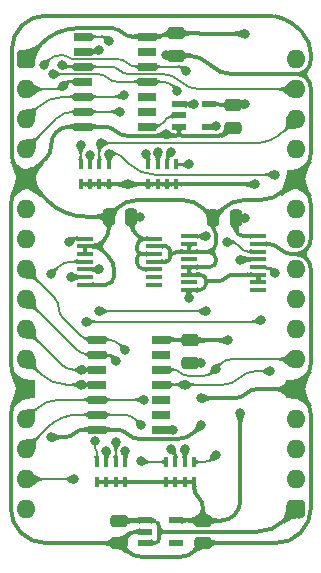
<source format=gtl>
%TF.GenerationSoftware,KiCad,Pcbnew,9.0.4*%
%TF.CreationDate,2025-09-16T11:58:38+02:00*%
%TF.ProjectId,Main Memory Full Enable,4d61696e-204d-4656-9d6f-72792046756c,V0*%
%TF.SameCoordinates,Original*%
%TF.FileFunction,Copper,L1,Top*%
%TF.FilePolarity,Positive*%
%FSLAX46Y46*%
G04 Gerber Fmt 4.6, Leading zero omitted, Abs format (unit mm)*
G04 Created by KiCad (PCBNEW 9.0.4) date 2025-09-16 11:58:38*
%MOMM*%
%LPD*%
G01*
G04 APERTURE LIST*
G04 Aperture macros list*
%AMRoundRect*
0 Rectangle with rounded corners*
0 $1 Rounding radius*
0 $2 $3 $4 $5 $6 $7 $8 $9 X,Y pos of 4 corners*
0 Add a 4 corners polygon primitive as box body*
4,1,4,$2,$3,$4,$5,$6,$7,$8,$9,$2,$3,0*
0 Add four circle primitives for the rounded corners*
1,1,$1+$1,$2,$3*
1,1,$1+$1,$4,$5*
1,1,$1+$1,$6,$7*
1,1,$1+$1,$8,$9*
0 Add four rect primitives between the rounded corners*
20,1,$1+$1,$2,$3,$4,$5,0*
20,1,$1+$1,$4,$5,$6,$7,0*
20,1,$1+$1,$6,$7,$8,$9,0*
20,1,$1+$1,$8,$9,$2,$3,0*%
G04 Aperture macros list end*
%TA.AperFunction,SMDPad,CuDef*%
%ADD10RoundRect,0.250000X-0.475000X0.250000X-0.475000X-0.250000X0.475000X-0.250000X0.475000X0.250000X0*%
%TD*%
%TA.AperFunction,SMDPad,CuDef*%
%ADD11RoundRect,0.250000X0.250000X0.475000X-0.250000X0.475000X-0.250000X-0.475000X0.250000X-0.475000X0*%
%TD*%
%TA.AperFunction,SMDPad,CuDef*%
%ADD12R,0.450000X0.900000*%
%TD*%
%TA.AperFunction,SMDPad,CuDef*%
%ADD13R,1.150000X0.600000*%
%TD*%
%TA.AperFunction,SMDPad,CuDef*%
%ADD14R,1.550000X0.650000*%
%TD*%
%TA.AperFunction,SMDPad,CuDef*%
%ADD15R,1.475000X0.450000*%
%TD*%
%TA.AperFunction,ComponentPad*%
%ADD16RoundRect,0.400000X-0.400000X-0.400000X0.400000X-0.400000X0.400000X0.400000X-0.400000X0.400000X0*%
%TD*%
%TA.AperFunction,ComponentPad*%
%ADD17O,1.600000X1.600000*%
%TD*%
%TA.AperFunction,ComponentPad*%
%ADD18R,1.600000X1.600000*%
%TD*%
%TA.AperFunction,SMDPad,CuDef*%
%ADD19R,1.250000X0.600000*%
%TD*%
%TA.AperFunction,ViaPad*%
%ADD20C,0.800000*%
%TD*%
%TA.AperFunction,Conductor*%
%ADD21C,0.380000*%
%TD*%
%TA.AperFunction,Conductor*%
%ADD22C,0.200000*%
%TD*%
G04 APERTURE END LIST*
D10*
%TO.P,C1,1*%
%TO.N,5V*%
X13922000Y-23814000D03*
%TO.P,C1,2*%
%TO.N,GND*%
X13922000Y-25714000D03*
%TD*%
D11*
%TO.P,C4,1*%
%TO.N,5V*%
X17780000Y-13462000D03*
%TO.P,C4,2*%
%TO.N,GND*%
X15880000Y-13462000D03*
%TD*%
D12*
%TO.P,RN1,1,R1*%
%TO.N,~{Main}0*%
X7042000Y-8900000D03*
%TO.P,RN1,2,R2*%
%TO.N,~{Main}1*%
X6242000Y-8900000D03*
%TO.P,RN1,3,R3*%
%TO.N,~{Main}2*%
X5442000Y-8900000D03*
%TO.P,RN1,4,R4*%
%TO.N,~{Main}3*%
X4642000Y-8900000D03*
%TO.P,RN1,5,R4*%
%TO.N,3.3V*%
X4642000Y-10600000D03*
%TO.P,RN1,6,R3*%
X5442000Y-10600000D03*
%TO.P,RN1,7,R2*%
X6242000Y-10600000D03*
%TO.P,RN1,8,R1*%
X7042000Y-10600000D03*
%TD*%
%TO.P,RN2,1,R1*%
%TO.N,~{Main}6*%
X12757000Y-8900000D03*
%TO.P,RN2,2,R2*%
%TO.N,~{Main}7*%
X11957000Y-8900000D03*
%TO.P,RN2,3,R3*%
%TO.N,~{Main}4*%
X11157000Y-8900000D03*
%TO.P,RN2,4,R4*%
%TO.N,~{Main}5*%
X10357000Y-8900000D03*
%TO.P,RN2,5,R4*%
%TO.N,3.3V*%
X10357000Y-10600000D03*
%TO.P,RN2,6,R3*%
X11157000Y-10600000D03*
%TO.P,RN2,7,R2*%
X11957000Y-10600000D03*
%TO.P,RN2,8,R1*%
X12757000Y-10600000D03*
%TD*%
D13*
%TO.P,IC1,1,6VIn*%
%TO.N,5V*%
X10130000Y-39055000D03*
%TO.P,IC1,2,GND*%
%TO.N,GND*%
X10130000Y-40005000D03*
%TO.P,IC1,3,EN*%
%TO.N,5V*%
X10130000Y-40955000D03*
%TO.P,IC1,4,ADJ*%
%TO.N,unconnected-(IC1-ADJ-Pad4)*%
X12730000Y-40955000D03*
%TO.P,IC1,5,3.3VOut*%
%TO.N,3.3V*%
X12730000Y-39055000D03*
%TD*%
D10*
%TO.P,C10,1*%
%TO.N,5V*%
X7874000Y-39071000D03*
%TO.P,C10,2*%
%TO.N,GND*%
X7874000Y-40971000D03*
%TD*%
D14*
%TO.P,IC3,1,A*%
%TO.N,~{Main}0*%
X4837000Y1905000D03*
%TO.P,IC3,2,B*%
%TO.N,~{Main}1*%
X4837000Y635000D03*
%TO.P,IC3,3,C*%
%TO.N,~{Main}2*%
X4837000Y-635000D03*
%TO.P,IC3,4,D*%
%TO.N,~{Main}3*%
X4837000Y-1905000D03*
%TO.P,IC3,5,E*%
%TO.N,~{Main}4*%
X4837000Y-3175000D03*
%TO.P,IC3,6,F*%
%TO.N,~{Main}5*%
X4837000Y-4445000D03*
%TO.P,IC3,7,GND*%
%TO.N,GND*%
X4837000Y-5715000D03*
%TO.P,IC3,8,Y*%
%TO.N,/Pre-Main Memory A*%
X10287000Y-5715000D03*
%TO.P,IC3,9,N.C.*%
%TO.N,unconnected-(IC3-N.C.-Pad9)*%
X10287000Y-4445000D03*
%TO.P,IC3,10,N.C.*%
%TO.N,unconnected-(IC3-N.C.-Pad10)*%
X10287000Y-3175000D03*
%TO.P,IC3,11,G*%
%TO.N,~{Main}7*%
X10287000Y-1905000D03*
%TO.P,IC3,12,H*%
%TO.N,~{Main}6*%
X10287000Y-635000D03*
%TO.P,IC3,13,N.C.*%
%TO.N,unconnected-(IC3-N.C.-Pad13)*%
X10287000Y635000D03*
%TO.P,IC3,14,5V*%
%TO.N,5V*%
X10287000Y1905000D03*
%TD*%
D12*
%TO.P,RN3,1,R1*%
%TO.N,~{Main}8*%
X8417000Y-34097000D03*
%TO.P,RN3,2,R2*%
%TO.N,~{Main}9*%
X7617000Y-34097000D03*
%TO.P,RN3,3,R3*%
%TO.N,~{Main}10*%
X6817000Y-34097000D03*
%TO.P,RN3,4,R4*%
%TO.N,~{Main}11*%
X6017000Y-34097000D03*
%TO.P,RN3,5,R4*%
%TO.N,3.3V*%
X6017000Y-35797000D03*
%TO.P,RN3,6,R3*%
X6817000Y-35797000D03*
%TO.P,RN3,7,R2*%
X7617000Y-35797000D03*
%TO.P,RN3,8,R1*%
X8417000Y-35797000D03*
%TD*%
D15*
%TO.P,IC4,1,~{1RD}*%
%TO.N,~{Reset}*%
X5013000Y-15195000D03*
%TO.P,IC4,2,1D*%
%TO.N,GND*%
X5013000Y-15845000D03*
%TO.P,IC4,3,1CP*%
X5013000Y-16495000D03*
%TO.P,IC4,4,~{1SD}*%
%TO.N,~{Set Contention}*%
X5013000Y-17145000D03*
%TO.P,IC4,5,1Q*%
%TO.N,/Contention*%
X5013000Y-17795000D03*
%TO.P,IC4,6,~{1Q}*%
%TO.N,~{Contention}*%
X5013000Y-18445000D03*
%TO.P,IC4,7,GND*%
%TO.N,GND*%
X5013000Y-19095000D03*
%TO.P,IC4,8,~{2Q}*%
%TO.N,unconnected-(IC4-~{2Q}-Pad8)*%
X10889000Y-19095000D03*
%TO.P,IC4,9,2Q*%
%TO.N,unconnected-(IC4-2Q-Pad9)*%
X10889000Y-18445000D03*
%TO.P,IC4,10,~{2SD}*%
%TO.N,3.3V*%
X10889000Y-17795000D03*
%TO.P,IC4,11,2CP*%
%TO.N,GND*%
X10889000Y-17145000D03*
%TO.P,IC4,12,2D*%
%TO.N,3.3V*%
X10889000Y-16495000D03*
%TO.P,IC4,13,~{2RD}*%
%TO.N,GND*%
X10889000Y-15845000D03*
%TO.P,IC4,14,3V*%
%TO.N,3.3V*%
X10889000Y-15195000D03*
%TD*%
D10*
%TO.P,C2,1*%
%TO.N,5V*%
X17506000Y-3892000D03*
%TO.P,C2,2*%
%TO.N,GND*%
X17506000Y-5792000D03*
%TD*%
D15*
%TO.P,IC5,1,S*%
%TO.N,/Contention*%
X13826000Y-14997000D03*
%TO.P,IC5,2,1B1*%
%TO.N,GND*%
X13826000Y-15647000D03*
%TO.P,IC5,3,1B2*%
X13826000Y-16297000D03*
%TO.P,IC5,4,1A*%
%TO.N,unconnected-(IC5-1A-Pad4)*%
X13826000Y-16947000D03*
%TO.P,IC5,5,2B1*%
%TO.N,GND*%
X13826000Y-17597000D03*
%TO.P,IC5,6,2B2*%
X13826000Y-18247000D03*
%TO.P,IC5,7,2A*%
%TO.N,unconnected-(IC5-2A-Pad7)*%
X13826000Y-18897000D03*
%TO.P,IC5,8,GND*%
%TO.N,GND*%
X13826000Y-19547000D03*
%TO.P,IC5,9,3A*%
%TO.N,unconnected-(IC5-3A-Pad9)*%
X19702000Y-19547000D03*
%TO.P,IC5,10,3B2*%
%TO.N,GND*%
X19702000Y-18897000D03*
%TO.P,IC5,11,3B1*%
X19702000Y-18247000D03*
%TO.P,IC5,12,4A*%
%TO.N,~{Main Memory}*%
X19702000Y-17597000D03*
%TO.P,IC5,13,4B2*%
%TO.N,3.3V*%
X19702000Y-16947000D03*
%TO.P,IC5,14,4B1*%
%TO.N,/~{Pre-Main Memory}*%
X19702000Y-16297000D03*
%TO.P,IC5,15,~{OE}*%
%TO.N,GND*%
X19702000Y-15647000D03*
%TO.P,IC5,16,5V*%
%TO.N,5V*%
X19702000Y-14997000D03*
%TD*%
D11*
%TO.P,C3,1*%
%TO.N,3.3V*%
X8935000Y-13335000D03*
%TO.P,C3,2*%
%TO.N,GND*%
X7035000Y-13335000D03*
%TD*%
D10*
%TO.P,C6,1*%
%TO.N,5V*%
X12724000Y2204000D03*
%TO.P,C6,2*%
%TO.N,GND*%
X12724000Y304000D03*
%TD*%
D16*
%TO.P,J2,1,Pin_1*%
%TO.N,5V*%
X0Y0D03*
D17*
%TO.P,J2,2,Pin_2*%
%TO.N,~{Main}3*%
X0Y-2540000D03*
%TO.P,J2,3,Pin_3*%
%TO.N,~{Main}4*%
X0Y-5080000D03*
%TO.P,J2,4,Pin_4*%
%TO.N,~{Main}5*%
X0Y-7620000D03*
D18*
%TO.P,J2,5,Pin_5*%
%TO.N,GND*%
X0Y-10160000D03*
D17*
%TO.P,J2,6,Pin_6*%
%TO.N,~{Main}6*%
X0Y-12700000D03*
%TO.P,J2,7,Pin_7*%
%TO.N,~{Main}7*%
X0Y-15240000D03*
%TO.P,J2,8,Pin_8*%
%TO.N,~{Main}8*%
X0Y-17780000D03*
%TO.P,J2,9,Pin_9*%
%TO.N,~{Main}9*%
X0Y-20320000D03*
%TO.P,J2,10,Pin_10*%
%TO.N,~{Main}10*%
X0Y-22860000D03*
%TO.P,J2,11,Pin_11*%
%TO.N,~{Main}11*%
X0Y-25400000D03*
D18*
%TO.P,J2,12,Pin_12*%
%TO.N,GND*%
X0Y-27940000D03*
D17*
%TO.P,J2,13,Pin_13*%
%TO.N,~{Main}12*%
X0Y-30480000D03*
%TO.P,J2,14,Pin_14*%
%TO.N,~{Main}13*%
X0Y-33020000D03*
%TO.P,J2,15,Pin_15*%
%TO.N,~{Reset}*%
X0Y-35560000D03*
%TO.P,J2,16,Pin_16*%
%TO.N,~{Set Contention}*%
X0Y-38100000D03*
D16*
%TO.P,J2,17,Pin_17*%
%TO.N,5V*%
X22860000Y-38100000D03*
D17*
%TO.P,J2,18,Pin_18*%
%TO.N,unconnected-(J2-Pin_18-Pad18)*%
X22860000Y-35560000D03*
%TO.P,J2,19,Pin_19*%
%TO.N,~{Contention}*%
X22860000Y-33020000D03*
%TO.P,J2,20,Pin_20*%
%TO.N,unconnected-(J2-Pin_20-Pad20)*%
X22860000Y-30480000D03*
D18*
%TO.P,J2,21,Pin_21*%
%TO.N,GND*%
X22860000Y-27940000D03*
D17*
%TO.P,J2,22,Pin_22*%
%TO.N,~{Main}14*%
X22860000Y-25400000D03*
%TO.P,J2,23,Pin_23*%
%TO.N,~{Main}15*%
X22860000Y-22860000D03*
%TO.P,J2,24,Pin_24*%
%TO.N,unconnected-(J2-Pin_24-Pad24)*%
X22860000Y-20320000D03*
%TO.P,J2,25,Pin_25*%
%TO.N,unconnected-(J2-Pin_25-Pad25)*%
X22860000Y-17780000D03*
%TO.P,J2,26,Pin_26*%
%TO.N,unconnected-(J2-Pin_26-Pad26)*%
X22860000Y-15240000D03*
%TO.P,J2,27,Pin_27*%
%TO.N,~{Main}0*%
X22860000Y-12700000D03*
D18*
%TO.P,J2,28,Pin_28*%
%TO.N,GND*%
X22860000Y-10160000D03*
D17*
%TO.P,J2,29,Pin_29*%
%TO.N,~{Main Memory}*%
X22860000Y-7620000D03*
%TO.P,J2,30,Pin_30*%
%TO.N,~{Main}1*%
X22860000Y-5080000D03*
%TO.P,J2,31,Pin_31*%
%TO.N,~{Main}2*%
X22860000Y-2540000D03*
%TO.P,J2,32,Pin_32*%
%TO.N,3.3V*%
X22860000Y0D03*
%TD*%
D19*
%TO.P,IC6,1,B*%
%TO.N,/Pre-Main Memory B*%
X12974000Y-3815000D03*
%TO.P,IC6,2,A*%
%TO.N,/Pre-Main Memory A*%
X12974000Y-4765000D03*
%TO.P,IC6,3,GND*%
%TO.N,GND*%
X12974000Y-5715000D03*
%TO.P,IC6,4,Y*%
%TO.N,/~{Pre-Main Memory}*%
X15474000Y-5715000D03*
%TO.P,IC6,5,3V*%
%TO.N,5V*%
X15474000Y-3815000D03*
%TD*%
D12*
%TO.P,RN4,1,R1*%
%TO.N,~{Main}14*%
X14259000Y-34097000D03*
%TO.P,RN4,2,R2*%
%TO.N,~{Main}15*%
X13459000Y-34097000D03*
%TO.P,RN4,3,R3*%
%TO.N,~{Main}12*%
X12659000Y-34097000D03*
%TO.P,RN4,4,R4*%
%TO.N,~{Main}13*%
X11859000Y-34097000D03*
%TO.P,RN4,5,R4*%
%TO.N,3.3V*%
X11859000Y-35797000D03*
%TO.P,RN4,6,R3*%
X12659000Y-35797000D03*
%TO.P,RN4,7,R2*%
X13459000Y-35797000D03*
%TO.P,RN4,8,R1*%
X14259000Y-35797000D03*
%TD*%
D14*
%TO.P,IC7,1,A*%
%TO.N,~{Main}8*%
X6038000Y-23749000D03*
%TO.P,IC7,2,B*%
%TO.N,~{Main}9*%
X6038000Y-25019000D03*
%TO.P,IC7,3,C*%
%TO.N,~{Main}10*%
X6038000Y-26289000D03*
%TO.P,IC7,4,D*%
%TO.N,~{Main}11*%
X6038000Y-27559000D03*
%TO.P,IC7,5,E*%
%TO.N,~{Main}12*%
X6038000Y-28829000D03*
%TO.P,IC7,6,F*%
%TO.N,~{Main}13*%
X6038000Y-30099000D03*
%TO.P,IC7,7,GND*%
%TO.N,GND*%
X6038000Y-31369000D03*
%TO.P,IC7,8,Y*%
%TO.N,/Pre-Main Memory B*%
X11488000Y-31369000D03*
%TO.P,IC7,9,N.C.*%
%TO.N,unconnected-(IC7-N.C.-Pad9)*%
X11488000Y-30099000D03*
%TO.P,IC7,10,N.C.*%
%TO.N,unconnected-(IC7-N.C.-Pad10)*%
X11488000Y-28829000D03*
%TO.P,IC7,11,G*%
%TO.N,~{Main}15*%
X11488000Y-27559000D03*
%TO.P,IC7,12,H*%
%TO.N,~{Main}14*%
X11488000Y-26289000D03*
%TO.P,IC7,13,N.C.*%
%TO.N,unconnected-(IC7-N.C.-Pad13)*%
X11488000Y-25019000D03*
%TO.P,IC7,14,5V*%
%TO.N,5V*%
X11488000Y-23749000D03*
%TD*%
D10*
%TO.P,C11,1*%
%TO.N,3.3V*%
X14986000Y-39071000D03*
%TO.P,C11,2*%
%TO.N,GND*%
X14986000Y-40971000D03*
%TD*%
D20*
%TO.N,GND*%
X13843000Y-20193000D03*
%TO.N,3.3V*%
X18161000Y-29972000D03*
X18161000Y-16982974D03*
%TO.N,/~{Pre-Main Memory}*%
X16131000Y-5637000D03*
X17018000Y-15494000D03*
%TO.N,~{Main}0*%
X21081999Y-9778999D03*
%TO.N,3.3V*%
X8636000Y-10600000D03*
X9652000Y-13335000D03*
%TO.N,~{Reset}*%
X4064000Y-35560000D03*
%TO.N,~{Set Contention}*%
X2159000Y-18161000D03*
%TO.N,5V*%
X18542000Y-13462000D03*
%TO.N,~{Main}14*%
X16065500Y-33528000D03*
X16065500Y-26225500D03*
%TO.N,~{Main}15*%
X13462000Y-27559000D03*
X13462000Y-33020000D03*
%TO.N,~{Main}12*%
X10033000Y-28829000D03*
X12319000Y-33020000D03*
%TO.N,~{Main}13*%
X9779000Y-34036000D03*
X9779000Y-30988000D03*
%TO.N,3.3V*%
X19431000Y-10600000D03*
%TO.N,~{Main Memory}*%
X21089502Y-18090104D03*
%TO.N,~{Main}11*%
X5842000Y-32344002D03*
X4699000Y-27559000D03*
%TO.N,~{Main}10*%
X6817001Y-33147000D03*
X4699000Y-26289000D03*
%TO.N,~{Main}9*%
X7620000Y-32385000D03*
X7620000Y-25527000D03*
%TO.N,~{Main}8*%
X8433514Y-33147000D03*
X8433514Y-24638000D03*
%TO.N,~{Contention}*%
X19939000Y-22098000D03*
X5080000Y-22225000D03*
X3851971Y-18444999D03*
%TO.N,/Contention*%
X15240000Y-14986000D03*
X15240000Y-21336000D03*
X6223000Y-17795000D03*
X6223000Y-21336000D03*
%TO.N,~{Reset}*%
X3683000Y-15494000D03*
%TO.N,/Pre-Main Memory B*%
X14224000Y-3810000D03*
X12446000Y-31369000D03*
%TO.N,~{Main}2*%
X3048000Y-511331D03*
X5461000Y-8128000D03*
%TO.N,~{Main}1*%
X6332785Y-7109358D03*
X6223000Y762000D03*
%TO.N,~{Main}7*%
X12827000Y-2667000D03*
X2286000Y-1270000D03*
X12319000Y-7859358D03*
%TO.N,~{Main}0*%
X7042000Y-8001000D03*
X7042000Y1524000D03*
%TO.N,~{Main}4*%
X11176000Y-7859358D03*
X8289458Y-3054397D03*
%TO.N,GND*%
X11861001Y-6359358D03*
X11861001Y330999D03*
X2159000Y-32004000D03*
X14859000Y-25714000D03*
X14859000Y-30988000D03*
X14859000Y-28702000D03*
%TO.N,5V*%
X18542000Y2159000D03*
X18542000Y-3810000D03*
%TO.N,~{Main}3*%
X3175000Y-2286000D03*
X4642000Y-7239000D03*
%TO.N,~{Main}6*%
X13831000Y-8890000D03*
X1524000Y-508000D03*
X13589000Y-1016000D03*
%TO.N,~{Main}5*%
X10160000Y-8001000D03*
X8001000Y-4445000D03*
%TO.N,~{Main}15*%
X20701000Y-26416000D03*
%TO.N,5V*%
X17145000Y-23814000D03*
%TD*%
D21*
%TO.N,5V*%
X11194000Y-40846000D02*
G75*
G02*
X10930850Y-40955021I-263200J263200D01*
G01*
X12067424Y2204000D02*
G75*
G03*
X11706493Y2054507I-24J-510400D01*
G01*
X11303000Y-40582850D02*
G75*
G02*
X11193985Y-40845985I-372200J50D01*
G01*
X18501000Y-3851000D02*
G75*
G02*
X18402017Y-3892007I-99000J99000D01*
G01*
X12732500Y-23781500D02*
G75*
G03*
X12810961Y-23814016I78500J78500D01*
G01*
X17976000Y-14801000D02*
G75*
G03*
X18449185Y-14997006I473200J473200D01*
G01*
X11145500Y-39212500D02*
G75*
G02*
X11302984Y-39592738I-380200J-380200D01*
G01*
X11706500Y2054500D02*
G75*
G02*
X11345575Y1905010I-360900J360900D01*
G01*
X4474326Y2621000D02*
G75*
G03*
X1310500Y1310499I4J-4474330D01*
G01*
X14709500Y2181500D02*
G75*
G03*
X14763819Y2159008I54300J54300D01*
G01*
X11620500Y-40005000D02*
G75*
G03*
X11303000Y-40322500I0J-317500D01*
G01*
X11303000Y-39687500D02*
G75*
G03*
X11620500Y-40005000I317500J0D01*
G01*
X12732500Y-23781500D02*
G75*
G03*
X12654038Y-23748984I-78500J-78500D01*
G01*
X9152000Y-39063000D02*
G75*
G02*
X9132686Y-39070994I-19300J19300D01*
G01*
X16360500Y-3853500D02*
G75*
G03*
X16267552Y-3815020I-92900J-92900D01*
G01*
X16360500Y-3853500D02*
G75*
G03*
X16453447Y-3891980I92900J92900D01*
G01*
X14709500Y2181500D02*
G75*
G03*
X14655180Y2203992I-54300J-54300D01*
G01*
X17780000Y-14327814D02*
G75*
G03*
X17976004Y-14800996I669200J14D01*
G01*
X8151000Y2263000D02*
G75*
G03*
X9015288Y1904995I864300J864300D01*
G01*
X11145500Y-39212500D02*
G75*
G03*
X10765261Y-39055016I-380200J-380200D01*
G01*
X9171313Y-39055000D02*
G75*
G03*
X9151996Y-39062996I-13J-27300D01*
G01*
X8151000Y2263000D02*
G75*
G03*
X7286711Y2621005I-864300J-864300D01*
G01*
X21907500Y-39052500D02*
G75*
G02*
X19607961Y-40004984I-2299500J2299500D01*
G01*
X11303000Y-40322500D02*
X11303000Y-39687500D01*
%TO.N,GND*%
X21539500Y-16078500D02*
G75*
G03*
X22581233Y-16509986I1041700J1041700D01*
G01*
X16004500Y-14607500D02*
G75*
G02*
X16129013Y-14908069I-300600J-300600D01*
G01*
X23495000Y-28575000D02*
G75*
G02*
X24129989Y-30108025I-1533000J-1533000D01*
G01*
X12192000Y-16828331D02*
G75*
G02*
X12099241Y-17052241I-316700J31D01*
G01*
X11802180Y-6418179D02*
G75*
G02*
X11660173Y-6476989I-141980J141979D01*
G01*
X12900500Y-6403500D02*
G75*
G03*
X12974023Y-6226055I-177500J177500D01*
G01*
X13047500Y-6403500D02*
G75*
G03*
X12900500Y-6403500I-73500J-73499D01*
G01*
X12974000Y-6226055D02*
G75*
G03*
X13047487Y-6403513I250900J-45D01*
G01*
X15966500Y-17434500D02*
G75*
G02*
X15574190Y-17596996I-392300J392300D01*
G01*
X23495000Y-10795000D02*
G75*
G02*
X24129989Y-12328025I-1533000J-1533000D01*
G01*
X2603500Y-6159500D02*
G75*
G03*
X2159007Y-7232617I1073100J-1073100D01*
G01*
X13826000Y-20163979D02*
G75*
G03*
X13834494Y-20184506I29000J-21D01*
G01*
X22939001Y-1270000D02*
G75*
G03*
X23781164Y-921164I-1J1191000D01*
G01*
X23781164Y-1618835D02*
G75*
G03*
X22939001Y-1270000I-842164J-842165D01*
G01*
X23781164Y-921164D02*
G75*
G03*
X23781163Y-1618835I348836J-348836D01*
G01*
X9485000Y-40005000D02*
G75*
G03*
X8383910Y-40461077I0J-1557200D01*
G01*
X-635000Y-28575000D02*
G75*
G03*
X-1270002Y-30108025I1533030J-1533030D01*
G01*
X1709374Y3683000D02*
G75*
G03*
X-341499Y2833500I0J-2900371D01*
G01*
X7620000Y-6096000D02*
G75*
G03*
X6700184Y-5715006I-919800J-919800D01*
G01*
X15546159Y-433158D02*
G75*
G03*
X13766500Y304006I-1779659J-1779642D01*
G01*
X21539500Y-16078500D02*
G75*
G03*
X20497766Y-15647014I-1041700J-1041700D01*
G01*
X8470500Y-41567500D02*
G75*
G03*
X9910578Y-42164009I1440100J1440100D01*
G01*
X7280000Y-18882000D02*
G75*
G02*
X6765772Y-19094989I-514200J514200D01*
G01*
X23050499Y2603499D02*
G75*
G03*
X20444356Y3683001I-2606149J-2606149D01*
G01*
X14273000Y-31574000D02*
G75*
G02*
X12858270Y-32159988I-1414700J1414700D01*
G01*
X3676617Y-5715000D02*
G75*
G03*
X2603495Y-6159495I-17J-1517600D01*
G01*
X12099250Y-17052250D02*
G75*
G02*
X11875331Y-17145013I-223950J223950D01*
G01*
X-634999Y-27305000D02*
G75*
G02*
X-635000Y-28575000I-635001J-634999D01*
G01*
X23388835Y2265164D02*
G75*
G02*
X24130022Y475835I-1789335J-1789364D01*
G01*
X15150727Y-18454227D02*
G75*
G02*
X15240034Y-18669750I-215527J-215573D01*
G01*
X15091750Y-18395250D02*
G75*
G03*
X14733842Y-18246982I-357950J-357950D01*
G01*
X5571750Y-15845000D02*
G75*
G03*
X6525597Y-15449906I0J1348950D01*
G01*
X6525595Y-16240095D02*
G75*
G03*
X5571750Y-15844997I-953845J-953835D01*
G01*
X6525595Y-15449904D02*
G75*
G03*
X6525594Y-16240095I395105J-395096D01*
G01*
X11874500Y317499D02*
G75*
G03*
X11907091Y303996I32600J32601D01*
G01*
X15118000Y-12700000D02*
G75*
G03*
X13278369Y-11938013I-1839600J-1839600D01*
G01*
X15240000Y-19040842D02*
G75*
G02*
X15091737Y-19398737I-506200J42D01*
G01*
X12900500Y-6403500D02*
G75*
G02*
X12723055Y-6477023I-177500J177500D01*
G01*
X24130000Y-7991974D02*
G75*
G02*
X23495001Y-9525001I-2168040J4D01*
G01*
X9419828Y-11938000D02*
G75*
G03*
X7733492Y-12636492I-28J-2384800D01*
G01*
X12087750Y-15949250D02*
G75*
G02*
X12191987Y-16200931I-251650J-251650D01*
G01*
X-1270000Y-25771974D02*
G75*
G03*
X-634998Y-27304999I2168030J4D01*
G01*
X15880000Y-14306930D02*
G75*
G03*
X16004509Y-14607491I425100J30D01*
G01*
X21961974Y-27940000D02*
G75*
G03*
X23495008Y-27305008I26J2168000D01*
G01*
X23495000Y-28575000D02*
G75*
G03*
X21961974Y-27940011I-1533000J-1533000D01*
G01*
X23495000Y-27305000D02*
G75*
G03*
X23495000Y-28575000I635000J-635000D01*
G01*
X-1270000Y-38021119D02*
G75*
G03*
X-406000Y-40107000I2949893J5D01*
G01*
X13047500Y-6403500D02*
G75*
G03*
X13224944Y-6476952I177400J177500D01*
G01*
X8650500Y-31764500D02*
G75*
G03*
X9605321Y-32159991I954800J954800D01*
G01*
X23781164Y-1618835D02*
G75*
G02*
X24130000Y-2460998I-842164J-842165D01*
G01*
X7035000Y-14300921D02*
G75*
G02*
X6582749Y-15392749I-1544080J1D01*
G01*
X7493000Y-18367772D02*
G75*
G02*
X7279999Y-18881999I-727230J2D01*
G01*
X16129000Y-17042190D02*
G75*
G02*
X15966503Y-17434503I-554800J-10D01*
G01*
X17574201Y-18247000D02*
G75*
G03*
X16911500Y-18521500I-1J-937200D01*
G01*
X6976281Y-16690781D02*
G75*
G02*
X7492999Y-17938250I-1247471J-1247469D01*
G01*
X23749000Y-16891000D02*
G75*
G02*
X24129994Y-17810815I-919800J-919800D01*
G01*
X12850613Y-16297000D02*
G75*
G03*
X12593496Y-16403496I-13J-363600D01*
G01*
X24130000Y-25771974D02*
G75*
G02*
X23495001Y-27305001I-2168040J4D01*
G01*
X17163500Y-6134500D02*
G75*
G02*
X16336631Y-6477013I-826900J826900D01*
G01*
X14389500Y-41567500D02*
G75*
G02*
X12949421Y-42164009I-1440100J1440100D01*
G01*
X15596000Y-482999D02*
G75*
G03*
X17495986Y-1270005I1900000J1899999D01*
G01*
X4127500Y-31686500D02*
G75*
G02*
X3360987Y-32003995I-766500J766500D01*
G01*
X24130000Y-38021119D02*
G75*
G02*
X23265994Y-40106994I-2949900J19D01*
G01*
X15366250Y-18796000D02*
G75*
G03*
X15240000Y-18922250I-50J-126200D01*
G01*
X15240000Y-18669750D02*
G75*
G03*
X15366250Y-18796000I126200J-50D01*
G01*
X1810283Y-11970283D02*
G75*
G03*
X5105000Y-13334998I3294717J3294723D01*
G01*
X16911500Y-18521500D02*
G75*
G02*
X16248798Y-18795999I-662700J662700D01*
G01*
X8650500Y-31764500D02*
G75*
G03*
X7695678Y-31369009I-954800J-954800D01*
G01*
X12591298Y-16405701D02*
G75*
G02*
X12339500Y-16509998I-251798J251801D01*
G01*
X12087750Y-15949250D02*
G75*
G03*
X11836068Y-15845013I-251650J-251650D01*
G01*
X15408600Y-16297000D02*
G75*
G03*
X15918000Y-16086000I0J720400D01*
G01*
X15918000Y-16508000D02*
G75*
G03*
X15408600Y-16297000I-509400J-509400D01*
G01*
X15918000Y-16086000D02*
G75*
G03*
X15918000Y-16508000I211000J-211000D01*
G01*
X22829184Y-16510000D02*
G75*
G03*
X23749005Y-16129005I16J1300800D01*
G01*
X23749000Y-16891000D02*
G75*
G03*
X22829184Y-16510006I-919800J-919800D01*
G01*
X23749000Y-16129000D02*
G75*
G03*
X23749000Y-16891000I381000J-381000D01*
G01*
X23266000Y-40107000D02*
G75*
G02*
X21180119Y-40971008I-2085900J2085900D01*
G01*
X24130000Y-15209184D02*
G75*
G02*
X23749005Y-16129005I-1300800J-16D01*
G01*
X4894012Y-31369000D02*
G75*
G03*
X4127496Y-31686496I-12J-1084000D01*
G01*
X12339500Y-16510000D02*
G75*
G03*
X12192000Y-16657500I0J-147500D01*
G01*
X12192000Y-16362500D02*
G75*
G03*
X12339500Y-16510000I147500J0D01*
G01*
X21971000Y-11049000D02*
G75*
G02*
X19824764Y-11937985I-2146200J2146200D01*
G01*
X2159000Y-7302500D02*
G75*
G02*
X1665085Y-8494914I-1686338J5D01*
G01*
X7620000Y-6096000D02*
G75*
G03*
X8539815Y-6476994I919800J919800D01*
G01*
X-634999Y-10795000D02*
G75*
G03*
X-1270001Y-12328025I1533029J-1533030D01*
G01*
X-406000Y-40107000D02*
G75*
G03*
X1679880Y-40971000I2085880J2085880D01*
G01*
X15933484Y-16523484D02*
G75*
G02*
X16129009Y-16995500I-471984J-472016D01*
G01*
X11919822Y-6418179D02*
G75*
G03*
X12061828Y-6476988I141978J141979D01*
G01*
X18481630Y-11938000D02*
G75*
G03*
X16641991Y-12699991I-30J-2601600D01*
G01*
X18669000Y-28321000D02*
G75*
G02*
X17749184Y-28701994I-919800J919800D01*
G01*
X-1191000Y-8126835D02*
G75*
G03*
X-595498Y-9564499I2033170J5D01*
G01*
X19588815Y-27940000D02*
G75*
G03*
X18668995Y-28320995I-15J-1300800D01*
G01*
X15091750Y-19398750D02*
G75*
G02*
X14733842Y-19547018I-357950J357950D01*
G01*
X16129000Y-15576600D02*
G75*
G02*
X15918000Y-16086000I-720400J0D01*
G01*
X-341499Y2833500D02*
G75*
G03*
X-1190999Y782625I2050889J-2050880D01*
G01*
X24130000Y-79001D02*
G75*
G02*
X23781164Y-921164I-1191000J1D01*
G01*
X15240000Y-18922250D02*
X15240000Y-18669750D01*
X12192000Y-16657500D02*
X12192000Y-16362500D01*
%TO.N,3.3V*%
X9517500Y-16614500D02*
G75*
G03*
X9517500Y-16375500I-119500J119500D01*
G01*
X9805998Y-16495000D02*
G75*
G03*
X9517500Y-16614500I2J-408000D01*
G01*
X9517500Y-16375500D02*
G75*
G03*
X9805998Y-16495001I288500J288500D01*
G01*
X9583000Y-15414000D02*
G75*
G03*
X9583000Y-15044000I-185000J185000D01*
G01*
X10029629Y-15229000D02*
G75*
G03*
X9582991Y-15413991I-29J-631600D01*
G01*
X9583000Y-15044000D02*
G75*
G03*
X10029629Y-15228988I446600J446600D01*
G01*
X14622500Y-37101500D02*
G75*
G02*
X14986014Y-37979066I-877600J-877600D01*
G01*
X9583000Y-15414000D02*
G75*
G03*
X9398012Y-15860629I446600J-446600D01*
G01*
X9517500Y-16614500D02*
G75*
G03*
X9397999Y-16902998I288500J-288500D01*
G01*
X14259000Y-36267500D02*
G75*
G03*
X14591690Y-37070696I1135900J0D01*
G01*
X9398000Y-17157395D02*
G75*
G03*
X9584749Y-17608251I637600J-5D01*
G01*
X9584750Y-17608250D02*
G75*
G03*
X10035604Y-17794998I450850J450850D01*
G01*
X18161000Y-37413399D02*
G75*
G02*
X17675500Y-38585500I-1657600J-1D01*
G01*
X9293500Y-13335000D02*
G75*
G03*
X8935000Y-13693500I0J-358500D01*
G01*
X9398000Y-16087001D02*
G75*
G03*
X9517500Y-16375500I408000J1D01*
G01*
X17675500Y-38585500D02*
G75*
G02*
X16503399Y-39071000I-1172100J1172100D01*
G01*
X18222411Y-16947000D02*
G75*
G03*
X18178984Y-16964984I-11J-61400D01*
G01*
X8935000Y-13865500D02*
G75*
G03*
X9310128Y-14771112I1280700J0D01*
G01*
D22*
%TO.N,~{Main}15*%
X18097500Y-26987500D02*
G75*
G02*
X16717776Y-27558990I-1379700J1379700D01*
G01*
X13460500Y-33021500D02*
G75*
G03*
X13459009Y-33025121I3600J-3600D01*
G01*
X19477223Y-26416000D02*
G75*
G03*
X18097493Y-26987493I-23J-1951200D01*
G01*
%TO.N,~{Main}13*%
X9334500Y-30543500D02*
G75*
G03*
X8261382Y-30099007I-1073100J-1073100D01*
G01*
X9809500Y-34066500D02*
G75*
G03*
X9883133Y-34096986I73600J73600D01*
G01*
X4479500Y-30099000D02*
G75*
G03*
X1818972Y-31201023I-10J-3762540D01*
G01*
%TO.N,~{Main}9*%
X7366000Y-25273000D02*
G75*
G03*
X6752789Y-25019004I-613200J-613200D01*
G01*
X4225592Y-24545592D02*
G75*
G03*
X5368500Y-25019005I1142908J1142892D01*
G01*
X7618500Y-32386500D02*
G75*
G03*
X7617009Y-32390121I3600J-3600D01*
G01*
%TO.N,~{Main}14*%
X15779750Y-26511250D02*
G75*
G02*
X15089888Y-26796995I-689850J689850D01*
G01*
X13081000Y-26543000D02*
G75*
G03*
X13694210Y-26796996I613200J613200D01*
G01*
X15781000Y-33812500D02*
G75*
G02*
X15094156Y-34096953I-686800J686900D01*
G01*
X17474716Y-25400000D02*
G75*
G03*
X16478245Y-25812745I-16J-1409200D01*
G01*
X13081000Y-26543000D02*
G75*
G03*
X12467789Y-26289004I-613200J-613200D01*
G01*
%TO.N,~{Main}8*%
X8425257Y-33155257D02*
G75*
G03*
X8416996Y-33175191I19943J-19943D01*
G01*
X4569394Y-23365394D02*
G75*
G03*
X5495500Y-23749003I926106J926094D01*
G01*
X2794000Y-21082000D02*
G75*
G03*
X3153214Y-21949206I1226400J0D01*
G01*
X7989014Y-24193500D02*
G75*
G03*
X6915896Y-23748998I-1073114J-1073100D01*
G01*
X2434789Y-20214789D02*
G75*
G02*
X2794006Y-21082000I-867189J-867211D01*
G01*
%TO.N,~{Main}11*%
X5842000Y-32848256D02*
G75*
G03*
X5929487Y-33059513I298700J-44D01*
G01*
X1260974Y-26660974D02*
G75*
G03*
X3429000Y-27559000I2168026J2168024D01*
G01*
X5929500Y-33059500D02*
G75*
G02*
X6016982Y-33270743I-211200J-211200D01*
G01*
%TO.N,~{Main}10*%
X2979987Y-25839987D02*
G75*
G03*
X4064000Y-26288999I1084013J1084017D01*
G01*
%TO.N,~{Main}12*%
X12489000Y-33190000D02*
G75*
G02*
X12658993Y-33600416I-410400J-410400D01*
G01*
X2818433Y-28829000D02*
G75*
G03*
X825499Y-29654499I-3J-2818430D01*
G01*
%TO.N,~{Main Memory}*%
X20355579Y-17659000D02*
G75*
G03*
X20505260Y-17721023I149721J149700D01*
G01*
X20827460Y-17828062D02*
G75*
G03*
X20568988Y-17720998I-258460J-258438D01*
G01*
%TO.N,~{Set Contention}*%
X3893420Y-17145000D02*
G75*
G03*
X2667002Y-17653002I0J-1734410D01*
G01*
%TO.N,~{Main}5*%
X10258500Y-8099500D02*
G75*
G02*
X10357000Y-8337300I-237800J-237800D01*
G01*
X4006000Y-4445000D02*
G75*
G03*
X2587397Y-5032608I0J-2006200D01*
G01*
%TO.N,~{Main}6*%
X8568000Y-321999D02*
G75*
G03*
X7812351Y-9020I-755600J-755601D01*
G01*
X13398500Y-825500D02*
G75*
G03*
X12938592Y-635003I-459900J-459900D01*
G01*
X3614500Y155500D02*
G75*
G03*
X3217361Y319998I-397140J-397150D01*
G01*
X3614500Y155500D02*
G75*
G03*
X4011638Y-8984I397100J397100D01*
G01*
X13826000Y-8895000D02*
G75*
G02*
X13813928Y-8900012I-12100J12100D01*
G01*
X8568000Y-321999D02*
G75*
G03*
X9323648Y-635020I755700J755699D01*
G01*
X2901000Y320000D02*
G75*
G03*
X1963799Y-68202I0J-1325400D01*
G01*
%TO.N,~{Main}3*%
X3825407Y-1905000D02*
G75*
G03*
X3365498Y-2095498I-7J-650400D01*
G01*
X3048000Y-2413000D02*
G75*
G02*
X2741394Y-2539998I-306600J306600D01*
G01*
%TO.N,~{Contention}*%
X19875500Y-22161500D02*
G75*
G02*
X19722197Y-22224999I-153300J153300D01*
G01*
%TO.N,~{Reset}*%
X4193424Y-15195000D02*
G75*
G03*
X3832493Y-15344493I-24J-510400D01*
G01*
%TO.N,~{Main}4*%
X3252038Y-3175000D02*
G75*
G03*
X952498Y-4127498I-8J-3252030D01*
G01*
X8229156Y-3114698D02*
G75*
G02*
X8083575Y-3174977I-145556J145598D01*
G01*
%TO.N,~{Main}0*%
X8168156Y-8295156D02*
G75*
G03*
X7458000Y-8000996I-710156J-710144D01*
G01*
X6851500Y1714500D02*
G75*
G03*
X6391592Y1904997I-459900J-459900D01*
G01*
X8763000Y-8890000D02*
G75*
G03*
X10909235Y-9778998I2146230J2146230D01*
G01*
%TO.N,~{Main}7*%
X12446000Y-2286000D02*
G75*
G03*
X11526184Y-1905006I-919800J-919800D01*
G01*
X6921500Y-1587500D02*
G75*
G03*
X7688012Y-1904995I766500J766500D01*
G01*
X6921500Y-1587500D02*
G75*
G03*
X6154987Y-1270005I-766500J-766500D01*
G01*
X12138000Y-8040358D02*
G75*
G03*
X11957030Y-8477330I437000J-436942D01*
G01*
%TO.N,~{Main}1*%
X6159500Y698500D02*
G75*
G02*
X6006197Y635001I-153300J153300D01*
G01*
X21845321Y-6094679D02*
G75*
G02*
X19395669Y-7109328I-2449621J2449679D01*
G01*
X6287392Y-7154750D02*
G75*
G03*
X6242032Y-7264337I109608J-109550D01*
G01*
%TO.N,~{Main}2*%
X13125661Y-1905000D02*
G75*
G03*
X14658686Y-2540017I1533039J1533000D01*
G01*
X13125661Y-1905000D02*
G75*
G03*
X11592635Y-1269967I-1533061J-1533000D01*
G01*
X7937500Y-952500D02*
G75*
G03*
X8704012Y-1269995I766500J766500D01*
G01*
X3109834Y-573165D02*
G75*
G03*
X3259116Y-634993I149266J149265D01*
G01*
X7937500Y-952500D02*
G75*
G03*
X7170987Y-635005I-766500J-766500D01*
G01*
%TO.N,/Pre-Main Memory B*%
X14221500Y-3812500D02*
G75*
G02*
X14215464Y-3814985I-6000J6000D01*
G01*
%TO.N,/Pre-Main Memory A*%
X12613500Y-4765000D02*
G75*
G03*
X11998093Y-5019917I0J-870300D01*
G01*
X11662210Y-5355789D02*
G75*
G02*
X10795000Y-5715005I-867210J867189D01*
G01*
%TO.N,/~{Pre-Main Memory}*%
X16131000Y-5690311D02*
G75*
G02*
X16123766Y-5707766I-24700J11D01*
G01*
X17955086Y-15738770D02*
G75*
G03*
X17364158Y-15494030I-590886J-590930D01*
G01*
X18732487Y-16264987D02*
G75*
G03*
X18809773Y-16297019I77313J77287D01*
G01*
X18732487Y-16264987D02*
G75*
G03*
X18655200Y-16232981I-77287J-77313D01*
G01*
X16123769Y-5707769D02*
G75*
G02*
X16106311Y-5715005I-17469J17469D01*
G01*
X18360483Y-16144167D02*
G75*
G03*
X18574882Y-16232996I214417J214367D01*
G01*
D21*
%TO.N,GND*%
X12858270Y-32160000D02*
X9605321Y-32160000D01*
X14273000Y-31574000D02*
X14859000Y-30988000D01*
X6038000Y-31369000D02*
X7695678Y-31369000D01*
X24130000Y475835D02*
X24130000Y-79001D01*
X23050499Y2603499D02*
X23388835Y2265164D01*
X1709374Y3683000D02*
X20444356Y3683000D01*
X-1191000Y-8126835D02*
X-1191000Y782625D01*
X13834500Y-20184500D02*
X13843000Y-20193000D01*
X13826000Y-20163979D02*
X13826000Y-19547000D01*
X24130000Y-7991974D02*
X24130000Y-2460998D01*
X23495000Y-9525000D02*
X22860000Y-10160000D01*
X13766500Y303999D02*
X12724000Y304000D01*
X22939001Y-1270000D02*
X17495986Y-1270000D01*
X15546159Y-433158D02*
X15596000Y-482999D01*
X-595499Y-10755500D02*
X-634999Y-10795000D01*
X-1270000Y-25771974D02*
X-1270000Y-12328025D01*
X7874000Y-40971000D02*
X1679880Y-40971000D01*
X-1270000Y-30108025D02*
X-1270000Y-38021119D01*
X24130000Y-30108025D02*
X24130000Y-38021119D01*
X14986000Y-40971000D02*
X21180119Y-40971000D01*
X23495000Y-10795000D02*
X22860000Y-10160000D01*
X24130000Y-12328025D02*
X24130000Y-15209184D01*
X24130000Y-17810815D02*
X24130000Y-25771974D01*
D22*
%TO.N,~{Main}1*%
X21845321Y-6094679D02*
X22860000Y-5080000D01*
%TO.N,~{Main}7*%
X12319000Y-7859358D02*
X12138000Y-8040358D01*
X11957000Y-8477330D02*
X11957000Y-8900000D01*
%TO.N,~{Main}1*%
X6332785Y-7109358D02*
X19395669Y-7109358D01*
D21*
%TO.N,GND*%
X11802180Y-6418179D02*
X11861001Y-6359358D01*
X11660173Y-6477000D02*
X8539815Y-6477000D01*
X6700184Y-5715000D02*
X4837000Y-5715000D01*
X11861001Y-6359358D02*
X11919822Y-6418179D01*
X12723055Y-6477000D02*
X12061828Y-6477000D01*
D22*
%TO.N,~{Main}4*%
X11176000Y-7859358D02*
X11176000Y-8881000D01*
D21*
%TO.N,GND*%
X17163500Y-6134500D02*
X17506000Y-5792000D01*
X13224944Y-6477000D02*
X16336631Y-6477000D01*
D22*
%TO.N,/~{Pre-Main Memory}*%
X16106311Y-5715000D02*
X15474000Y-5715000D01*
X16131000Y-5637000D02*
X16131000Y-5690311D01*
D21*
%TO.N,3.3V*%
X14986000Y-39071000D02*
X16503399Y-39071000D01*
X18161000Y-29972000D02*
X18161000Y-37413399D01*
%TO.N,5V*%
X13922000Y-23814000D02*
X17145000Y-23814000D01*
%TO.N,3.3V*%
X18222411Y-16947000D02*
X19702000Y-16947000D01*
X18161000Y-16982974D02*
X18178987Y-16964987D01*
D22*
%TO.N,/~{Pre-Main Memory}*%
X17364158Y-15494000D02*
X17018000Y-15494000D01*
X17955086Y-15738770D02*
X18360483Y-16144167D01*
X18655200Y-16232974D02*
X18574882Y-16232974D01*
X18809773Y-16297000D02*
X19702000Y-16297000D01*
%TO.N,~{Main Memory}*%
X21089502Y-18090104D02*
X20827460Y-17828062D01*
X20505260Y-17721000D02*
X20568988Y-17721000D01*
X20355579Y-17659000D02*
X20293579Y-17597000D01*
%TO.N,~{Main}0*%
X7458000Y-8001000D02*
X7042000Y-8001000D01*
X8168156Y-8295156D02*
X8763000Y-8890000D01*
X21081999Y-9778999D02*
X10909235Y-9778999D01*
D21*
%TO.N,3.3V*%
X8636000Y-10600000D02*
X7042000Y-10600000D01*
X9293500Y-13335000D02*
X9652000Y-13335000D01*
%TO.N,GND*%
X22860000Y-10160000D02*
X21971000Y-11049000D01*
X19824764Y-11938000D02*
X18481630Y-11938000D01*
X15880000Y-13462000D02*
X16642000Y-12700000D01*
X15118000Y-12700000D02*
X15880000Y-13462000D01*
X13278369Y-11938000D02*
X9419828Y-11938000D01*
X7035000Y-13335000D02*
X7733500Y-12636500D01*
%TO.N,3.3V*%
X8636000Y-10600000D02*
X10357000Y-10600000D01*
%TO.N,GND*%
X7035000Y-13335000D02*
X5105000Y-13335000D01*
X595500Y-10755500D02*
X1810283Y-11970283D01*
X6525595Y-16240095D02*
X6976281Y-16690781D01*
X6765772Y-19095000D02*
X5013000Y-19095000D01*
X7493000Y-18367772D02*
X7493000Y-17938250D01*
D22*
%TO.N,~{Reset}*%
X4064000Y-35560000D02*
X0Y-35560000D01*
D21*
%TO.N,GND*%
X2159000Y-32004000D02*
X3360987Y-32004000D01*
X6038000Y-31369000D02*
X4894012Y-31369000D01*
D22*
%TO.N,~{Set Contention}*%
X3893420Y-17145000D02*
X5013000Y-17145000D01*
X2667000Y-17653000D02*
X2159000Y-18161000D01*
D21*
%TO.N,5V*%
X18542000Y-13462000D02*
X17780000Y-13462000D01*
X18449185Y-14997000D02*
X19702000Y-14997000D01*
X17780000Y-14327814D02*
X17780000Y-13462000D01*
D22*
%TO.N,~{Main}14*%
X16065500Y-33528000D02*
X15781000Y-33812500D01*
X15094156Y-34097000D02*
X14259000Y-34097000D01*
X16065500Y-26225500D02*
X16478250Y-25812750D01*
%TO.N,~{Main}15*%
X16717776Y-27559000D02*
X13462000Y-27559000D01*
X20701000Y-26416000D02*
X19477223Y-26416000D01*
X13462000Y-27559000D02*
X11488000Y-27559000D01*
X13459000Y-33025121D02*
X13459000Y-34097000D01*
X13460500Y-33021500D02*
X13462000Y-33020000D01*
%TO.N,~{Main}12*%
X12489000Y-33190000D02*
X12319000Y-33020000D01*
X12659000Y-33600416D02*
X12659000Y-34097000D01*
X6038000Y-28829000D02*
X10033000Y-28829000D01*
%TO.N,~{Main}13*%
X9779000Y-30988000D02*
X9334500Y-30543500D01*
X8261382Y-30099000D02*
X6038000Y-30099000D01*
X9779000Y-34036000D02*
X9809500Y-34066500D01*
X9883133Y-34097000D02*
X11859000Y-34097000D01*
D21*
%TO.N,5V*%
X13922000Y-23814000D02*
X12810961Y-23814000D01*
X12654038Y-23749000D02*
X11488000Y-23749000D01*
%TO.N,3.3V*%
X12757000Y-10600000D02*
X19431000Y-10600000D01*
%TO.N,GND*%
X19702000Y-18247000D02*
X19702000Y-18897000D01*
X15366250Y-18796000D02*
X16248798Y-18796000D01*
X15240000Y-19040842D02*
X15240000Y-18922250D01*
X17574201Y-18247000D02*
X19702000Y-18247000D01*
X13826000Y-19547000D02*
X14733842Y-19547000D01*
X15150727Y-18454227D02*
X15091750Y-18395250D01*
X14733842Y-18247000D02*
X13826000Y-18247000D01*
X15880000Y-14306930D02*
X15880000Y-13462000D01*
X16129000Y-14908069D02*
X16129000Y-15576600D01*
X15574190Y-17597000D02*
X13826000Y-17597000D01*
X16129000Y-17042190D02*
X16129000Y-16995500D01*
X15918000Y-16508000D02*
X15933484Y-16523484D01*
X13826000Y-16297000D02*
X15408600Y-16297000D01*
X13826000Y-17597000D02*
X13826000Y-18247000D01*
X13826000Y-16297000D02*
X13826000Y-15647000D01*
X12593499Y-16403499D02*
X12591298Y-16405701D01*
X12192000Y-16828331D02*
X12192000Y-16657500D01*
X12850613Y-16297000D02*
X13826000Y-16297000D01*
X12192000Y-16200931D02*
X12192000Y-16362500D01*
X11875331Y-17145000D02*
X10889000Y-17145000D01*
X11836068Y-15845000D02*
X10889000Y-15845000D01*
%TO.N,3.3V*%
X9398000Y-16902998D02*
X9398000Y-17157395D01*
X10035604Y-17795000D02*
X10889000Y-17795000D01*
X9805998Y-16495000D02*
X10889000Y-16495000D01*
X9398000Y-15860629D02*
X9398000Y-16087001D01*
X9583000Y-15044000D02*
X9310120Y-14771120D01*
X10029629Y-15229000D02*
X10922000Y-15229000D01*
X14622500Y-37101500D02*
X14591693Y-37070693D01*
X14986000Y-37979066D02*
X14986000Y-39071000D01*
X14259000Y-36267500D02*
X14259000Y-35797000D01*
X13459000Y-35797000D02*
X14259000Y-35797000D01*
X13459000Y-35797000D02*
X12659000Y-35797000D01*
X12659000Y-35797000D02*
X11859000Y-35797000D01*
X8417000Y-35797000D02*
X11859000Y-35797000D01*
X7617000Y-35797000D02*
X8417000Y-35797000D01*
X7617000Y-35797000D02*
X6817000Y-35797000D01*
X6817000Y-35797000D02*
X6017000Y-35797000D01*
D22*
%TO.N,~{Main}11*%
X5842000Y-32848256D02*
X5842000Y-32344002D01*
X6017000Y-33270743D02*
X6017000Y-34097000D01*
X4699000Y-27559000D02*
X6038000Y-27559000D01*
%TO.N,~{Main}10*%
X6817001Y-33147000D02*
X6817000Y-34097000D01*
%TO.N,~{Main}9*%
X7618500Y-32386500D02*
X7620000Y-32385000D01*
X7617000Y-32390121D02*
X7617000Y-34097000D01*
%TO.N,~{Main}10*%
X4699000Y-26289000D02*
X6038000Y-26289000D01*
%TO.N,~{Main}9*%
X7366000Y-25273000D02*
X7620000Y-25527000D01*
X6752789Y-25019000D02*
X6038000Y-25019000D01*
%TO.N,~{Main}8*%
X7989014Y-24193500D02*
X8433514Y-24638000D01*
X6915896Y-23749000D02*
X6038000Y-23749000D01*
X8425257Y-33155257D02*
X8433514Y-33147000D01*
X8417000Y-33175191D02*
X8417000Y-34097000D01*
%TO.N,~{Contention}*%
X19875500Y-22161500D02*
X19939000Y-22098000D01*
X5080000Y-22225000D02*
X19722197Y-22225000D01*
X3851971Y-18444999D02*
X5013000Y-18445000D01*
D21*
%TO.N,GND*%
X5571750Y-15845000D02*
X5013000Y-15845000D01*
X6525595Y-15449904D02*
X6582750Y-15392750D01*
X7035000Y-13335000D02*
X7035000Y-14300921D01*
D22*
%TO.N,/Contention*%
X6223000Y-17795000D02*
X5013000Y-17795000D01*
X6223000Y-21336000D02*
X15240000Y-21336000D01*
X15240000Y-14986000D02*
X13837000Y-14986000D01*
D21*
%TO.N,GND*%
X5013000Y-15845000D02*
X5013000Y-16495000D01*
D22*
%TO.N,~{Reset}*%
X3683000Y-15494000D02*
X3832500Y-15344500D01*
X4193424Y-15195000D02*
X5013000Y-15195000D01*
%TO.N,/Pre-Main Memory A*%
X11998087Y-5019911D02*
X11662210Y-5355789D01*
%TO.N,/Pre-Main Memory B*%
X14215464Y-3815000D02*
X12974000Y-3815000D01*
X14224000Y-3810000D02*
X14221500Y-3812500D01*
X12446000Y-31369000D02*
X11488000Y-31369000D01*
%TO.N,~{Main}2*%
X3109834Y-573165D02*
X3048000Y-511331D01*
X14658686Y-2540000D02*
X22860000Y-2540000D01*
X5461000Y-8128000D02*
X5461000Y-8881000D01*
X4837000Y-635000D02*
X7170987Y-635000D01*
X4837000Y-635000D02*
X3259116Y-635000D01*
X11592635Y-1270000D02*
X8704012Y-1270000D01*
%TO.N,~{Main}1*%
X6223000Y762000D02*
X6159500Y698500D01*
X6242000Y-7264337D02*
X6242000Y-8900000D01*
X6006197Y635000D02*
X4837000Y635000D01*
X6332785Y-7109358D02*
X6287392Y-7154750D01*
%TO.N,~{Main}7*%
X12827000Y-2667000D02*
X12446000Y-2286000D01*
X10287000Y-1905000D02*
X11526184Y-1905000D01*
X10287000Y-1905000D02*
X7688012Y-1905000D01*
X6154987Y-1270000D02*
X2286000Y-1270000D01*
%TO.N,~{Main}0*%
X7042000Y-8001000D02*
X7042000Y-8900000D01*
X6391592Y1905000D02*
X4837000Y1905000D01*
X6851500Y1714500D02*
X7042000Y1524000D01*
%TO.N,~{Main}4*%
X952500Y-4127500D02*
X0Y-5080000D01*
X3252038Y-3175000D02*
X4837000Y-3175000D01*
X4837000Y-3175000D02*
X8083575Y-3175000D01*
X8289458Y-3054397D02*
X8229156Y-3114698D01*
D21*
%TO.N,3.3V*%
X12757000Y-10600000D02*
X11957000Y-10600000D01*
X7042000Y-10600000D02*
X6242000Y-10600000D01*
X12730000Y-39055000D02*
X14875000Y-39055000D01*
X5442000Y-10600000D02*
X6242000Y-10600000D01*
X10357000Y-10600000D02*
X11157000Y-10600000D01*
X5442000Y-10600000D02*
X4642000Y-10600000D01*
X11957000Y-10600000D02*
X11157000Y-10600000D01*
%TO.N,GND*%
X595499Y-9564499D02*
X1665085Y-8494914D01*
X12974000Y-6226055D02*
X12974000Y-5715000D01*
X8470500Y-41567500D02*
X7874000Y-40971000D01*
X9485000Y-40005000D02*
X10130000Y-40005000D01*
X14859000Y-28702000D02*
X17749184Y-28702000D01*
X14986000Y-40971000D02*
X14389500Y-41567500D01*
X21961974Y-27940000D02*
X19588815Y-27940000D01*
X11861001Y330999D02*
X11874500Y317499D01*
X14859000Y-25714000D02*
X13922000Y-25714000D01*
X2159000Y-7232617D02*
X2159000Y-7302500D01*
X3676617Y-5715000D02*
X4837000Y-5715000D01*
X9910578Y-42164000D02*
X12949421Y-42164000D01*
X11907091Y304000D02*
X12724000Y304000D01*
X8383916Y-40461083D02*
X7874000Y-40971000D01*
%TO.N,5V*%
X10287000Y1905000D02*
X9015288Y1905000D01*
X14655180Y2204000D02*
X12724000Y2204000D01*
X16453447Y-3892000D02*
X17506000Y-3892000D01*
X1310500Y1310499D02*
X0Y0D01*
X4474326Y2621000D02*
X7286711Y2621000D01*
X10287000Y1905000D02*
X11345575Y1905000D01*
X18402017Y-3892000D02*
X17506000Y-3892000D01*
X12067424Y2204000D02*
X12724000Y2204000D01*
X11303000Y-40582850D02*
X11303000Y-40322500D01*
X9132686Y-39071000D02*
X7874000Y-39071000D01*
X21907500Y-39052500D02*
X22860000Y-38100000D01*
X11303000Y-39592738D02*
X11303000Y-39687500D01*
X10930850Y-40955000D02*
X10130000Y-40955000D01*
X10130000Y-39055000D02*
X10765261Y-39055000D01*
X14763819Y2159000D02*
X18542000Y2159000D01*
X10130000Y-39055000D02*
X9171313Y-39055000D01*
X16267552Y-3815000D02*
X15474000Y-3815000D01*
X18501000Y-3851000D02*
X18542000Y-3810000D01*
D22*
%TO.N,~{Main}3*%
X4642000Y-7239000D02*
X4642000Y-8900000D01*
X3175000Y-2286000D02*
X3048000Y-2413000D01*
X2741394Y-2540000D02*
X0Y-2540000D01*
X3825407Y-1905000D02*
X4837000Y-1905000D01*
X3365500Y-2095500D02*
X3175000Y-2286000D01*
%TO.N,~{Main}6*%
X13813928Y-8900000D02*
X12757000Y-8900000D01*
X13831000Y-8890000D02*
X13826000Y-8895000D01*
X1524000Y-508000D02*
X1963798Y-68201D01*
X7812351Y-9000D02*
X4011638Y-9000D01*
X10287000Y-635000D02*
X9323648Y-635000D01*
X12938592Y-635000D02*
X10287000Y-635000D01*
X13398500Y-825500D02*
X13589000Y-1016000D01*
X3217361Y320000D02*
X2901000Y320000D01*
%TO.N,~{Main}5*%
X10357000Y-8337300D02*
X10357000Y-8900000D01*
X2587394Y-5032605D02*
X0Y-7620000D01*
X4837000Y-4445000D02*
X8001000Y-4445000D01*
X4837000Y-4445000D02*
X4006000Y-4445000D01*
X10160000Y-8001000D02*
X10258500Y-8099500D01*
%TO.N,~{Main}12*%
X825500Y-29654500D02*
X0Y-30480000D01*
X6038000Y-28829000D02*
X2818433Y-28829000D01*
%TO.N,~{Main}10*%
X4699000Y-26289000D02*
X4064000Y-26289000D01*
X2979987Y-25839987D02*
X0Y-22860000D01*
%TO.N,~{Main}11*%
X4699000Y-27559000D02*
X3429000Y-27559000D01*
X1260974Y-26660974D02*
X0Y-25400000D01*
%TO.N,~{Main}8*%
X2434789Y-20214789D02*
X0Y-17780000D01*
X4569394Y-23365394D02*
X3153210Y-21949210D01*
%TO.N,~{Main}14*%
X17474716Y-25400000D02*
X22860000Y-25400000D01*
X16065500Y-26225500D02*
X15779750Y-26511250D01*
X15089888Y-26797000D02*
X13694210Y-26797000D01*
X12467789Y-26289000D02*
X11488000Y-26289000D01*
%TO.N,~{Main}9*%
X4225592Y-24545592D02*
X0Y-20320000D01*
%TO.N,~{Main}13*%
X6038000Y-30099000D02*
X4479500Y-30099000D01*
X1818974Y-31201025D02*
X0Y-33020000D01*
D21*
%TO.N,5V*%
X11620500Y-40005000D02*
X19607961Y-40005000D01*
%TO.N,GND*%
X20497766Y-15647000D02*
X19702000Y-15647000D01*
X22581233Y-16510000D02*
X22829184Y-16510000D01*
%TD*%
%TA.AperFunction,Conductor*%
%TO.N,5V*%
G36*
X12055410Y2580345D02*
G01*
X12710138Y2212767D01*
X12715674Y2205729D01*
X12714612Y2196837D01*
X12711948Y2193617D01*
X12685016Y2170929D01*
X12166124Y1733808D01*
X12157590Y1731100D01*
X12149639Y1735219D01*
X12147596Y1738743D01*
X12143525Y1749906D01*
X12118323Y1798221D01*
X12088124Y1835255D01*
X12048841Y1865229D01*
X12005965Y1883667D01*
X11945355Y1893271D01*
X11884883Y1889227D01*
X11811078Y1869792D01*
X11811075Y1869791D01*
X11811072Y1869790D01*
X11762984Y1847755D01*
X11754036Y1847426D01*
X11747978Y1852543D01*
X11569291Y2162052D01*
X11568124Y2170929D01*
X11573575Y2178034D01*
X11573802Y2178161D01*
X11628733Y2208262D01*
X11821644Y2320253D01*
X11821645Y2320254D01*
X11945258Y2417177D01*
X11945260Y2417179D01*
X12015107Y2504719D01*
X12038603Y2573906D01*
X12044509Y2580637D01*
X12053444Y2581222D01*
X12055410Y2580345D01*
G37*
%TD.AperFunction*%
%TD*%
%TA.AperFunction,Conductor*%
%TO.N,GND*%
G36*
X23653737Y-27671079D02*
G01*
X23659657Y-27677798D01*
X23660285Y-27681376D01*
X23661596Y-27755194D01*
X23676196Y-27908822D01*
X23676196Y-27908825D01*
X23703948Y-28069980D01*
X23703951Y-28069995D01*
X23753168Y-28274320D01*
X23815678Y-28481033D01*
X23905199Y-28730583D01*
X23905204Y-28730594D01*
X24002653Y-28967216D01*
X24109380Y-29198234D01*
X24202582Y-29379074D01*
X24203326Y-29387998D01*
X24197542Y-29394834D01*
X24195210Y-29395735D01*
X23850400Y-29488122D01*
X23841522Y-29486953D01*
X23837554Y-29483184D01*
X23777816Y-29391009D01*
X23757734Y-29366788D01*
X23706051Y-29304453D01*
X23706045Y-29304447D01*
X23706041Y-29304442D01*
X23620720Y-29218704D01*
X23620715Y-29218699D01*
X23620714Y-29218698D01*
X23620710Y-29218694D01*
X23522148Y-29134467D01*
X23412608Y-29054249D01*
X23412605Y-29054247D01*
X23412602Y-29054245D01*
X23176159Y-28917041D01*
X22931982Y-28817644D01*
X22931980Y-28817643D01*
X22693768Y-28759012D01*
X22485764Y-28741438D01*
X22477809Y-28737327D01*
X22475091Y-28728795D01*
X22476234Y-28724650D01*
X22857612Y-27943397D01*
X22864317Y-27937469D01*
X23644802Y-27670514D01*
X23653737Y-27671079D01*
G37*
%TD.AperFunction*%
%TD*%
%TA.AperFunction,Conductor*%
%TO.N,GND*%
G36*
X23653737Y-9891079D02*
G01*
X23659657Y-9897798D01*
X23660285Y-9901376D01*
X23661596Y-9975194D01*
X23676196Y-10128822D01*
X23676196Y-10128825D01*
X23703948Y-10289980D01*
X23703951Y-10289995D01*
X23753168Y-10494320D01*
X23815678Y-10701033D01*
X23905199Y-10950583D01*
X23905204Y-10950594D01*
X24002653Y-11187216D01*
X24109380Y-11418234D01*
X24202582Y-11599074D01*
X24203326Y-11607998D01*
X24197542Y-11614834D01*
X24195210Y-11615735D01*
X23850400Y-11708122D01*
X23841522Y-11706953D01*
X23837554Y-11703184D01*
X23777816Y-11611009D01*
X23757734Y-11586788D01*
X23706051Y-11524453D01*
X23706045Y-11524447D01*
X23706041Y-11524442D01*
X23620720Y-11438704D01*
X23620715Y-11438699D01*
X23620714Y-11438698D01*
X23620710Y-11438694D01*
X23522148Y-11354467D01*
X23412608Y-11274249D01*
X23412605Y-11274247D01*
X23412602Y-11274245D01*
X23176159Y-11137041D01*
X22931982Y-11037644D01*
X22931980Y-11037643D01*
X22693768Y-10979012D01*
X22485764Y-10961438D01*
X22477809Y-10957327D01*
X22475091Y-10948795D01*
X22476234Y-10944650D01*
X22857612Y-10163397D01*
X22864317Y-10157469D01*
X23644802Y-9890514D01*
X23653737Y-9891079D01*
G37*
%TD.AperFunction*%
%TD*%
%TA.AperFunction,Conductor*%
%TO.N,GND*%
G36*
X-785514Y-27670289D02*
G01*
X-4337Y-27937463D01*
X2379Y-27943380D01*
X125166Y-28194895D01*
X383471Y-28724005D01*
X384021Y-28732943D01*
X378090Y-28739652D01*
X373500Y-28740825D01*
X270153Y-28745624D01*
X270146Y-28745624D01*
X270144Y-28745625D01*
X142835Y-28763082D01*
X142826Y-28763084D01*
X17052Y-28791303D01*
X17032Y-28791309D01*
X-115977Y-28832629D01*
X-115994Y-28832635D01*
X-244878Y-28883885D01*
X-374590Y-28946981D01*
X-374599Y-28946986D01*
X-496995Y-29017980D01*
X-610984Y-29095536D01*
X-610988Y-29095539D01*
X-610993Y-29095543D01*
X-714759Y-29177869D01*
X-878396Y-29341483D01*
X-977377Y-29483575D01*
X-984916Y-29488404D01*
X-990004Y-29488188D01*
X-1334810Y-29395798D01*
X-1341914Y-29390347D01*
X-1343083Y-29381469D01*
X-1342074Y-29378932D01*
X-1332110Y-29360506D01*
X-1332094Y-29360475D01*
X-1140053Y-28961493D01*
X-1140052Y-28961489D01*
X-980237Y-28553878D01*
X-872340Y-28194895D01*
X-814901Y-27899371D01*
X-800973Y-27680617D01*
X-797028Y-27672578D01*
X-788554Y-27669684D01*
X-785514Y-27670289D01*
G37*
%TD.AperFunction*%
%TD*%
%TA.AperFunction,Conductor*%
%TO.N,GND*%
G36*
X5909288Y-15606440D02*
G01*
X5914127Y-15612691D01*
X6023367Y-15948896D01*
X6022665Y-15957824D01*
X6015856Y-15963639D01*
X6012406Y-15964211D01*
X5935523Y-15965302D01*
X5935466Y-15965302D01*
X5819587Y-15966381D01*
X5819581Y-15966382D01*
X5768513Y-15984576D01*
X5755250Y-16000684D01*
X5753005Y-16011206D01*
X5747927Y-16018582D01*
X5739121Y-16020206D01*
X5738827Y-16020139D01*
X5020910Y-15847440D01*
X5013667Y-15842174D01*
X5011947Y-15836197D01*
X5010081Y-15668119D01*
X5009713Y-15634922D01*
X5013048Y-15626611D01*
X5021282Y-15623093D01*
X5024073Y-15623399D01*
X5141686Y-15650923D01*
X5141696Y-15650924D01*
X5141699Y-15650925D01*
X5268213Y-15668119D01*
X5268221Y-15668120D01*
X5503147Y-15670189D01*
X5680558Y-15647823D01*
X5711656Y-15643903D01*
X5711657Y-15643902D01*
X5711671Y-15643901D01*
X5891135Y-15606952D01*
X5900469Y-15604884D01*
X5909288Y-15606440D01*
G37*
%TD.AperFunction*%
%TD*%
%TA.AperFunction,Conductor*%
%TO.N,GND*%
G36*
X5747593Y-15671177D02*
G01*
X5752861Y-15678418D01*
X5752944Y-15678790D01*
X5754978Y-15688643D01*
X5761979Y-15697509D01*
X5767509Y-15704511D01*
X5811275Y-15722143D01*
X5935510Y-15724572D01*
X6012405Y-15725657D01*
X6020629Y-15729200D01*
X6023939Y-15737521D01*
X6023367Y-15740971D01*
X5914128Y-16077176D01*
X5908313Y-16083986D01*
X5900471Y-16084984D01*
X5891331Y-16082959D01*
X5688873Y-16042042D01*
X5535168Y-16025720D01*
X5454722Y-16017177D01*
X5454719Y-16017177D01*
X5454718Y-16017177D01*
X5230633Y-16025720D01*
X5230630Y-16025720D01*
X5023727Y-16067164D01*
X5014942Y-16065429D01*
X5009957Y-16057990D01*
X5009730Y-16055569D01*
X5011948Y-15853802D01*
X5015465Y-15845569D01*
X5020907Y-15842558D01*
X5738749Y-15669781D01*
X5747593Y-15671177D01*
G37*
%TD.AperFunction*%
%TD*%
%TA.AperFunction,Conductor*%
%TO.N,GND*%
G36*
X23850000Y-8611809D02*
G01*
X24194809Y-8704200D01*
X24201913Y-8709651D01*
X24203082Y-8718529D01*
X24202073Y-8721066D01*
X24192111Y-8739488D01*
X24192095Y-8739519D01*
X24000054Y-9138503D01*
X24000053Y-9138507D01*
X23840237Y-9546120D01*
X23732340Y-9905103D01*
X23674901Y-10200627D01*
X23660973Y-10419380D01*
X23657028Y-10427419D01*
X23648554Y-10430313D01*
X23645511Y-10429707D01*
X22864339Y-10162537D01*
X22857620Y-10156618D01*
X22857611Y-10156600D01*
X22476527Y-9375994D01*
X22475977Y-9367056D01*
X22481908Y-9360347D01*
X22486496Y-9359174D01*
X22589857Y-9354374D01*
X22717166Y-9336917D01*
X22811012Y-9315860D01*
X22842948Y-9308696D01*
X22842953Y-9308694D01*
X22842964Y-9308692D01*
X22975983Y-9267369D01*
X23104882Y-9216112D01*
X23234597Y-9153014D01*
X23356986Y-9082025D01*
X23470993Y-9004456D01*
X23574759Y-8922130D01*
X23738395Y-8758515D01*
X23837377Y-8616421D01*
X23844915Y-8611594D01*
X23850000Y-8611809D01*
G37*
%TD.AperFunction*%
%TD*%
%TA.AperFunction,Conductor*%
%TO.N,GND*%
G36*
X-981410Y-26393057D02*
G01*
X-977443Y-26396824D01*
X-941922Y-26451631D01*
X-920181Y-26485179D01*
X-917724Y-26488969D01*
X-845962Y-26575526D01*
X-760619Y-26661289D01*
X-662058Y-26745521D01*
X-552518Y-26825742D01*
X-316077Y-26962955D01*
X-71911Y-27062356D01*
X162726Y-27120113D01*
X166280Y-27120988D01*
X289017Y-27131358D01*
X374257Y-27138561D01*
X382211Y-27142672D01*
X384929Y-27151204D01*
X383785Y-27155352D01*
X2389Y-27936600D01*
X-4319Y-27942530D01*
X-4330Y-27942534D01*
X-4339Y-27942537D01*
X-784800Y-28209465D01*
X-793737Y-28208900D01*
X-799656Y-28202181D01*
X-800284Y-28198603D01*
X-801599Y-28124524D01*
X-801599Y-28124507D01*
X-816202Y-27970901D01*
X-816206Y-27970872D01*
X-843968Y-27809690D01*
X-893194Y-27605346D01*
X-955707Y-27398630D01*
X-1045214Y-27149131D01*
X-1045219Y-27149117D01*
X-1142651Y-26912545D01*
X-1249317Y-26681671D01*
X-1342469Y-26500939D01*
X-1343213Y-26492015D01*
X-1337429Y-26485179D01*
X-1335101Y-26484279D01*
X-990288Y-26391888D01*
X-981410Y-26393057D01*
G37*
%TD.AperFunction*%
%TD*%
%TA.AperFunction,Conductor*%
%TO.N,GND*%
G36*
X22076384Y-27156364D02*
G01*
X22852711Y-27931722D01*
X22856143Y-27939993D01*
X22852721Y-27948268D01*
X22852711Y-27948278D01*
X22079013Y-28721010D01*
X22070738Y-28724432D01*
X22062467Y-28721000D01*
X22059052Y-28713144D01*
X22058918Y-28709345D01*
X22048490Y-28641382D01*
X22027874Y-28577539D01*
X21993629Y-28510313D01*
X21949290Y-28448429D01*
X21949287Y-28448426D01*
X21949284Y-28448422D01*
X21886549Y-28382714D01*
X21886539Y-28382704D01*
X21866068Y-28366126D01*
X21814583Y-28324434D01*
X21814580Y-28324432D01*
X21814575Y-28324428D01*
X21722200Y-28265855D01*
X21624710Y-28217622D01*
X21624706Y-28217621D01*
X21519343Y-28177591D01*
X21519329Y-28177586D01*
X21417658Y-28149610D01*
X21270266Y-28131275D01*
X21262479Y-28126853D01*
X21260010Y-28119664D01*
X21260010Y-27760555D01*
X21263437Y-27752282D01*
X21270508Y-27748917D01*
X21380613Y-27737568D01*
X21576305Y-27681511D01*
X21753256Y-27595223D01*
X21890393Y-27492917D01*
X21985278Y-27382191D01*
X22041133Y-27265148D01*
X22056548Y-27162895D01*
X22061168Y-27155228D01*
X22069860Y-27153073D01*
X22076384Y-27156364D01*
G37*
%TD.AperFunction*%
%TD*%
%TA.AperFunction,Conductor*%
%TO.N,GND*%
G36*
X22076394Y-27156374D02*
G01*
X22852711Y-27931722D01*
X22856143Y-27939993D01*
X22852721Y-27948268D01*
X22852711Y-27948278D01*
X22079060Y-28720963D01*
X22070785Y-28724385D01*
X22062514Y-28720953D01*
X22059099Y-28713075D01*
X22059035Y-28711147D01*
X22048877Y-28643331D01*
X22028514Y-28579593D01*
X21994521Y-28512417D01*
X21950404Y-28450535D01*
X21887829Y-28384718D01*
X21887820Y-28384710D01*
X21815986Y-28326306D01*
X21815982Y-28326304D01*
X21723566Y-28267454D01*
X21723561Y-28267452D01*
X21625979Y-28218931D01*
X21625954Y-28218919D01*
X21520269Y-28178504D01*
X21418249Y-28150168D01*
X21418245Y-28150167D01*
X21418241Y-28150166D01*
X21418237Y-28150165D01*
X21418230Y-28150164D01*
X21270231Y-28131302D01*
X21262457Y-28126857D01*
X21260010Y-28119696D01*
X21260010Y-27760576D01*
X21263437Y-27752303D01*
X21270531Y-27748935D01*
X21381997Y-27737656D01*
X21577248Y-27681842D01*
X21753730Y-27595784D01*
X21890565Y-27493587D01*
X21985312Y-27382808D01*
X22041133Y-27265540D01*
X22056556Y-27162911D01*
X22061174Y-27155241D01*
X22069865Y-27153082D01*
X22076394Y-27156374D01*
G37*
%TD.AperFunction*%
%TD*%
%TA.AperFunction,Conductor*%
%TO.N,GND*%
G36*
X23850000Y-26391809D02*
G01*
X24194809Y-26484200D01*
X24201913Y-26489651D01*
X24203082Y-26498529D01*
X24202073Y-26501066D01*
X24192111Y-26519488D01*
X24192095Y-26519519D01*
X24000054Y-26918503D01*
X24000053Y-26918507D01*
X23840237Y-27326120D01*
X23732340Y-27685103D01*
X23674901Y-27980627D01*
X23660973Y-28199380D01*
X23657028Y-28207419D01*
X23648554Y-28210313D01*
X23645511Y-28209707D01*
X22864339Y-27942537D01*
X22857620Y-27936618D01*
X22857611Y-27936600D01*
X22476527Y-27155994D01*
X22475977Y-27147056D01*
X22481908Y-27140347D01*
X22486496Y-27139174D01*
X22589857Y-27134374D01*
X22717166Y-27116917D01*
X22811012Y-27095860D01*
X22842948Y-27088696D01*
X22842953Y-27088694D01*
X22842964Y-27088692D01*
X22975983Y-27047369D01*
X23104882Y-26996112D01*
X23234597Y-26933014D01*
X23356986Y-26862025D01*
X23470993Y-26784456D01*
X23574759Y-26702130D01*
X23738395Y-26538515D01*
X23837377Y-26396421D01*
X23844915Y-26391594D01*
X23850000Y-26391809D01*
G37*
%TD.AperFunction*%
%TD*%
%TA.AperFunction,Conductor*%
%TO.N,GND*%
G36*
X17499736Y-5790721D02*
G01*
X17507387Y-5795372D01*
X17509134Y-5798859D01*
X17655699Y-6277711D01*
X17654843Y-6286625D01*
X17647935Y-6292323D01*
X17645151Y-6292817D01*
X17556419Y-6297680D01*
X17556418Y-6297681D01*
X17556412Y-6297681D01*
X17556411Y-6297682D01*
X17535003Y-6301230D01*
X17445660Y-6316038D01*
X17445649Y-6316041D01*
X17211631Y-6381523D01*
X17211605Y-6381532D01*
X16975448Y-6469952D01*
X16754660Y-6562795D01*
X16754623Y-6562811D01*
X16561397Y-6643282D01*
X16552442Y-6643299D01*
X16546098Y-6636979D01*
X16545343Y-6634312D01*
X16519307Y-6469952D01*
X16489574Y-6282256D01*
X16491664Y-6273550D01*
X16496027Y-6269899D01*
X16542306Y-6247497D01*
X16654061Y-6161176D01*
X16739661Y-6052021D01*
X16790273Y-5933342D01*
X16804735Y-5809313D01*
X16783958Y-5695672D01*
X16785841Y-5686919D01*
X16793363Y-5682060D01*
X16797251Y-5682007D01*
X17499736Y-5790721D01*
G37*
%TD.AperFunction*%
%TD*%
%TA.AperFunction,Conductor*%
%TO.N,GND*%
G36*
X-785514Y-9890289D02*
G01*
X-4337Y-10157463D01*
X2379Y-10163380D01*
X125166Y-10414895D01*
X383471Y-10944005D01*
X384021Y-10952943D01*
X378090Y-10959652D01*
X373500Y-10960825D01*
X270153Y-10965624D01*
X270146Y-10965624D01*
X270144Y-10965625D01*
X142835Y-10983082D01*
X142826Y-10983084D01*
X17052Y-11011303D01*
X17032Y-11011309D01*
X-115977Y-11052629D01*
X-115994Y-11052635D01*
X-244878Y-11103885D01*
X-374590Y-11166981D01*
X-374599Y-11166986D01*
X-496995Y-11237980D01*
X-610984Y-11315536D01*
X-610988Y-11315539D01*
X-610993Y-11315543D01*
X-714759Y-11397869D01*
X-878396Y-11561483D01*
X-977377Y-11703575D01*
X-984916Y-11708404D01*
X-990004Y-11708188D01*
X-1334810Y-11615798D01*
X-1341914Y-11610347D01*
X-1343083Y-11601469D01*
X-1342074Y-11598932D01*
X-1332110Y-11580506D01*
X-1332094Y-11580475D01*
X-1140053Y-11181493D01*
X-1140052Y-11181489D01*
X-980237Y-10773878D01*
X-872340Y-10414895D01*
X-814901Y-10119371D01*
X-800973Y-9900617D01*
X-797028Y-9892578D01*
X-788554Y-9889684D01*
X-785514Y-9890289D01*
G37*
%TD.AperFunction*%
%TD*%
%TA.AperFunction,Conductor*%
%TO.N,GND*%
G36*
X-938116Y-8598538D02*
G01*
X-933957Y-8602611D01*
X-868415Y-8710908D01*
X-799268Y-8797631D01*
X-716885Y-8883495D01*
X-621966Y-8967438D01*
X-516313Y-9047341D01*
X-288032Y-9183723D01*
X-51246Y-9282554D01*
X65016Y-9311770D01*
X181269Y-9340984D01*
X181272Y-9340984D01*
X181278Y-9340986D01*
X385568Y-9358522D01*
X393516Y-9362644D01*
X396223Y-9371180D01*
X395020Y-9375433D01*
X123863Y-9915005D01*
X24696Y-10112338D01*
X2440Y-10156624D01*
X-4337Y-10162477D01*
X-4355Y-10162483D01*
X-784317Y-10419252D01*
X-793247Y-10418584D01*
X-799089Y-10411798D01*
X-799674Y-10407929D01*
X-799667Y-10407554D01*
X-799667Y-10407488D01*
X-804831Y-10264318D01*
X-804833Y-10264298D01*
X-822806Y-10112336D01*
X-860375Y-9915053D01*
X-860385Y-9915005D01*
X-911740Y-9712713D01*
X-911740Y-9712712D01*
X-992460Y-9453491D01*
X-992463Y-9453481D01*
X-1083441Y-9203568D01*
X-1198408Y-8925152D01*
X-1299723Y-8706063D01*
X-1300086Y-8697115D01*
X-1294015Y-8690533D01*
X-1292139Y-8689853D01*
X-946993Y-8597370D01*
X-938116Y-8598538D01*
G37*
%TD.AperFunction*%
%TD*%
%TA.AperFunction,Conductor*%
%TO.N,3.3V*%
G36*
X9435782Y-13011370D02*
G01*
X9637630Y-13312232D01*
X9649550Y-13329998D01*
X9651313Y-13338777D01*
X9651309Y-13338800D01*
X9576466Y-13714742D01*
X9571490Y-13722187D01*
X9562707Y-13723933D01*
X9561673Y-13723678D01*
X9512595Y-13709162D01*
X9510991Y-13708556D01*
X9453817Y-13682042D01*
X9452589Y-13681381D01*
X9347796Y-13616629D01*
X9347654Y-13616540D01*
X9283569Y-13575664D01*
X9283568Y-13575663D01*
X9283564Y-13575661D01*
X9218890Y-13549387D01*
X9218889Y-13549387D01*
X9175184Y-13559626D01*
X9153535Y-13586362D01*
X9140026Y-13622089D01*
X9133894Y-13628616D01*
X9126054Y-13629252D01*
X8781067Y-13536814D01*
X8773963Y-13531363D01*
X8772794Y-13522485D01*
X8772938Y-13521988D01*
X8797947Y-13443357D01*
X8798422Y-13442118D01*
X8830530Y-13370929D01*
X8831344Y-13369429D01*
X8867126Y-13313806D01*
X8868334Y-13312242D01*
X8907739Y-13269347D01*
X8909874Y-13267523D01*
X9003508Y-13205406D01*
X9005424Y-13204380D01*
X9119786Y-13156330D01*
X9119790Y-13156339D01*
X9119835Y-13156309D01*
X9253651Y-13100907D01*
X9420357Y-13007676D01*
X9429250Y-13006630D01*
X9435782Y-13011370D01*
G37*
%TD.AperFunction*%
%TD*%
%TA.AperFunction,Conductor*%
%TO.N,3.3V*%
G36*
X8942167Y-13344123D02*
G01*
X8945070Y-13346603D01*
X8946326Y-13348094D01*
X9405596Y-13893355D01*
X9408304Y-13901889D01*
X9404184Y-13909840D01*
X9401051Y-13911730D01*
X9384714Y-13918367D01*
X9341916Y-13945507D01*
X9308143Y-13979657D01*
X9308142Y-13979659D01*
X9277760Y-14029410D01*
X9277759Y-14029413D01*
X9258213Y-14085553D01*
X9258211Y-14085562D01*
X9255546Y-14104169D01*
X9246143Y-14169816D01*
X9247381Y-14231765D01*
X9247860Y-14255696D01*
X9247860Y-14255701D01*
X9263958Y-14359849D01*
X9284657Y-14433133D01*
X9283607Y-14442026D01*
X9278709Y-14446738D01*
X8960324Y-14608968D01*
X8951397Y-14609670D01*
X8944587Y-14603855D01*
X8944071Y-14602688D01*
X8932523Y-14572210D01*
X8876784Y-14425090D01*
X8783002Y-14231764D01*
X8693655Y-14104169D01*
X8693654Y-14104168D01*
X8693652Y-14104165D01*
X8610748Y-14031914D01*
X8610742Y-14031911D01*
X8544474Y-14007117D01*
X8537926Y-14001008D01*
X8537616Y-13992059D01*
X8538554Y-13990117D01*
X8926106Y-13348092D01*
X8933314Y-13342782D01*
X8942167Y-13344123D01*
G37*
%TD.AperFunction*%
%TD*%
%TA.AperFunction,Conductor*%
%TO.N,~{Main}9*%
G36*
X6808919Y-24758266D02*
G01*
X6814838Y-24764985D01*
X6815224Y-24766392D01*
X6821311Y-24795702D01*
X6842522Y-24833002D01*
X6842523Y-24833003D01*
X6894148Y-24884542D01*
X6958678Y-24927297D01*
X6961032Y-24928857D01*
X7070469Y-24980271D01*
X7151526Y-25007273D01*
X7158292Y-25013139D01*
X7158928Y-25022071D01*
X7158637Y-25022850D01*
X7090549Y-25187232D01*
X7084217Y-25193564D01*
X7077565Y-25194251D01*
X7057323Y-25190421D01*
X7057322Y-25190421D01*
X6956580Y-25193056D01*
X6956578Y-25193056D01*
X6956575Y-25193057D01*
X6878956Y-25221275D01*
X6831020Y-25269913D01*
X6817751Y-25303340D01*
X6814805Y-25328554D01*
X6810441Y-25336374D01*
X6801826Y-25338817D01*
X6798659Y-25337986D01*
X6065457Y-25030519D01*
X6059153Y-25024159D01*
X6059192Y-25015204D01*
X6065552Y-25008900D01*
X6066189Y-25008661D01*
X6799984Y-24757701D01*
X6808919Y-24758266D01*
G37*
%TD.AperFunction*%
%TD*%
%TA.AperFunction,Conductor*%
%TO.N,~{Main}9*%
G36*
X7026513Y-24956631D02*
G01*
X7218594Y-25001433D01*
X7219384Y-25001647D01*
X7356398Y-25044287D01*
X7413351Y-25062957D01*
X7530957Y-25097015D01*
X7686938Y-25132183D01*
X7694253Y-25137345D01*
X7695844Y-25145850D01*
X7621919Y-25522410D01*
X7616962Y-25529868D01*
X7616921Y-25529896D01*
X7298082Y-25742125D01*
X7289296Y-25743856D01*
X7281859Y-25738868D01*
X7281310Y-25737954D01*
X7241305Y-25664043D01*
X7240482Y-25662137D01*
X7213691Y-25580864D01*
X7213223Y-25578875D01*
X7206143Y-25529896D01*
X7191180Y-25426373D01*
X7191146Y-25426117D01*
X7179633Y-25331352D01*
X7150930Y-25250771D01*
X7126623Y-25219467D01*
X7092800Y-25192511D01*
X7042380Y-25168247D01*
X6986253Y-25152917D01*
X6979176Y-25147432D01*
X6977862Y-25139349D01*
X6978790Y-25134686D01*
X7012392Y-24965745D01*
X7017367Y-24958300D01*
X7026149Y-24956553D01*
X7026513Y-24956631D01*
G37*
%TD.AperFunction*%
%TD*%
%TA.AperFunction,Conductor*%
%TO.N,~{Main}9*%
G36*
X5277321Y-24700003D02*
G01*
X6011483Y-25007793D01*
X6017787Y-25014152D01*
X6017749Y-25023107D01*
X6011390Y-25029411D01*
X6010989Y-25029567D01*
X5277113Y-25298803D01*
X5268165Y-25298435D01*
X5262099Y-25291849D01*
X5261447Y-25289031D01*
X5260330Y-25278278D01*
X5243677Y-25235955D01*
X5214305Y-25197848D01*
X5173542Y-25165239D01*
X5153158Y-25148932D01*
X5080085Y-25109815D01*
X4988831Y-25075612D01*
X4988823Y-25075610D01*
X4924687Y-25059845D01*
X4917471Y-25054542D01*
X4916118Y-25045690D01*
X4916348Y-25044883D01*
X4971358Y-24875582D01*
X4977173Y-24868774D01*
X4983635Y-24867556D01*
X5006879Y-24869851D01*
X5113536Y-24858137D01*
X5195301Y-24822186D01*
X5244916Y-24768568D01*
X5258240Y-24734381D01*
X5261181Y-24709423D01*
X5265553Y-24701610D01*
X5274171Y-24699175D01*
X5277321Y-24700003D01*
G37*
%TD.AperFunction*%
%TD*%
%TA.AperFunction,Conductor*%
%TO.N,~{Main}8*%
G36*
X5277218Y-23429964D02*
G01*
X6009324Y-23737051D01*
X6015627Y-23743411D01*
X6015587Y-23752366D01*
X6009227Y-23758669D01*
X6008285Y-23759008D01*
X5275636Y-23987747D01*
X5266717Y-23986942D01*
X5260981Y-23980066D01*
X5260637Y-23978667D01*
X5255947Y-23952808D01*
X5236350Y-23915790D01*
X5236349Y-23915788D01*
X5186123Y-23862296D01*
X5186120Y-23862294D01*
X5186118Y-23862292D01*
X5119858Y-23815102D01*
X5119855Y-23815100D01*
X5005557Y-23756571D01*
X5005556Y-23756570D01*
X5005555Y-23756570D01*
X4970343Y-23743411D01*
X4920118Y-23724641D01*
X4913568Y-23718534D01*
X4913254Y-23709585D01*
X4913783Y-23708380D01*
X4994399Y-23550164D01*
X5001208Y-23544351D01*
X5007683Y-23544133D01*
X5020475Y-23547358D01*
X5060699Y-23549711D01*
X5121031Y-23553242D01*
X5121033Y-23553241D01*
X5121037Y-23553242D01*
X5198017Y-23533226D01*
X5245028Y-23492136D01*
X5258253Y-23461891D01*
X5261083Y-23439298D01*
X5265511Y-23431516D01*
X5274146Y-23429144D01*
X5277218Y-23429964D01*
G37*
%TD.AperFunction*%
%TD*%
%TA.AperFunction,Conductor*%
%TO.N,~{Main}12*%
G36*
X12708156Y-32946076D02*
G01*
X12713113Y-32953534D01*
X12713192Y-32953981D01*
X12759116Y-33247722D01*
X12759255Y-33249396D01*
X12761886Y-33480535D01*
X12761886Y-33480820D01*
X12759150Y-33691025D01*
X12755616Y-33699253D01*
X12747451Y-33702573D01*
X12569133Y-33702573D01*
X12560860Y-33699146D01*
X12557553Y-33692544D01*
X12542889Y-33590915D01*
X12542889Y-33590912D01*
X12523673Y-33552531D01*
X12497838Y-33523123D01*
X12497837Y-33523122D01*
X12428770Y-33483238D01*
X12340649Y-33455306D01*
X12340614Y-33455295D01*
X12224427Y-33418068D01*
X12222646Y-33417330D01*
X12108419Y-33358578D01*
X12102629Y-33351747D01*
X12103366Y-33342823D01*
X12104025Y-33341699D01*
X12316299Y-33023054D01*
X12323737Y-33018070D01*
X12323758Y-33018065D01*
X12699379Y-32944307D01*
X12708156Y-32946076D01*
G37*
%TD.AperFunction*%
%TD*%
%TA.AperFunction,Conductor*%
%TO.N,~{Main Memory}*%
G36*
X20435298Y-17479381D02*
G01*
X20440025Y-17486986D01*
X20440166Y-17488294D01*
X20440723Y-17499216D01*
X20450611Y-17541445D01*
X20450615Y-17541454D01*
X20468369Y-17572764D01*
X20468371Y-17572766D01*
X20490233Y-17588854D01*
X20517887Y-17609205D01*
X20559920Y-17618907D01*
X20567210Y-17624105D01*
X20568988Y-17630306D01*
X20568988Y-17805757D01*
X20568383Y-17807216D01*
X20568590Y-17808781D01*
X20566730Y-17811205D01*
X20565561Y-17814030D01*
X20564102Y-17814634D01*
X20563141Y-17815888D01*
X20560110Y-17816287D01*
X20557288Y-17817457D01*
X20554264Y-17817059D01*
X20531928Y-17811082D01*
X20531549Y-17810974D01*
X20501370Y-17801775D01*
X20501367Y-17801774D01*
X20456589Y-17797459D01*
X20456586Y-17797459D01*
X20444137Y-17805224D01*
X20444135Y-17805226D01*
X20442699Y-17810424D01*
X20437192Y-17817485D01*
X20428305Y-17818584D01*
X20428012Y-17818499D01*
X19748888Y-17611590D01*
X19741973Y-17605901D01*
X19741106Y-17596988D01*
X19746795Y-17590073D01*
X19750390Y-17588855D01*
X20426579Y-17477346D01*
X20435298Y-17479381D01*
G37*
%TD.AperFunction*%
%TD*%
%TA.AperFunction,Conductor*%
%TO.N,~{Main Memory}*%
G36*
X20517297Y-17621394D02*
G01*
X20802163Y-17630725D01*
X20803790Y-17630892D01*
X21045453Y-17673073D01*
X21045700Y-17673120D01*
X21156138Y-17695481D01*
X21163565Y-17700481D01*
X21165296Y-17709202D01*
X21091440Y-18085322D01*
X21086483Y-18092780D01*
X21086446Y-18092805D01*
X20767716Y-18305135D01*
X20758931Y-18306870D01*
X20751492Y-18301885D01*
X20750878Y-18300852D01*
X20719570Y-18241303D01*
X20718730Y-18239250D01*
X20697561Y-18169169D01*
X20697143Y-18167169D01*
X20681004Y-18031551D01*
X20680970Y-18031223D01*
X20674157Y-17955972D01*
X20674157Y-17955969D01*
X20652285Y-17883626D01*
X20652285Y-17883625D01*
X20633129Y-17858855D01*
X20633125Y-17858852D01*
X20633124Y-17858851D01*
X20605922Y-17839806D01*
X20605917Y-17839803D01*
X20563065Y-17825852D01*
X20563059Y-17825851D01*
X20515981Y-17821899D01*
X20508024Y-17817792D01*
X20505260Y-17810240D01*
X20505260Y-17633089D01*
X20508687Y-17624816D01*
X20516960Y-17621389D01*
X20517297Y-17621394D01*
G37*
%TD.AperFunction*%
%TD*%
%TA.AperFunction,Conductor*%
%TO.N,~{Main}6*%
G36*
X12931966Y-535410D02*
G01*
X13249760Y-546215D01*
X13251382Y-546384D01*
X13514394Y-592605D01*
X13514606Y-592645D01*
X13655652Y-621367D01*
X13663074Y-626376D01*
X13664797Y-635086D01*
X13590938Y-1011218D01*
X13585981Y-1018676D01*
X13585944Y-1018701D01*
X13266898Y-1231242D01*
X13258113Y-1232977D01*
X13250674Y-1227992D01*
X13250221Y-1227253D01*
X13216273Y-1167073D01*
X13215581Y-1165622D01*
X13188306Y-1096551D01*
X13187840Y-1095103D01*
X13168657Y-1018701D01*
X13154917Y-963977D01*
X13132917Y-872598D01*
X13096791Y-799221D01*
X13096790Y-799220D01*
X13070633Y-773528D01*
X13070631Y-773527D01*
X13036160Y-753914D01*
X12985517Y-739864D01*
X12930723Y-735803D01*
X12922726Y-731774D01*
X12919888Y-724135D01*
X12919888Y-547104D01*
X12923315Y-538831D01*
X12931588Y-535404D01*
X12931966Y-535410D01*
G37*
%TD.AperFunction*%
%TD*%
%TA.AperFunction,Conductor*%
%TO.N,~{Main}3*%
G36*
X3840486Y-1808513D02*
G01*
X3844108Y-1816703D01*
X3844111Y-1816979D01*
X3844111Y-1994091D01*
X3840684Y-2002364D01*
X3833228Y-2005762D01*
X3781437Y-2009389D01*
X3781433Y-2009389D01*
X3781431Y-2009390D01*
X3756081Y-2015953D01*
X3732358Y-2022095D01*
X3694853Y-2042418D01*
X3694848Y-2042422D01*
X3666857Y-2069666D01*
X3666856Y-2069668D01*
X3631222Y-2142151D01*
X3631220Y-2142157D01*
X3609115Y-2233840D01*
X3609054Y-2234083D01*
X3569177Y-2385199D01*
X3568317Y-2387471D01*
X3513526Y-2496419D01*
X3506747Y-2502270D01*
X3497816Y-2501615D01*
X3496586Y-2500899D01*
X3178055Y-2288701D01*
X3173070Y-2281262D01*
X3173061Y-2281218D01*
X3163758Y-2233840D01*
X3099202Y-1905084D01*
X3100971Y-1896308D01*
X3108346Y-1891368D01*
X3249480Y-1862628D01*
X3249481Y-1862634D01*
X3249500Y-1862623D01*
X3374646Y-1837396D01*
X3375388Y-1837271D01*
X3566595Y-1811623D01*
X3567838Y-1811525D01*
X3832137Y-1805282D01*
X3840486Y-1808513D01*
G37*
%TD.AperFunction*%
%TD*%
%TA.AperFunction,Conductor*%
%TO.N,~{Main}3*%
G36*
X2959273Y-1963273D02*
G01*
X2960192Y-1964467D01*
X3011968Y-2041608D01*
X3173281Y-2281950D01*
X3175046Y-2290729D01*
X3175036Y-2290781D01*
X3099172Y-2667349D01*
X3094178Y-2674782D01*
X3085909Y-2676600D01*
X2842402Y-2638847D01*
X2651374Y-2637152D01*
X2651370Y-2637152D01*
X2651366Y-2637152D01*
X2470301Y-2639824D01*
X2461978Y-2636519D01*
X2458429Y-2628298D01*
X2458428Y-2628125D01*
X2458428Y-2450207D01*
X2461855Y-2441934D01*
X2468539Y-2438615D01*
X2578783Y-2423524D01*
X2621915Y-2404181D01*
X2656267Y-2378548D01*
X2706380Y-2311753D01*
X2744625Y-2229819D01*
X2782093Y-2147988D01*
X2782966Y-2146418D01*
X2851436Y-2042909D01*
X2853470Y-2040578D01*
X2942763Y-1962197D01*
X2951240Y-1959316D01*
X2959273Y-1963273D01*
G37*
%TD.AperFunction*%
%TD*%
%TA.AperFunction,Conductor*%
%TO.N,~{Reset}*%
G36*
X4065563Y-15077418D02*
G01*
X4066038Y-15077455D01*
X4104844Y-15081429D01*
X4367336Y-15094448D01*
X4375428Y-15098281D01*
X4378455Y-15106134D01*
X4378455Y-15284766D01*
X4375028Y-15293039D01*
X4368313Y-15296362D01*
X4265825Y-15310134D01*
X4226266Y-15328271D01*
X4226259Y-15328276D01*
X4195209Y-15352782D01*
X4150752Y-15418810D01*
X4124228Y-15485049D01*
X4123094Y-15487200D01*
X4086633Y-15541768D01*
X4075000Y-15600252D01*
X4075000Y-15601160D01*
X4073639Y-15606637D01*
X4021644Y-15704793D01*
X4014743Y-15710499D01*
X4005828Y-15709655D01*
X4004818Y-15709053D01*
X3686055Y-15496701D01*
X3681070Y-15489262D01*
X3681061Y-15489218D01*
X3643191Y-15296362D01*
X3607283Y-15113497D01*
X3609052Y-15104722D01*
X3616510Y-15099765D01*
X3616811Y-15099710D01*
X3758617Y-15076059D01*
X3759563Y-15075942D01*
X3874834Y-15066733D01*
X3876418Y-15066716D01*
X4065563Y-15077418D01*
G37*
%TD.AperFunction*%
%TD*%
%TA.AperFunction,Conductor*%
%TO.N,~{Main}0*%
G36*
X6384986Y2004588D02*
G01*
X6702755Y1993784D01*
X6704382Y1993614D01*
X6967327Y1947405D01*
X6967637Y1947347D01*
X7108651Y1918632D01*
X7116074Y1913623D01*
X7117797Y1904913D01*
X7043938Y1528781D01*
X7038981Y1521323D01*
X7038944Y1521298D01*
X6719896Y1308756D01*
X6711113Y1307022D01*
X6703674Y1312007D01*
X6703221Y1312746D01*
X6669273Y1372926D01*
X6668581Y1374377D01*
X6641303Y1443455D01*
X6640840Y1444896D01*
X6621657Y1521298D01*
X6607917Y1576023D01*
X6585917Y1667402D01*
X6549790Y1740779D01*
X6523631Y1766472D01*
X6523630Y1766473D01*
X6514161Y1771860D01*
X6489162Y1786085D01*
X6438515Y1800136D01*
X6383720Y1804197D01*
X6375726Y1808225D01*
X6372888Y1815864D01*
X6372888Y1992895D01*
X6376315Y2001168D01*
X6384588Y2004595D01*
X6384986Y2004588D01*
G37*
%TD.AperFunction*%
%TD*%
%TA.AperFunction,Conductor*%
%TO.N,~{Main}7*%
G36*
X11933290Y-8188659D02*
G01*
X12086040Y-8276836D01*
X12091492Y-8283939D01*
X12091769Y-8288652D01*
X12087062Y-8321021D01*
X12087061Y-8321024D01*
X12093377Y-8389264D01*
X12122296Y-8432515D01*
X12122297Y-8432515D01*
X12122299Y-8432518D01*
X12147661Y-8445315D01*
X12165808Y-8447790D01*
X12173541Y-8452304D01*
X12175818Y-8460965D01*
X12174689Y-8464617D01*
X11967814Y-8878245D01*
X11961049Y-8884111D01*
X11952116Y-8883475D01*
X11946586Y-8877597D01*
X11769776Y-8462634D01*
X11769686Y-8453680D01*
X11775954Y-8447284D01*
X11777712Y-8446695D01*
X11797824Y-8441706D01*
X11826553Y-8419181D01*
X11871263Y-8345576D01*
X11901238Y-8257461D01*
X11916068Y-8196045D01*
X11921341Y-8188808D01*
X11930187Y-8187419D01*
X11933290Y-8188659D01*
G37*
%TD.AperFunction*%
%TD*%
%TA.AperFunction,Conductor*%
%TO.N,~{Main}7*%
G36*
X11938401Y-7783622D02*
G01*
X12310216Y-7856633D01*
X12314218Y-7857419D01*
X12321676Y-7862376D01*
X12321701Y-7862413D01*
X12506310Y-8139531D01*
X12534288Y-8181528D01*
X12536023Y-8190313D01*
X12531038Y-8197752D01*
X12530366Y-8198167D01*
X12473319Y-8230844D01*
X12472003Y-8231493D01*
X12406360Y-8258834D01*
X12405041Y-8259293D01*
X12280986Y-8294328D01*
X12280876Y-8294358D01*
X12212436Y-8312970D01*
X12195377Y-8317610D01*
X12195376Y-8317610D01*
X12195374Y-8317611D01*
X12121370Y-8355647D01*
X12121367Y-8355649D01*
X12095592Y-8382427D01*
X12075924Y-8417466D01*
X12061866Y-8468669D01*
X12061866Y-8468670D01*
X12057860Y-8523199D01*
X12057797Y-8524051D01*
X12053773Y-8532051D01*
X12046128Y-8534894D01*
X11868695Y-8534894D01*
X11860422Y-8531467D01*
X11856995Y-8523199D01*
X11856977Y-8478059D01*
X11856981Y-8477757D01*
X11865516Y-8141188D01*
X11865677Y-8139540D01*
X11924671Y-7793148D01*
X11929438Y-7785569D01*
X11938169Y-7783580D01*
X11938401Y-7783622D01*
G37*
%TD.AperFunction*%
%TD*%
%TA.AperFunction,Conductor*%
%TO.N,/Pre-Main Memory A*%
G36*
X12362862Y-4588565D02*
G01*
X12945297Y-4755956D01*
X12952300Y-4761535D01*
X12953309Y-4770433D01*
X12947730Y-4777437D01*
X12947129Y-4777748D01*
X12363044Y-5058255D01*
X12354103Y-5058747D01*
X12347432Y-5052773D01*
X12346438Y-5049632D01*
X12342579Y-5026480D01*
X12337367Y-5019099D01*
X12326047Y-5003069D01*
X12326046Y-5003068D01*
X12326045Y-5003067D01*
X12301887Y-4990779D01*
X12301884Y-4990778D01*
X12259211Y-4988208D01*
X12259209Y-4988208D01*
X12213291Y-4997551D01*
X12213285Y-4997553D01*
X12149246Y-5023446D01*
X12140291Y-5023370D01*
X12135132Y-5019099D01*
X12124419Y-5003067D01*
X12036451Y-4871418D01*
X12034704Y-4862636D01*
X12039679Y-4855190D01*
X12040505Y-4854686D01*
X12144602Y-4797180D01*
X12268142Y-4711107D01*
X12330816Y-4641480D01*
X12345542Y-4595400D01*
X12351324Y-4588565D01*
X12359918Y-4587719D01*
X12362862Y-4588565D01*
G37*
%TD.AperFunction*%
%TD*%
%TA.AperFunction,Conductor*%
%TO.N,/Pre-Main Memory A*%
G36*
X11062823Y-5402341D02*
G01*
X11063668Y-5405624D01*
X11065347Y-5421346D01*
X11065347Y-5421348D01*
X11078675Y-5453316D01*
X11078676Y-5453317D01*
X11100315Y-5476383D01*
X11145015Y-5497059D01*
X11197374Y-5503638D01*
X11266631Y-5497594D01*
X11310764Y-5485931D01*
X11319638Y-5487131D01*
X11324178Y-5491931D01*
X11405158Y-5650861D01*
X11405860Y-5659788D01*
X11400045Y-5666598D01*
X11399617Y-5666805D01*
X11256187Y-5732693D01*
X11140612Y-5810345D01*
X11080267Y-5879037D01*
X11065307Y-5929445D01*
X11059668Y-5936401D01*
X11050830Y-5937352D01*
X10787387Y-5860909D01*
X10317895Y-5724676D01*
X10310905Y-5719079D01*
X10309919Y-5710178D01*
X10315516Y-5703188D01*
X10316618Y-5702655D01*
X11047509Y-5396077D01*
X11056463Y-5396038D01*
X11062823Y-5402341D01*
G37*
%TD.AperFunction*%
%TD*%
%TA.AperFunction,Conductor*%
%TO.N,/~{Pre-Main Memory}*%
G36*
X17249852Y-15167522D02*
G01*
X17310432Y-15205980D01*
X17417865Y-15274182D01*
X17543415Y-15345041D01*
X17543448Y-15345059D01*
X17562085Y-15355255D01*
X17562266Y-15355356D01*
X17680287Y-15422662D01*
X17680780Y-15422959D01*
X17836480Y-15522211D01*
X17841614Y-15529548D01*
X17840057Y-15538366D01*
X17839919Y-15538577D01*
X17741535Y-15685832D01*
X17734090Y-15690807D01*
X17725967Y-15689470D01*
X17703110Y-15676302D01*
X17677833Y-15661740D01*
X17677831Y-15661739D01*
X17626846Y-15642965D01*
X17626842Y-15642964D01*
X17581203Y-15636820D01*
X17539616Y-15641521D01*
X17539607Y-15641524D01*
X17463465Y-15676302D01*
X17463460Y-15676305D01*
X17388100Y-15733011D01*
X17341591Y-15769621D01*
X17340584Y-15770330D01*
X17226061Y-15842380D01*
X17223550Y-15843570D01*
X17108614Y-15882097D01*
X17099680Y-15881478D01*
X17093802Y-15874723D01*
X17093427Y-15873320D01*
X17018128Y-15498223D01*
X17019858Y-15489441D01*
X17233870Y-15170874D01*
X17241327Y-15165919D01*
X17249852Y-15167522D01*
G37*
%TD.AperFunction*%
%TD*%
%TA.AperFunction,Conductor*%
%TO.N,GND*%
G36*
X14536167Y-30772297D02*
G01*
X14536935Y-30772766D01*
X14857743Y-30985988D01*
X14861011Y-30989256D01*
X15074253Y-31310093D01*
X15075979Y-31318880D01*
X15070985Y-31326313D01*
X15070246Y-31326766D01*
X14909689Y-31417102D01*
X14908113Y-31417840D01*
X14776573Y-31467890D01*
X14776294Y-31467992D01*
X14714321Y-31489788D01*
X14587779Y-31553124D01*
X14515760Y-31606625D01*
X14515745Y-31606638D01*
X14441358Y-31675010D01*
X14432948Y-31678086D01*
X14425168Y-31674669D01*
X14172242Y-31421743D01*
X14168815Y-31413470D01*
X14171812Y-31405650D01*
X14243100Y-31326313D01*
X14255638Y-31312360D01*
X14314078Y-31226029D01*
X14351343Y-31147798D01*
X14379057Y-31070561D01*
X14426608Y-30944597D01*
X14427340Y-30943025D01*
X14520247Y-30776800D01*
X14527274Y-30771252D01*
X14536167Y-30772297D01*
G37*
%TD.AperFunction*%
%TD*%
%TA.AperFunction,Conductor*%
%TO.N,GND*%
G36*
X6814776Y-31055940D02*
G01*
X6815511Y-31058458D01*
X6821229Y-31091378D01*
X6821230Y-31091379D01*
X6821231Y-31091382D01*
X6843812Y-31126505D01*
X6877578Y-31151154D01*
X6919361Y-31167113D01*
X6980123Y-31175422D01*
X7014303Y-31180097D01*
X7014306Y-31180097D01*
X7014312Y-31180098D01*
X7014316Y-31180097D01*
X7014317Y-31180098D01*
X7016344Y-31180089D01*
X7103332Y-31179731D01*
X7126055Y-31179251D01*
X7134397Y-31182502D01*
X7137997Y-31190701D01*
X7138000Y-31190948D01*
X7138000Y-31547051D01*
X7134573Y-31555324D01*
X7126300Y-31558751D01*
X7126053Y-31558748D01*
X7103350Y-31558269D01*
X7103313Y-31558269D01*
X6963093Y-31562217D01*
X6963086Y-31562218D01*
X6897236Y-31580833D01*
X6879545Y-31585835D01*
X6879544Y-31585835D01*
X6879542Y-31585836D01*
X6831179Y-31627246D01*
X6831179Y-31627247D01*
X6817773Y-31656998D01*
X6817772Y-31657002D01*
X6814963Y-31678774D01*
X6810505Y-31686541D01*
X6801862Y-31688881D01*
X6798839Y-31688069D01*
X6498343Y-31562217D01*
X6062766Y-31379791D01*
X6056460Y-31373435D01*
X6056495Y-31364480D01*
X6062766Y-31358208D01*
X6799466Y-31049667D01*
X6808419Y-31049633D01*
X6814776Y-31055940D01*
G37*
%TD.AperFunction*%
%TD*%
%TA.AperFunction,Conductor*%
%TO.N,GND*%
G36*
X13834253Y-19554290D02*
G01*
X14017514Y-19738366D01*
X14034782Y-19755710D01*
X14038191Y-19763991D01*
X14034746Y-19772256D01*
X14028289Y-19775526D01*
X14024300Y-19776146D01*
X14006188Y-19787682D01*
X13990547Y-19827514D01*
X13993708Y-19880678D01*
X14005273Y-19936193D01*
X14005341Y-19936547D01*
X14013579Y-19983268D01*
X14011641Y-19992011D01*
X14004089Y-19996822D01*
X14002057Y-19997000D01*
X13649943Y-19997000D01*
X13641670Y-19993573D01*
X13638243Y-19985300D01*
X13638421Y-19983268D01*
X13646658Y-19936547D01*
X13646691Y-19936362D01*
X13661841Y-19832989D01*
X13647721Y-19789794D01*
X13644731Y-19787682D01*
X13629217Y-19776722D01*
X13623342Y-19775739D01*
X13615748Y-19770993D01*
X13613735Y-19762268D01*
X13616981Y-19755946D01*
X13817710Y-19554326D01*
X13825974Y-19550882D01*
X13834253Y-19554290D01*
G37*
%TD.AperFunction*%
%TD*%
%TA.AperFunction,Conductor*%
%TO.N,GND*%
G36*
X13968356Y-19360680D02*
G01*
X13972291Y-19368724D01*
X13972314Y-19369453D01*
X13972314Y-19726600D01*
X13968887Y-19734873D01*
X13961986Y-19738219D01*
X13916531Y-19743585D01*
X13907508Y-19751660D01*
X13907508Y-19751661D01*
X13909130Y-19762782D01*
X13909131Y-19762783D01*
X13938498Y-19793747D01*
X13938503Y-19793751D01*
X13992911Y-19835550D01*
X13993156Y-19835744D01*
X14053640Y-19884837D01*
X14122854Y-19941015D01*
X14124398Y-19942524D01*
X14199525Y-20030958D01*
X14201399Y-20034012D01*
X14229779Y-20101754D01*
X14229815Y-20110709D01*
X14223509Y-20117066D01*
X14221265Y-20117751D01*
X13846760Y-20192055D01*
X13837978Y-20190304D01*
X13837969Y-20190298D01*
X13519534Y-19976885D01*
X13514570Y-19969433D01*
X13515936Y-19961281D01*
X13560438Y-19884837D01*
X13597167Y-19801328D01*
X13646193Y-19646446D01*
X13646240Y-19646306D01*
X13696937Y-19497530D01*
X13698511Y-19494480D01*
X13748977Y-19424356D01*
X13751518Y-19421783D01*
X13785103Y-19396990D01*
X13787275Y-19395722D01*
X13830218Y-19376550D01*
X13832392Y-19375827D01*
X13893169Y-19362089D01*
X13895006Y-19361826D01*
X13959885Y-19357776D01*
X13968356Y-19360680D01*
G37*
%TD.AperFunction*%
%TD*%
%TA.AperFunction,Conductor*%
%TO.N,GND*%
G36*
X13298299Y772733D02*
G01*
X13300354Y769164D01*
X13300769Y768009D01*
X13327710Y717321D01*
X13327713Y717317D01*
X13364442Y672886D01*
X13421904Y625496D01*
X13421914Y625489D01*
X13489291Y586602D01*
X13592206Y545772D01*
X13700257Y517619D01*
X13840154Y496375D01*
X13840152Y496375D01*
X13943499Y490705D01*
X13951572Y486830D01*
X13954540Y478382D01*
X13954458Y477496D01*
X13907730Y122568D01*
X13903252Y114813D01*
X13897161Y112440D01*
X13713148Y96194D01*
X13713140Y96192D01*
X13549317Y52589D01*
X13549316Y52588D01*
X13549314Y52588D01*
X13507001Y31151D01*
X13426694Y-9535D01*
X13343414Y-85839D01*
X13343413Y-85841D01*
X13301478Y-164242D01*
X13294554Y-169921D01*
X13285643Y-169041D01*
X13283629Y-167677D01*
X12733646Y295177D01*
X12729525Y303124D01*
X12732230Y311661D01*
X12733651Y313081D01*
X13161420Y672889D01*
X13281814Y774156D01*
X13290351Y776859D01*
X13298299Y772733D01*
G37*
%TD.AperFunction*%
%TD*%
%TA.AperFunction,Conductor*%
%TO.N,GND*%
G36*
X7312350Y-40497928D02*
G01*
X7314290Y-40499252D01*
X7864358Y-40962047D01*
X7868483Y-40969996D01*
X7865779Y-40978532D01*
X7864358Y-40979953D01*
X7316231Y-41441114D01*
X7307695Y-41443818D01*
X7299746Y-41439693D01*
X7297977Y-41436843D01*
X7297822Y-41436488D01*
X7271315Y-41385722D01*
X7271310Y-41385715D01*
X7235152Y-41341325D01*
X7235151Y-41341324D01*
X7235149Y-41341322D01*
X7235148Y-41341321D01*
X7178708Y-41294208D01*
X7112512Y-41255653D01*
X7112504Y-41255650D01*
X7112497Y-41255646D01*
X7011376Y-41215339D01*
X7011377Y-41215339D01*
X6905054Y-41187694D01*
X6765055Y-41166838D01*
X6765027Y-41166835D01*
X6660112Y-41161558D01*
X6652022Y-41157720D01*
X6649000Y-41149873D01*
X6649000Y-40792545D01*
X6652427Y-40784272D01*
X6660543Y-40780846D01*
X6676022Y-40780641D01*
X6676040Y-40780639D01*
X6676042Y-40780639D01*
X6874497Y-40760203D01*
X6874503Y-40760202D01*
X7046201Y-40714667D01*
X7046207Y-40714663D01*
X7046210Y-40714663D01*
X7172045Y-40652308D01*
X7172045Y-40652307D01*
X7172049Y-40652306D01*
X7255675Y-40577608D01*
X7296483Y-40502611D01*
X7303445Y-40496984D01*
X7312350Y-40497928D01*
G37*
%TD.AperFunction*%
%TD*%
%TA.AperFunction,Conductor*%
%TO.N,GND*%
G36*
X15560253Y-40502306D02*
G01*
X15562017Y-40505144D01*
X15562176Y-40505507D01*
X15588684Y-40556277D01*
X15588689Y-40556284D01*
X15624847Y-40600674D01*
X15624848Y-40600675D01*
X15624850Y-40600676D01*
X15624852Y-40600679D01*
X15681293Y-40647792D01*
X15747489Y-40686347D01*
X15747499Y-40686351D01*
X15747503Y-40686353D01*
X15848623Y-40726660D01*
X15848622Y-40726660D01*
X15848627Y-40726661D01*
X15848629Y-40726662D01*
X15954945Y-40754305D01*
X16094954Y-40775163D01*
X16094970Y-40775163D01*
X16094972Y-40775164D01*
X16152715Y-40778068D01*
X16199888Y-40780441D01*
X16207978Y-40784279D01*
X16211000Y-40792126D01*
X16211000Y-41149454D01*
X16207573Y-41157727D01*
X16199456Y-41161153D01*
X16184512Y-41161351D01*
X16183979Y-41161359D01*
X16183978Y-41161359D01*
X16183958Y-41161360D01*
X15985503Y-41181796D01*
X15985497Y-41181797D01*
X15813799Y-41227333D01*
X15813798Y-41227333D01*
X15687949Y-41289695D01*
X15687948Y-41289695D01*
X15604323Y-41364393D01*
X15563518Y-41439386D01*
X15556554Y-41445015D01*
X15547649Y-41444071D01*
X15545709Y-41442747D01*
X14995641Y-40979953D01*
X14991516Y-40972004D01*
X14994220Y-40963468D01*
X14995641Y-40962047D01*
X15543769Y-40500884D01*
X15552304Y-40498181D01*
X15560253Y-40502306D01*
G37*
%TD.AperFunction*%
%TD*%
%TA.AperFunction,Conductor*%
%TO.N,~{Main}1*%
G36*
X22087600Y-4926347D02*
G01*
X22853029Y-5077782D01*
X22860480Y-5082750D01*
X22862236Y-5086989D01*
X23013653Y-5852401D01*
X23011896Y-5861182D01*
X23004446Y-5866150D01*
X23003717Y-5866270D01*
X22762016Y-5898405D01*
X22760792Y-5898503D01*
X22561209Y-5903924D01*
X22384563Y-5910164D01*
X22384559Y-5910165D01*
X22244112Y-5940563D01*
X22173610Y-5970548D01*
X22173600Y-5970553D01*
X22099434Y-6013736D01*
X22099430Y-6013738D01*
X22011783Y-6079063D01*
X22011762Y-6079081D01*
X21923426Y-6158797D01*
X21914989Y-6161796D01*
X21907203Y-6158271D01*
X21783426Y-6031074D01*
X21780112Y-6022755D01*
X21783329Y-6014856D01*
X21863549Y-5930414D01*
X21863558Y-5930404D01*
X21863563Y-5930399D01*
X21929552Y-5845766D01*
X21976682Y-5766926D01*
X22008086Y-5691688D01*
X22026896Y-5617866D01*
X22036245Y-5543269D01*
X22039093Y-5382999D01*
X22043010Y-5170890D01*
X22043105Y-5169618D01*
X22073746Y-4936303D01*
X22078221Y-4928548D01*
X22086869Y-4926228D01*
X22087600Y-4926347D01*
G37*
%TD.AperFunction*%
%TD*%
%TA.AperFunction,Conductor*%
%TO.N,~{Main}1*%
G36*
X6422878Y-6720304D02*
G01*
X6525002Y-6747916D01*
X6526656Y-6748500D01*
X6613715Y-6786807D01*
X6615584Y-6787842D01*
X6683503Y-6834044D01*
X6745548Y-6876252D01*
X6843141Y-6945023D01*
X6957723Y-6991290D01*
X7033112Y-7004599D01*
X7033121Y-7004599D01*
X7033126Y-7004600D01*
X7114003Y-7008784D01*
X7122088Y-7012633D01*
X7125099Y-7020468D01*
X7125099Y-7198573D01*
X7121672Y-7206846D01*
X7114350Y-7210234D01*
X6990664Y-7220316D01*
X6891070Y-7249670D01*
X6891068Y-7249671D01*
X6813606Y-7292144D01*
X6745494Y-7342504D01*
X6695157Y-7380623D01*
X6693983Y-7381406D01*
X6574137Y-7451216D01*
X6572354Y-7452062D01*
X6500607Y-7478950D01*
X6499363Y-7479339D01*
X6442020Y-7493802D01*
X6422727Y-7498668D01*
X6413868Y-7497369D01*
X6408521Y-7490186D01*
X6408396Y-7489635D01*
X6406243Y-7478950D01*
X6332250Y-7111666D01*
X6332250Y-7107049D01*
X6408354Y-6729285D01*
X6413348Y-6721854D01*
X6422135Y-6720128D01*
X6422878Y-6720304D01*
G37*
%TD.AperFunction*%
%TD*%
%TA.AperFunction,Conductor*%
%TO.N,GND*%
G36*
X11645288Y-6036508D02*
G01*
X11645645Y-6037010D01*
X11859282Y-6355308D01*
X11861047Y-6364087D01*
X11861037Y-6364139D01*
X11785283Y-6740165D01*
X11780289Y-6747598D01*
X11771502Y-6749323D01*
X11771475Y-6749318D01*
X11771465Y-6749316D01*
X11628473Y-6720022D01*
X11628464Y-6720021D01*
X11602833Y-6714811D01*
X11513699Y-6696694D01*
X11338808Y-6673212D01*
X11338785Y-6673210D01*
X11096506Y-6667279D01*
X11088319Y-6663651D01*
X11085092Y-6655583D01*
X11085092Y-6297983D01*
X11088519Y-6289710D01*
X11096052Y-6286306D01*
X11223604Y-6278232D01*
X11321248Y-6252179D01*
X11398275Y-6209215D01*
X11474934Y-6149716D01*
X11628909Y-6034171D01*
X11637582Y-6031947D01*
X11645288Y-6036508D01*
G37*
%TD.AperFunction*%
%TD*%
%TA.AperFunction,Conductor*%
%TO.N,GND*%
G36*
X5613776Y-5401940D02*
G01*
X5614511Y-5404458D01*
X5620229Y-5437378D01*
X5620230Y-5437379D01*
X5620231Y-5437382D01*
X5642812Y-5472505D01*
X5676578Y-5497154D01*
X5718361Y-5513113D01*
X5779123Y-5521422D01*
X5813303Y-5526097D01*
X5813306Y-5526097D01*
X5813312Y-5526098D01*
X5813316Y-5526097D01*
X5813317Y-5526098D01*
X5815344Y-5526089D01*
X5902332Y-5525731D01*
X5925055Y-5525251D01*
X5933397Y-5528502D01*
X5936997Y-5536701D01*
X5937000Y-5536948D01*
X5937000Y-5893051D01*
X5933573Y-5901324D01*
X5925300Y-5904751D01*
X5925053Y-5904748D01*
X5902350Y-5904269D01*
X5902313Y-5904269D01*
X5762093Y-5908217D01*
X5762086Y-5908218D01*
X5696236Y-5926833D01*
X5678545Y-5931835D01*
X5678544Y-5931835D01*
X5678542Y-5931836D01*
X5630179Y-5973246D01*
X5630179Y-5973247D01*
X5616773Y-6002998D01*
X5616772Y-6003002D01*
X5613963Y-6024774D01*
X5609505Y-6032541D01*
X5600862Y-6034881D01*
X5597839Y-6034069D01*
X5297343Y-5908217D01*
X4861766Y-5725791D01*
X4855460Y-5719435D01*
X4855495Y-5710480D01*
X4861766Y-5704208D01*
X5598466Y-5395667D01*
X5607419Y-5395633D01*
X5613776Y-5401940D01*
G37*
%TD.AperFunction*%
%TD*%
%TA.AperFunction,Conductor*%
%TO.N,GND*%
G36*
X12092591Y-6033815D02*
G01*
X12093092Y-6034171D01*
X12247021Y-6149680D01*
X12247052Y-6149733D01*
X12247067Y-6149715D01*
X12339747Y-6219978D01*
X12438145Y-6264030D01*
X12445256Y-6267214D01*
X12445255Y-6267214D01*
X12506764Y-6278212D01*
X12528087Y-6282026D01*
X12528093Y-6282027D01*
X12625745Y-6286489D01*
X12633852Y-6290290D01*
X12636910Y-6298177D01*
X12636910Y-6655704D01*
X12633483Y-6663977D01*
X12625622Y-6667397D01*
X12362029Y-6676675D01*
X12332374Y-6677719D01*
X12332372Y-6677719D01*
X12235632Y-6694853D01*
X12093537Y-6720021D01*
X12050362Y-6728865D01*
X11950536Y-6749316D01*
X11941743Y-6747619D01*
X11936726Y-6740202D01*
X11860964Y-6364138D01*
X11862690Y-6355352D01*
X11862719Y-6355308D01*
X11901065Y-6298177D01*
X12076356Y-6037009D01*
X12083812Y-6032050D01*
X12092591Y-6033815D01*
G37*
%TD.AperFunction*%
%TD*%
%TA.AperFunction,Conductor*%
%TO.N,~{Main}4*%
G36*
X11273023Y-8228427D02*
G01*
X11276441Y-8236241D01*
X11278689Y-8293554D01*
X11278689Y-8293559D01*
X11297513Y-8382243D01*
X11297514Y-8382245D01*
X11297515Y-8382248D01*
X11330954Y-8432183D01*
X11353708Y-8445273D01*
X11360555Y-8446417D01*
X11366396Y-8447393D01*
X11373991Y-8452136D01*
X11376008Y-8460861D01*
X11374937Y-8464156D01*
X11167772Y-8879407D01*
X11161013Y-8885280D01*
X11152080Y-8884653D01*
X11146718Y-8879169D01*
X10951453Y-8464579D01*
X10951028Y-8455635D01*
X10957053Y-8449009D01*
X10960573Y-8447986D01*
X10973021Y-8446419D01*
X11006990Y-8429759D01*
X11032689Y-8402532D01*
X11054916Y-8358635D01*
X11068086Y-8310013D01*
X11075012Y-8235615D01*
X11079191Y-8227696D01*
X11086662Y-8225000D01*
X11264750Y-8225000D01*
X11273023Y-8228427D01*
G37*
%TD.AperFunction*%
%TD*%
%TA.AperFunction,Conductor*%
%TO.N,~{Main}4*%
G36*
X11556070Y-7934927D02*
G01*
X11563503Y-7939921D01*
X11565229Y-7948708D01*
X11565053Y-7949451D01*
X11537442Y-8051571D01*
X11536857Y-8053229D01*
X11498550Y-8140288D01*
X11497515Y-8142157D01*
X11409162Y-8272037D01*
X11409052Y-8272195D01*
X11340335Y-8369711D01*
X11294068Y-8484295D01*
X11280758Y-8559690D01*
X11280757Y-8559699D01*
X11276574Y-8640576D01*
X11272725Y-8648661D01*
X11264890Y-8651672D01*
X11086785Y-8651672D01*
X11078512Y-8648245D01*
X11075124Y-8640923D01*
X11068502Y-8559690D01*
X11065042Y-8517238D01*
X11035688Y-8417645D01*
X11035686Y-8417641D01*
X10993213Y-8340179D01*
X10942886Y-8272110D01*
X10934276Y-8260741D01*
X10904724Y-8221717D01*
X10903950Y-8220555D01*
X10857195Y-8140288D01*
X10834140Y-8100708D01*
X10833295Y-8098926D01*
X10806407Y-8027180D01*
X10806018Y-8025936D01*
X10786688Y-7949297D01*
X10787988Y-7940441D01*
X10795171Y-7935094D01*
X10795713Y-7934970D01*
X11173692Y-7858823D01*
X11178308Y-7858823D01*
X11556070Y-7934927D01*
G37*
%TD.AperFunction*%
%TD*%
%TA.AperFunction,Conductor*%
%TO.N,/~{Pre-Main Memory}*%
G36*
X15915276Y-5314240D02*
G01*
X15916087Y-5315310D01*
X16129281Y-5632950D01*
X16131046Y-5641729D01*
X16131036Y-5641781D01*
X16055409Y-6017177D01*
X16050415Y-6024610D01*
X16041628Y-6026336D01*
X16040984Y-6026187D01*
X15962441Y-6005688D01*
X15960995Y-6005208D01*
X15891341Y-5976934D01*
X15889678Y-5976099D01*
X15784449Y-5912328D01*
X15784090Y-5912101D01*
X15731546Y-5877591D01*
X15731543Y-5877589D01*
X15731539Y-5877587D01*
X15731533Y-5877584D01*
X15628427Y-5832770D01*
X15628425Y-5832769D01*
X15628424Y-5832769D01*
X15559999Y-5819721D01*
X15559997Y-5819720D01*
X15559993Y-5819720D01*
X15485059Y-5815607D01*
X15476986Y-5811732D01*
X15474000Y-5803925D01*
X15474000Y-5625544D01*
X15477427Y-5617271D01*
X15484485Y-5613908D01*
X15575343Y-5604448D01*
X15644877Y-5575238D01*
X15695080Y-5531039D01*
X15738431Y-5475519D01*
X15802835Y-5394981D01*
X15804366Y-5393401D01*
X15898783Y-5312925D01*
X15907302Y-5310167D01*
X15915276Y-5314240D01*
G37*
%TD.AperFunction*%
%TD*%
%TA.AperFunction,Conductor*%
%TO.N,3.3V*%
G36*
X15560253Y-38602306D02*
G01*
X15562017Y-38605144D01*
X15562176Y-38605507D01*
X15588684Y-38656277D01*
X15588689Y-38656284D01*
X15624847Y-38700674D01*
X15624848Y-38700675D01*
X15624850Y-38700676D01*
X15624852Y-38700679D01*
X15681293Y-38747792D01*
X15747489Y-38786347D01*
X15747499Y-38786351D01*
X15747503Y-38786353D01*
X15848623Y-38826660D01*
X15848622Y-38826660D01*
X15848627Y-38826661D01*
X15848629Y-38826662D01*
X15954945Y-38854305D01*
X16094954Y-38875163D01*
X16094970Y-38875163D01*
X16094972Y-38875164D01*
X16152715Y-38878068D01*
X16199888Y-38880441D01*
X16207978Y-38884279D01*
X16211000Y-38892126D01*
X16211000Y-39249454D01*
X16207573Y-39257727D01*
X16199456Y-39261153D01*
X16184512Y-39261351D01*
X16183979Y-39261359D01*
X16183978Y-39261359D01*
X16183958Y-39261360D01*
X15985503Y-39281796D01*
X15985497Y-39281797D01*
X15813799Y-39327333D01*
X15813798Y-39327333D01*
X15687949Y-39389695D01*
X15687948Y-39389695D01*
X15604323Y-39464393D01*
X15563518Y-39539386D01*
X15556554Y-39545015D01*
X15547649Y-39544071D01*
X15545709Y-39542747D01*
X14995641Y-39079953D01*
X14991516Y-39072004D01*
X14994220Y-39063468D01*
X14995641Y-39062047D01*
X15543769Y-38600884D01*
X15552304Y-38598181D01*
X15560253Y-38602306D01*
G37*
%TD.AperFunction*%
%TD*%
%TA.AperFunction,Conductor*%
%TO.N,3.3V*%
G36*
X18540961Y-30047547D02*
G01*
X18548394Y-30052541D01*
X18550120Y-30061328D01*
X18549917Y-30062170D01*
X18500264Y-30239578D01*
X18499671Y-30241215D01*
X18442056Y-30369602D01*
X18441931Y-30369872D01*
X18413519Y-30429111D01*
X18413512Y-30429129D01*
X18368821Y-30563380D01*
X18355727Y-30652146D01*
X18351472Y-30753107D01*
X18347699Y-30761228D01*
X18339782Y-30764314D01*
X17982091Y-30764314D01*
X17973818Y-30760887D01*
X17970408Y-30753238D01*
X17963716Y-30627998D01*
X17943994Y-30525629D01*
X17915027Y-30443961D01*
X17880038Y-30369811D01*
X17879973Y-30369670D01*
X17879942Y-30369602D01*
X17824564Y-30247057D01*
X17823968Y-30245424D01*
X17772126Y-30062195D01*
X17773171Y-30053302D01*
X17780199Y-30047752D01*
X17781060Y-30047542D01*
X18158692Y-29971465D01*
X18163308Y-29971465D01*
X18540961Y-30047547D01*
G37*
%TD.AperFunction*%
%TD*%
%TA.AperFunction,Conductor*%
%TO.N,5V*%
G36*
X14496253Y-23345306D02*
G01*
X14498017Y-23348144D01*
X14498176Y-23348507D01*
X14524684Y-23399277D01*
X14524689Y-23399284D01*
X14560847Y-23443674D01*
X14560848Y-23443675D01*
X14560850Y-23443676D01*
X14560852Y-23443679D01*
X14617293Y-23490792D01*
X14683489Y-23529347D01*
X14683499Y-23529351D01*
X14683503Y-23529353D01*
X14784623Y-23569660D01*
X14784622Y-23569660D01*
X14784627Y-23569661D01*
X14784629Y-23569662D01*
X14890945Y-23597305D01*
X15030954Y-23618163D01*
X15030970Y-23618163D01*
X15030972Y-23618164D01*
X15088715Y-23621068D01*
X15135888Y-23623441D01*
X15143978Y-23627279D01*
X15147000Y-23635126D01*
X15147000Y-23992454D01*
X15143573Y-24000727D01*
X15135456Y-24004153D01*
X15120512Y-24004351D01*
X15119979Y-24004359D01*
X15119978Y-24004359D01*
X15119958Y-24004360D01*
X14921503Y-24024796D01*
X14921497Y-24024797D01*
X14749799Y-24070333D01*
X14749798Y-24070333D01*
X14623949Y-24132695D01*
X14623948Y-24132695D01*
X14540323Y-24207393D01*
X14499518Y-24282386D01*
X14492554Y-24288015D01*
X14483649Y-24287071D01*
X14481709Y-24285747D01*
X13931641Y-23822953D01*
X13927516Y-23815004D01*
X13930220Y-23806468D01*
X13931641Y-23805047D01*
X14479769Y-23343884D01*
X14488304Y-23341181D01*
X14496253Y-23345306D01*
G37*
%TD.AperFunction*%
%TD*%
%TA.AperFunction,Conductor*%
%TO.N,5V*%
G36*
X17063697Y-23426171D02*
G01*
X17069247Y-23433199D01*
X17069459Y-23434073D01*
X17145534Y-23811689D01*
X17145534Y-23816311D01*
X17069452Y-24193961D01*
X17064458Y-24201394D01*
X17055671Y-24203120D01*
X17054829Y-24202917D01*
X16877420Y-24153264D01*
X16875783Y-24152671D01*
X16747395Y-24095056D01*
X16747125Y-24094931D01*
X16687886Y-24066519D01*
X16687881Y-24066517D01*
X16687877Y-24066515D01*
X16687873Y-24066513D01*
X16687869Y-24066512D01*
X16553619Y-24021821D01*
X16464853Y-24008727D01*
X16363893Y-24004472D01*
X16355772Y-24000699D01*
X16352686Y-23992782D01*
X16352686Y-23635091D01*
X16356113Y-23626818D01*
X16363761Y-23623408D01*
X16489001Y-23616716D01*
X16591370Y-23596994D01*
X16673038Y-23568027D01*
X16747250Y-23533009D01*
X16869945Y-23477562D01*
X16871569Y-23476969D01*
X17054805Y-23425126D01*
X17063697Y-23426171D01*
G37*
%TD.AperFunction*%
%TD*%
%TA.AperFunction,Conductor*%
%TO.N,3.3V*%
G36*
X18977248Y-16725884D02*
G01*
X19666265Y-16935808D01*
X19673180Y-16941497D01*
X19674047Y-16950410D01*
X19668358Y-16957325D01*
X19666265Y-16958192D01*
X18977401Y-17168069D01*
X18968488Y-17167202D01*
X18962799Y-17160287D01*
X18962430Y-17158672D01*
X18960354Y-17145300D01*
X18960353Y-17145299D01*
X18957192Y-17140338D01*
X18948818Y-17127190D01*
X18948817Y-17127189D01*
X18948816Y-17127188D01*
X18948817Y-17127188D01*
X18908985Y-17111547D01*
X18855821Y-17114708D01*
X18800306Y-17126273D01*
X18799952Y-17126341D01*
X18753232Y-17134579D01*
X18744489Y-17132641D01*
X18739678Y-17125089D01*
X18739500Y-17123057D01*
X18739500Y-16770943D01*
X18742927Y-16762670D01*
X18751200Y-16759243D01*
X18753231Y-16759420D01*
X18800138Y-16767691D01*
X18877667Y-16779053D01*
X18903510Y-16782841D01*
X18903510Y-16782840D01*
X18903511Y-16782841D01*
X18946706Y-16768721D01*
X18959776Y-16750220D01*
X18962300Y-16735141D01*
X18967043Y-16727551D01*
X18975769Y-16725536D01*
X18977248Y-16725884D01*
G37*
%TD.AperFunction*%
%TD*%
%TA.AperFunction,Conductor*%
%TO.N,3.3V*%
G36*
X18250955Y-16593686D02*
G01*
X18419167Y-16636399D01*
X18420269Y-16636738D01*
X18545405Y-16682145D01*
X18545610Y-16682222D01*
X18578588Y-16695019D01*
X18727500Y-16739202D01*
X18825679Y-16752275D01*
X18942049Y-16756582D01*
X18950187Y-16760312D01*
X18953314Y-16768274D01*
X18953314Y-17126035D01*
X18949887Y-17134308D01*
X18942373Y-17137710D01*
X18818558Y-17145753D01*
X18818556Y-17145754D01*
X18717699Y-17169319D01*
X18717697Y-17169319D01*
X18637962Y-17203647D01*
X18566766Y-17244578D01*
X18566377Y-17244792D01*
X18419228Y-17322110D01*
X18417687Y-17322784D01*
X18338834Y-17350668D01*
X18337729Y-17350998D01*
X18250890Y-17372370D01*
X18242038Y-17371020D01*
X18236733Y-17363805D01*
X18236632Y-17363359D01*
X18160465Y-16985282D01*
X18160465Y-16980665D01*
X18236607Y-16602715D01*
X18241601Y-16595283D01*
X18250388Y-16593557D01*
X18250955Y-16593686D01*
G37*
%TD.AperFunction*%
%TD*%
%TA.AperFunction,Conductor*%
%TO.N,/~{Pre-Main Memory}*%
G36*
X18977916Y-16076102D02*
G01*
X19664929Y-16286153D01*
X19671838Y-16291848D01*
X19672696Y-16300762D01*
X19667000Y-16307672D01*
X19664730Y-16308588D01*
X18976940Y-16505710D01*
X18968043Y-16504695D01*
X18962470Y-16497686D01*
X18962203Y-16496539D01*
X18959445Y-16481242D01*
X18945339Y-16456247D01*
X18945336Y-16456243D01*
X18901349Y-16418041D01*
X18901347Y-16418040D01*
X18901346Y-16418039D01*
X18901345Y-16418038D01*
X18842075Y-16389022D01*
X18842070Y-16389020D01*
X18842067Y-16389019D01*
X18752069Y-16362669D01*
X18752065Y-16362668D01*
X18752064Y-16362668D01*
X18700221Y-16354749D01*
X18692560Y-16350112D01*
X18690422Y-16341416D01*
X18693680Y-16334945D01*
X18814930Y-16212736D01*
X18823182Y-16209278D01*
X18837839Y-16209214D01*
X18902387Y-16189220D01*
X18947098Y-16144359D01*
X18959825Y-16112187D01*
X18962878Y-16085939D01*
X18967238Y-16078118D01*
X18975852Y-16075670D01*
X18977916Y-16076102D01*
G37*
%TD.AperFunction*%
%TD*%
%TA.AperFunction,Conductor*%
%TO.N,~{Main}0*%
G36*
X7273833Y-7674439D02*
G01*
X7279229Y-7677826D01*
X7526106Y-7832758D01*
X7526108Y-7832759D01*
X7526110Y-7832760D01*
X7781396Y-7946186D01*
X7831098Y-7966729D01*
X7837435Y-7973056D01*
X7837442Y-7982011D01*
X7837438Y-7982020D01*
X7769312Y-8146486D01*
X7762980Y-8152817D01*
X7755460Y-8153305D01*
X7647298Y-8124175D01*
X7557491Y-8133767D01*
X7484162Y-8173063D01*
X7484161Y-8173064D01*
X7415574Y-8230325D01*
X7359921Y-8278185D01*
X7358678Y-8279117D01*
X7251604Y-8348869D01*
X7248932Y-8350161D01*
X7132606Y-8389105D01*
X7123673Y-8388482D01*
X7117797Y-8381724D01*
X7117424Y-8380323D01*
X7042038Y-8005398D01*
X7043765Y-7996615D01*
X7257905Y-7677824D01*
X7265361Y-7672869D01*
X7273833Y-7674439D01*
G37*
%TD.AperFunction*%
%TD*%
%TA.AperFunction,Conductor*%
%TO.N,~{Main}0*%
G36*
X21000915Y-9390987D02*
G01*
X21006262Y-9398170D01*
X21006387Y-9398721D01*
X21082533Y-9776688D01*
X21082533Y-9781310D01*
X21006429Y-10159069D01*
X21001435Y-10166502D01*
X20992648Y-10168228D01*
X20991905Y-10168052D01*
X20889785Y-10140441D01*
X20888127Y-10139856D01*
X20801068Y-10101549D01*
X20799199Y-10100514D01*
X20669290Y-10012142D01*
X20669208Y-10012085D01*
X20571643Y-9943334D01*
X20571642Y-9943333D01*
X20457061Y-9897067D01*
X20381666Y-9883757D01*
X20381657Y-9883756D01*
X20300780Y-9879572D01*
X20292695Y-9875723D01*
X20289685Y-9867888D01*
X20289685Y-9689783D01*
X20293112Y-9681510D01*
X20300433Y-9678122D01*
X20424119Y-9668041D01*
X20523712Y-9638687D01*
X20601179Y-9596212D01*
X20669235Y-9545893D01*
X20719645Y-9507718D01*
X20720787Y-9506957D01*
X20840651Y-9437137D01*
X20842423Y-9436296D01*
X20914181Y-9409404D01*
X20915410Y-9409020D01*
X20992058Y-9389687D01*
X21000915Y-9390987D01*
G37*
%TD.AperFunction*%
%TD*%
%TA.AperFunction,Conductor*%
%TO.N,3.3V*%
G36*
X7267256Y-10391253D02*
G01*
X7270526Y-10397711D01*
X7271146Y-10401699D01*
X7279209Y-10414358D01*
X7282683Y-10419811D01*
X7282682Y-10419811D01*
X7322514Y-10435452D01*
X7322514Y-10435451D01*
X7322515Y-10435452D01*
X7375682Y-10432291D01*
X7431205Y-10420723D01*
X7431522Y-10420662D01*
X7478270Y-10412420D01*
X7487011Y-10414358D01*
X7491822Y-10421910D01*
X7492000Y-10423942D01*
X7492000Y-10776056D01*
X7488573Y-10784329D01*
X7480300Y-10787756D01*
X7478269Y-10787578D01*
X7431364Y-10779308D01*
X7327989Y-10764158D01*
X7284793Y-10778279D01*
X7271722Y-10796782D01*
X7270739Y-10802657D01*
X7265993Y-10810251D01*
X7257268Y-10812264D01*
X7250945Y-10809016D01*
X7217838Y-10776056D01*
X7049326Y-10608289D01*
X7045882Y-10600026D01*
X7049290Y-10591746D01*
X7250711Y-10391216D01*
X7258991Y-10387808D01*
X7267256Y-10391253D01*
G37*
%TD.AperFunction*%
%TD*%
%TA.AperFunction,Conductor*%
%TO.N,3.3V*%
G36*
X8554697Y-10212171D02*
G01*
X8560247Y-10219199D01*
X8560459Y-10220073D01*
X8636534Y-10597689D01*
X8636534Y-10602311D01*
X8560452Y-10979961D01*
X8555458Y-10987394D01*
X8546671Y-10989120D01*
X8545829Y-10988917D01*
X8368420Y-10939264D01*
X8366783Y-10938671D01*
X8238395Y-10881056D01*
X8238125Y-10880931D01*
X8178886Y-10852519D01*
X8178881Y-10852517D01*
X8178877Y-10852515D01*
X8178873Y-10852513D01*
X8178869Y-10852512D01*
X8044619Y-10807821D01*
X7955853Y-10794727D01*
X7854893Y-10790472D01*
X7846772Y-10786699D01*
X7843686Y-10778782D01*
X7843686Y-10421091D01*
X7847113Y-10412818D01*
X7854761Y-10409408D01*
X7980001Y-10402716D01*
X8082370Y-10382994D01*
X8164038Y-10354027D01*
X8238250Y-10319009D01*
X8360945Y-10263562D01*
X8362569Y-10262969D01*
X8545805Y-10211126D01*
X8554697Y-10212171D01*
G37*
%TD.AperFunction*%
%TD*%
%TA.AperFunction,Conductor*%
%TO.N,3.3V*%
G36*
X9429187Y-12852458D02*
G01*
X9432584Y-12859552D01*
X9442182Y-12951674D01*
X9459964Y-13009575D01*
X9459966Y-13009579D01*
X9459967Y-13009582D01*
X9459968Y-13009583D01*
X9483918Y-13055406D01*
X9504676Y-13080023D01*
X9516255Y-13093756D01*
X9516261Y-13093762D01*
X9552638Y-13120184D01*
X9552643Y-13120187D01*
X9591906Y-13135275D01*
X9602633Y-13139398D01*
X9602635Y-13139398D01*
X9602638Y-13139399D01*
X9641619Y-13143822D01*
X9649453Y-13148159D01*
X9652000Y-13155447D01*
X9652000Y-13513635D01*
X9648573Y-13521908D01*
X9640644Y-13525330D01*
X9638859Y-13525382D01*
X9638853Y-13525383D01*
X9560341Y-13545761D01*
X9560334Y-13545764D01*
X9495918Y-13598121D01*
X9470047Y-13638406D01*
X9449570Y-13689910D01*
X9449570Y-13689911D01*
X9435581Y-13755378D01*
X9431823Y-13809246D01*
X9427828Y-13817261D01*
X9419337Y-13820104D01*
X9411845Y-13816672D01*
X9122869Y-13525382D01*
X8942173Y-13343239D01*
X8938780Y-13334953D01*
X8942173Y-13326760D01*
X9412643Y-12852523D01*
X9420900Y-12849064D01*
X9429187Y-12852458D01*
G37*
%TD.AperFunction*%
%TD*%
%TA.AperFunction,Conductor*%
%TO.N,GND*%
G36*
X22075034Y-9822549D02*
G01*
X22098043Y-9832414D01*
X22856378Y-10157552D01*
X22862631Y-10163960D01*
X22929276Y-10331649D01*
X23172799Y-10944391D01*
X23172670Y-10953345D01*
X23166247Y-10959585D01*
X23162211Y-10960409D01*
X23108074Y-10961730D01*
X22966198Y-10974737D01*
X22966189Y-10974738D01*
X22822573Y-10999354D01*
X22660462Y-11039340D01*
X22500208Y-11090440D01*
X22329250Y-11156933D01*
X22329234Y-11156940D01*
X22165923Y-11231938D01*
X22165920Y-11231939D01*
X22009652Y-11314865D01*
X21867422Y-11401325D01*
X21867421Y-11401326D01*
X21661643Y-11553965D01*
X21652957Y-11556141D01*
X21645276Y-11551538D01*
X21644766Y-11550793D01*
X21454190Y-11247490D01*
X21452690Y-11238661D01*
X21455669Y-11233150D01*
X21590046Y-11093651D01*
X21670667Y-10987544D01*
X21748068Y-10868346D01*
X21883265Y-10605499D01*
X21982397Y-10331642D01*
X22041041Y-10065183D01*
X22058758Y-9832412D01*
X22062803Y-9824425D01*
X22071312Y-9821636D01*
X22075034Y-9822549D01*
G37*
%TD.AperFunction*%
%TD*%
%TA.AperFunction,Conductor*%
%TO.N,GND*%
G36*
X16517093Y-12571968D02*
G01*
X16626601Y-12684216D01*
X16766987Y-12828114D01*
X16770311Y-12836429D01*
X16767272Y-12844152D01*
X16681112Y-12938983D01*
X16548691Y-13124231D01*
X16453208Y-13312769D01*
X16397509Y-13495123D01*
X16381573Y-13653459D01*
X16377335Y-13661347D01*
X16368760Y-13663928D01*
X16365473Y-13663104D01*
X16361210Y-13661347D01*
X15886727Y-13465765D01*
X15880385Y-13459445D01*
X15879491Y-13454649D01*
X15883128Y-13312774D01*
X15897437Y-12754475D01*
X15901075Y-12746294D01*
X15909433Y-12743080D01*
X15912808Y-12743668D01*
X15974616Y-12764138D01*
X16037594Y-12773500D01*
X16037596Y-12773499D01*
X16037597Y-12773500D01*
X16111806Y-12771653D01*
X16111811Y-12771652D01*
X16111818Y-12771652D01*
X16184179Y-12757904D01*
X16272769Y-12726474D01*
X16354011Y-12684221D01*
X16441633Y-12623767D01*
X16500975Y-12571368D01*
X16509445Y-12568462D01*
X16517093Y-12571968D01*
G37*
%TD.AperFunction*%
%TD*%
%TA.AperFunction,Conductor*%
%TO.N,GND*%
G36*
X15258975Y-12570881D02*
G01*
X15259982Y-12571716D01*
X15358833Y-12653721D01*
X15495722Y-12730151D01*
X15536979Y-12742292D01*
X15627052Y-12768799D01*
X15627053Y-12768799D01*
X15627056Y-12768800D01*
X15663533Y-12769429D01*
X15748642Y-12770897D01*
X15748642Y-12770896D01*
X15748649Y-12770897D01*
X15847462Y-12741377D01*
X15856369Y-12742292D01*
X15862020Y-12749238D01*
X15862506Y-12752287D01*
X15880508Y-13454649D01*
X15877294Y-13463007D01*
X15873271Y-13465766D01*
X15395293Y-13662788D01*
X15386338Y-13662773D01*
X15380017Y-13656430D01*
X15379149Y-13652575D01*
X15375258Y-13576968D01*
X15360774Y-13486881D01*
X15330944Y-13378057D01*
X15290355Y-13274177D01*
X15229429Y-13154862D01*
X15229425Y-13154855D01*
X15229424Y-13154853D01*
X15160532Y-13046303D01*
X15160522Y-13046289D01*
X15071287Y-12929888D01*
X15071283Y-12929882D01*
X14992799Y-12844166D01*
X14989739Y-12835750D01*
X14993053Y-12828095D01*
X15243131Y-12571715D01*
X15251359Y-12568187D01*
X15258975Y-12570881D01*
G37*
%TD.AperFunction*%
%TD*%
%TA.AperFunction,Conductor*%
%TO.N,GND*%
G36*
X7736949Y-12386232D02*
G01*
X7737475Y-12386871D01*
X7955217Y-12670638D01*
X7957535Y-12679287D01*
X7954607Y-12685614D01*
X7845933Y-12805618D01*
X7707672Y-13000287D01*
X7609198Y-13193278D01*
X7552582Y-13374627D01*
X7552580Y-13374636D01*
X7536630Y-13526951D01*
X7532360Y-13534822D01*
X7523775Y-13537368D01*
X7520526Y-13536545D01*
X7041657Y-13338686D01*
X7035320Y-13332360D01*
X7034429Y-13327550D01*
X7053762Y-12627176D01*
X7057416Y-12619003D01*
X7065781Y-12615805D01*
X7070045Y-12616738D01*
X7075360Y-12619003D01*
X7080273Y-12621097D01*
X7140946Y-12637173D01*
X7203296Y-12641827D01*
X7281304Y-12633929D01*
X7359031Y-12613448D01*
X7459114Y-12571358D01*
X7552276Y-12517978D01*
X7652688Y-12445422D01*
X7720432Y-12385253D01*
X7728893Y-12382322D01*
X7736949Y-12386232D01*
G37*
%TD.AperFunction*%
%TD*%
%TA.AperFunction,Conductor*%
%TO.N,3.3V*%
G36*
X10148054Y-10390983D02*
G01*
X10349672Y-10591709D01*
X10353117Y-10599974D01*
X10349708Y-10608255D01*
X10349672Y-10608291D01*
X10148289Y-10808782D01*
X10140008Y-10812191D01*
X10131743Y-10808746D01*
X10128473Y-10802286D01*
X10127854Y-10798300D01*
X10122462Y-10789836D01*
X10116318Y-10780190D01*
X10116317Y-10780189D01*
X10116316Y-10780188D01*
X10116317Y-10780188D01*
X10076485Y-10764547D01*
X10023321Y-10767708D01*
X9967806Y-10779273D01*
X9967452Y-10779341D01*
X9920732Y-10787579D01*
X9911989Y-10785641D01*
X9907178Y-10778089D01*
X9907000Y-10776057D01*
X9907000Y-10423943D01*
X9910427Y-10415670D01*
X9918700Y-10412243D01*
X9920731Y-10412420D01*
X9967638Y-10420691D01*
X10045167Y-10432053D01*
X10071010Y-10435841D01*
X10071010Y-10435840D01*
X10071011Y-10435841D01*
X10114206Y-10421721D01*
X10127276Y-10403220D01*
X10128260Y-10397341D01*
X10133004Y-10389749D01*
X10141730Y-10387734D01*
X10148054Y-10390983D01*
G37*
%TD.AperFunction*%
%TD*%
%TA.AperFunction,Conductor*%
%TO.N,3.3V*%
G36*
X8726168Y-10211081D02*
G01*
X8903581Y-10260735D01*
X8905214Y-10261327D01*
X9033636Y-10318958D01*
X9033844Y-10319054D01*
X9093123Y-10347485D01*
X9137699Y-10362323D01*
X9227380Y-10392178D01*
X9227383Y-10392178D01*
X9227385Y-10392179D01*
X9316144Y-10405272D01*
X9417108Y-10409527D01*
X9425228Y-10413300D01*
X9428314Y-10421217D01*
X9428314Y-10778908D01*
X9424887Y-10787181D01*
X9417238Y-10790591D01*
X9291998Y-10797283D01*
X9220007Y-10811153D01*
X9189628Y-10817006D01*
X9189625Y-10817006D01*
X9189625Y-10817007D01*
X9107960Y-10845973D01*
X9107958Y-10845973D01*
X9033844Y-10880945D01*
X9033669Y-10881026D01*
X8911058Y-10936434D01*
X8909425Y-10937030D01*
X8726195Y-10988873D01*
X8717302Y-10987828D01*
X8711752Y-10980800D01*
X8711540Y-10979926D01*
X8702898Y-10937030D01*
X8635465Y-10602308D01*
X8635465Y-10597691D01*
X8711547Y-10220036D01*
X8716541Y-10212605D01*
X8725328Y-10210879D01*
X8726168Y-10211081D01*
G37*
%TD.AperFunction*%
%TD*%
%TA.AperFunction,Conductor*%
%TO.N,GND*%
G36*
X6557259Y-12852424D02*
G01*
X6588421Y-12883836D01*
X7027825Y-13326760D01*
X7031219Y-13335047D01*
X7027825Y-13343240D01*
X6557575Y-13817256D01*
X6549316Y-13820716D01*
X6541029Y-13817322D01*
X6537621Y-13810116D01*
X6535979Y-13792736D01*
X6520966Y-13743506D01*
X6520965Y-13743505D01*
X6496243Y-13700347D01*
X6496238Y-13700340D01*
X6454174Y-13654563D01*
X6454169Y-13654559D01*
X6402281Y-13616951D01*
X6402278Y-13616949D01*
X6402275Y-13616947D01*
X6402269Y-13616944D01*
X6319541Y-13577083D01*
X6319538Y-13577082D01*
X6319536Y-13577081D01*
X6231203Y-13549815D01*
X6231199Y-13549814D01*
X6231195Y-13549813D01*
X6123662Y-13530601D01*
X6045962Y-13525692D01*
X6037922Y-13521750D01*
X6035000Y-13514015D01*
X6035000Y-13156279D01*
X6038427Y-13148006D01*
X6046271Y-13144587D01*
X6082174Y-13143274D01*
X6244295Y-13116883D01*
X6376222Y-13067630D01*
X6466762Y-13003771D01*
X6520499Y-12927555D01*
X6534668Y-12883837D01*
X6537322Y-12859401D01*
X6541623Y-12851547D01*
X6550217Y-12849033D01*
X6557259Y-12852424D01*
G37*
%TD.AperFunction*%
%TD*%
%TA.AperFunction,Conductor*%
%TO.N,GND*%
G36*
X793825Y-9834886D02*
G01*
X800150Y-9841225D01*
X801014Y-9844966D01*
X810053Y-9990542D01*
X810053Y-9990546D01*
X810054Y-9990550D01*
X833202Y-10131434D01*
X833204Y-10131444D01*
X868204Y-10273810D01*
X868206Y-10273818D01*
X919935Y-10433883D01*
X919939Y-10433894D01*
X982683Y-10591581D01*
X1060790Y-10757442D01*
X1060793Y-10757447D01*
X1146674Y-10915005D01*
X1238158Y-11062206D01*
X1238170Y-11062225D01*
X1331999Y-11195172D01*
X1332005Y-11195180D01*
X1418718Y-11296407D01*
X1492988Y-11383109D01*
X1495767Y-11391622D01*
X1492375Y-11398994D01*
X1239255Y-11652114D01*
X1230982Y-11655541D01*
X1223077Y-11652467D01*
X1134258Y-11571072D01*
X1134248Y-11571064D01*
X1018441Y-11479502D01*
X1018432Y-11479496D01*
X1018427Y-11479492D01*
X737261Y-11296409D01*
X437960Y-11145459D01*
X437955Y-11145457D01*
X151782Y-11039337D01*
X-106201Y-10978931D01*
X-106207Y-10978930D01*
X-315430Y-10961340D01*
X-323387Y-10957232D01*
X-326109Y-10948701D01*
X-325264Y-10945215D01*
X-179228Y-10591584D01*
X-2561Y-10163783D01*
X3759Y-10157448D01*
X784872Y-9834877D01*
X793825Y-9834886D01*
G37*
%TD.AperFunction*%
%TD*%
%TA.AperFunction,Conductor*%
%TO.N,GND*%
G36*
X5746511Y-18874797D02*
G01*
X5752200Y-18881712D01*
X5752569Y-18883326D01*
X5754646Y-18896699D01*
X5754646Y-18896700D01*
X5766183Y-18914811D01*
X5766182Y-18914811D01*
X5806014Y-18930452D01*
X5806014Y-18930451D01*
X5806015Y-18930452D01*
X5859182Y-18927291D01*
X5914705Y-18915723D01*
X5915022Y-18915662D01*
X5961770Y-18907420D01*
X5970511Y-18909358D01*
X5975322Y-18916910D01*
X5975500Y-18918942D01*
X5975500Y-19271056D01*
X5972073Y-19279329D01*
X5963800Y-19282756D01*
X5961769Y-19282578D01*
X5914864Y-19274308D01*
X5811489Y-19259158D01*
X5768293Y-19273279D01*
X5755222Y-19291782D01*
X5752699Y-19306855D01*
X5747953Y-19314449D01*
X5739228Y-19316462D01*
X5737750Y-19316115D01*
X5259369Y-19170366D01*
X5048733Y-19106191D01*
X5041819Y-19100503D01*
X5040952Y-19091590D01*
X5046641Y-19084675D01*
X5048732Y-19083808D01*
X5737600Y-18873930D01*
X5746511Y-18874797D01*
G37*
%TD.AperFunction*%
%TD*%
%TA.AperFunction,Conductor*%
%TO.N,~{Reset}*%
G36*
X453912Y-34901729D02*
G01*
X454294Y-34901995D01*
X648713Y-35043705D01*
X649307Y-35044169D01*
X803434Y-35172494D01*
X910179Y-35257897D01*
X981186Y-35314707D01*
X1122405Y-35391462D01*
X1205493Y-35419522D01*
X1205495Y-35419523D01*
X1301550Y-35440386D01*
X1301561Y-35440388D01*
X1301564Y-35440388D01*
X1301572Y-35440390D01*
X1430024Y-35455049D01*
X1573302Y-35459637D01*
X1581462Y-35463327D01*
X1584628Y-35471331D01*
X1584628Y-35648663D01*
X1581201Y-35656936D01*
X1573297Y-35660357D01*
X1431915Y-35664819D01*
X1304714Y-35679092D01*
X1212350Y-35699412D01*
X1198146Y-35702538D01*
X1198145Y-35702538D01*
X1198142Y-35702539D01*
X1198134Y-35702541D01*
X1107316Y-35734871D01*
X1027327Y-35775813D01*
X953268Y-35825094D01*
X830588Y-35925321D01*
X803450Y-35947493D01*
X750061Y-35992485D01*
X691691Y-36041675D01*
X691123Y-36042124D01*
X454316Y-36217858D01*
X445631Y-36220036D01*
X437948Y-36215434D01*
X437623Y-36214972D01*
X258486Y-35947477D01*
X3358Y-35566508D01*
X1602Y-35557729D01*
X3357Y-35553492D01*
X437681Y-34904939D01*
X445131Y-34899972D01*
X453912Y-34901729D01*
G37*
%TD.AperFunction*%
%TD*%
%TA.AperFunction,Conductor*%
%TO.N,~{Reset}*%
G36*
X3982916Y-35171988D02*
G01*
X3988263Y-35179171D01*
X3988388Y-35179722D01*
X4064534Y-35557689D01*
X4064534Y-35562311D01*
X3988430Y-35940070D01*
X3983436Y-35947503D01*
X3974649Y-35949229D01*
X3973906Y-35949053D01*
X3871786Y-35921442D01*
X3870128Y-35920857D01*
X3783069Y-35882550D01*
X3781200Y-35881515D01*
X3651291Y-35793143D01*
X3651209Y-35793086D01*
X3553644Y-35724335D01*
X3553643Y-35724334D01*
X3439062Y-35678068D01*
X3363667Y-35664758D01*
X3363658Y-35664757D01*
X3282781Y-35660573D01*
X3274696Y-35656724D01*
X3271686Y-35648889D01*
X3271686Y-35470784D01*
X3275113Y-35462511D01*
X3282434Y-35459123D01*
X3406120Y-35449042D01*
X3505713Y-35419688D01*
X3583180Y-35377213D01*
X3651236Y-35326894D01*
X3701646Y-35288719D01*
X3702788Y-35287958D01*
X3822652Y-35218138D01*
X3824424Y-35217297D01*
X3896182Y-35190405D01*
X3897411Y-35190021D01*
X3974059Y-35170688D01*
X3982916Y-35171988D01*
G37*
%TD.AperFunction*%
%TD*%
%TA.AperFunction,Conductor*%
%TO.N,GND*%
G36*
X2249168Y-31615081D02*
G01*
X2426581Y-31664735D01*
X2428214Y-31665327D01*
X2556636Y-31722958D01*
X2556844Y-31723054D01*
X2616123Y-31751485D01*
X2660699Y-31766323D01*
X2750380Y-31796178D01*
X2750383Y-31796178D01*
X2750385Y-31796179D01*
X2839144Y-31809272D01*
X2940108Y-31813527D01*
X2948228Y-31817300D01*
X2951314Y-31825217D01*
X2951314Y-32182908D01*
X2947887Y-32191181D01*
X2940238Y-32194591D01*
X2814998Y-32201283D01*
X2743007Y-32215153D01*
X2712628Y-32221006D01*
X2712625Y-32221006D01*
X2712625Y-32221007D01*
X2630960Y-32249973D01*
X2630958Y-32249973D01*
X2556844Y-32284945D01*
X2556669Y-32285026D01*
X2434058Y-32340434D01*
X2432425Y-32341030D01*
X2249195Y-32392873D01*
X2240302Y-32391828D01*
X2234752Y-32384800D01*
X2234540Y-32383926D01*
X2225898Y-32341030D01*
X2158465Y-32006308D01*
X2158465Y-32001691D01*
X2234547Y-31624036D01*
X2239541Y-31616605D01*
X2248328Y-31614879D01*
X2249168Y-31615081D01*
G37*
%TD.AperFunction*%
%TD*%
%TA.AperFunction,Conductor*%
%TO.N,GND*%
G36*
X5277157Y-31049929D02*
G01*
X5613867Y-31190948D01*
X6013232Y-31358208D01*
X6019539Y-31364565D01*
X6019504Y-31373520D01*
X6013232Y-31379792D01*
X5276535Y-31688331D01*
X5267580Y-31688366D01*
X5261223Y-31682059D01*
X5260488Y-31679541D01*
X5254770Y-31646621D01*
X5254769Y-31646620D01*
X5254769Y-31646618D01*
X5232188Y-31611495D01*
X5198422Y-31586846D01*
X5156640Y-31570887D01*
X5156635Y-31570886D01*
X5061696Y-31557902D01*
X5061682Y-31557901D01*
X4972639Y-31558269D01*
X4949947Y-31558748D01*
X4941603Y-31555497D01*
X4938003Y-31547298D01*
X4938000Y-31547051D01*
X4938000Y-31190948D01*
X4941427Y-31182675D01*
X4949700Y-31179248D01*
X4949845Y-31179249D01*
X4972668Y-31179731D01*
X5112912Y-31175782D01*
X5196455Y-31152165D01*
X5244821Y-31110753D01*
X5258228Y-31081000D01*
X5261036Y-31059224D01*
X5265493Y-31051459D01*
X5274137Y-31049118D01*
X5277157Y-31049929D01*
G37*
%TD.AperFunction*%
%TD*%
%TA.AperFunction,Conductor*%
%TO.N,~{Set Contention}*%
G36*
X4288455Y-16923947D02*
G01*
X4669262Y-17039968D01*
X4977265Y-17133808D01*
X4984180Y-17139497D01*
X4985047Y-17148410D01*
X4979358Y-17155325D01*
X4977265Y-17156192D01*
X4289223Y-17365818D01*
X4280310Y-17364951D01*
X4274621Y-17358036D01*
X4274559Y-17357824D01*
X4265393Y-17325571D01*
X4265393Y-17325570D01*
X4245482Y-17299080D01*
X4227430Y-17287614D01*
X4200686Y-17270628D01*
X4200684Y-17270627D01*
X4200682Y-17270626D01*
X4147003Y-17254260D01*
X4146988Y-17254257D01*
X4061082Y-17246014D01*
X4053174Y-17241813D01*
X4050500Y-17234368D01*
X4050500Y-17055913D01*
X4053927Y-17047640D01*
X4061384Y-17044242D01*
X4122760Y-17039968D01*
X4208125Y-17015990D01*
X4257672Y-16977042D01*
X4270772Y-16951356D01*
X4273480Y-16933394D01*
X4278102Y-16925726D01*
X4286794Y-16923571D01*
X4288455Y-16923947D01*
G37*
%TD.AperFunction*%
%TD*%
%TA.AperFunction,Conductor*%
%TO.N,~{Set Contention}*%
G36*
X2605285Y-17589097D02*
G01*
X2728861Y-17717055D01*
X2732143Y-17725387D01*
X2729113Y-17733042D01*
X2653708Y-17816212D01*
X2608271Y-17893672D01*
X2608271Y-17893674D01*
X2587008Y-17969280D01*
X2587008Y-17969281D01*
X2576792Y-18054837D01*
X2576765Y-18055053D01*
X2553011Y-18226767D01*
X2548482Y-18234493D01*
X2539818Y-18236754D01*
X2539162Y-18236644D01*
X2165986Y-18163210D01*
X2158530Y-18158250D01*
X2156765Y-18153988D01*
X2105553Y-17893674D01*
X2083331Y-17780718D01*
X2085096Y-17771940D01*
X2092553Y-17766981D01*
X2093073Y-17766890D01*
X2258593Y-17742352D01*
X2345688Y-17730601D01*
X2450711Y-17695125D01*
X2517912Y-17651020D01*
X2589148Y-17588434D01*
X2597624Y-17585549D01*
X2605285Y-17589097D01*
G37*
%TD.AperFunction*%
%TD*%
%TA.AperFunction,Conductor*%
%TO.N,5V*%
G36*
X18274961Y-12978678D02*
G01*
X18278307Y-12985357D01*
X18292309Y-13085054D01*
X18292310Y-13085060D01*
X18314236Y-13138789D01*
X18342815Y-13181823D01*
X18342819Y-13181828D01*
X18363452Y-13201589D01*
X18383250Y-13220551D01*
X18427881Y-13247185D01*
X18486884Y-13266398D01*
X18486883Y-13266398D01*
X18531483Y-13270931D01*
X18539367Y-13275177D01*
X18542000Y-13282571D01*
X18542000Y-13641150D01*
X18538573Y-13649423D01*
X18531182Y-13652817D01*
X18501107Y-13655089D01*
X18501097Y-13655091D01*
X18412960Y-13684317D01*
X18412957Y-13684319D01*
X18342644Y-13742385D01*
X18342643Y-13742386D01*
X18315668Y-13782542D01*
X18315663Y-13782551D01*
X18294469Y-13832090D01*
X18294468Y-13832093D01*
X18280497Y-13891569D01*
X18280496Y-13891576D01*
X18277005Y-13936529D01*
X18272948Y-13944512D01*
X18264434Y-13947288D01*
X18257034Y-13943863D01*
X18249758Y-13936529D01*
X17787173Y-13470239D01*
X17783780Y-13461953D01*
X17787173Y-13453760D01*
X18258416Y-12978743D01*
X18266674Y-12975284D01*
X18274961Y-12978678D01*
G37*
%TD.AperFunction*%
%TD*%
%TA.AperFunction,Conductor*%
%TO.N,5V*%
G36*
X18325504Y-13137965D02*
G01*
X18539298Y-13456969D01*
X18541057Y-13465750D01*
X18541055Y-13465760D01*
X18466513Y-13841466D01*
X18461542Y-13848914D01*
X18452760Y-13850665D01*
X18451484Y-13850336D01*
X18407640Y-13836361D01*
X18405571Y-13835475D01*
X18353066Y-13806710D01*
X18351121Y-13805373D01*
X18252867Y-13722016D01*
X18251535Y-13720686D01*
X18165785Y-13619974D01*
X18165234Y-13619275D01*
X18093226Y-13520340D01*
X18071542Y-13492314D01*
X18015335Y-13419667D01*
X18015332Y-13419665D01*
X17989444Y-13406989D01*
X17974932Y-13429536D01*
X17974931Y-13429539D01*
X17970847Y-13481530D01*
X17966783Y-13489510D01*
X17959183Y-13492314D01*
X17602635Y-13492314D01*
X17594362Y-13488887D01*
X17590935Y-13480614D01*
X17590969Y-13479717D01*
X17591160Y-13477229D01*
X17595963Y-13414792D01*
X17596395Y-13412421D01*
X17613070Y-13355339D01*
X17614434Y-13352335D01*
X17640400Y-13311645D01*
X17642882Y-13308862D01*
X17677403Y-13280819D01*
X17680154Y-13279155D01*
X17723239Y-13260667D01*
X17725329Y-13259995D01*
X17776400Y-13248801D01*
X17777931Y-13248571D01*
X17900777Y-13238428D01*
X17900777Y-13238431D01*
X17900785Y-13238427D01*
X18048250Y-13226413D01*
X18193472Y-13192471D01*
X18310561Y-13134010D01*
X18319491Y-13133382D01*
X18325504Y-13137965D01*
G37*
%TD.AperFunction*%
%TD*%
%TA.AperFunction,Conductor*%
%TO.N,5V*%
G36*
X18977245Y-14775883D02*
G01*
X19666266Y-14985808D01*
X19673180Y-14991496D01*
X19674047Y-15000409D01*
X19668358Y-15007324D01*
X19666265Y-15008191D01*
X18977401Y-15218069D01*
X18968488Y-15217202D01*
X18962799Y-15210287D01*
X18962430Y-15208672D01*
X18960354Y-15195300D01*
X18960353Y-15195299D01*
X18957192Y-15190338D01*
X18948818Y-15177190D01*
X18948817Y-15177189D01*
X18948816Y-15177188D01*
X18948817Y-15177188D01*
X18908985Y-15161547D01*
X18855821Y-15164708D01*
X18800306Y-15176273D01*
X18799952Y-15176341D01*
X18753232Y-15184579D01*
X18744489Y-15182641D01*
X18739678Y-15175089D01*
X18739500Y-15173057D01*
X18739500Y-14820943D01*
X18742927Y-14812670D01*
X18751200Y-14809243D01*
X18753231Y-14809420D01*
X18800138Y-14817691D01*
X18877667Y-14829053D01*
X18903510Y-14832841D01*
X18903510Y-14832840D01*
X18903511Y-14832841D01*
X18946706Y-14818721D01*
X18959776Y-14800220D01*
X18962300Y-14785145D01*
X18967045Y-14777551D01*
X18975770Y-14775537D01*
X18977245Y-14775883D01*
G37*
%TD.AperFunction*%
%TD*%
%TA.AperFunction,Conductor*%
%TO.N,5V*%
G36*
X17786992Y-13470543D02*
G01*
X17788801Y-13472274D01*
X18250378Y-14020100D01*
X18253089Y-14028635D01*
X18248970Y-14036586D01*
X18245626Y-14038561D01*
X18224561Y-14046650D01*
X18171566Y-14076895D01*
X18140540Y-14103365D01*
X18127343Y-14114624D01*
X18127341Y-14114625D01*
X18127340Y-14114627D01*
X18085067Y-14167479D01*
X18085063Y-14167485D01*
X18053276Y-14226384D01*
X18053275Y-14226385D01*
X18026302Y-14305838D01*
X18026301Y-14305842D01*
X18012155Y-14385787D01*
X18012154Y-14385793D01*
X18008723Y-14468611D01*
X18008723Y-14468623D01*
X18014528Y-14531753D01*
X18011873Y-14540305D01*
X18009377Y-14542552D01*
X17713146Y-14740488D01*
X17704363Y-14742235D01*
X17696918Y-14737260D01*
X17695274Y-14733510D01*
X17643301Y-14518374D01*
X17568208Y-14324487D01*
X17486437Y-14187949D01*
X17403112Y-14103364D01*
X17361508Y-14082571D01*
X17330468Y-14067057D01*
X17324600Y-14060293D01*
X17325233Y-14051360D01*
X17326424Y-14049460D01*
X17770585Y-13472674D01*
X17778347Y-13468210D01*
X17786992Y-13470543D01*
G37*
%TD.AperFunction*%
%TD*%
%TA.AperFunction,Conductor*%
%TO.N,~{Main}14*%
G36*
X15742686Y-33312375D02*
G01*
X15743897Y-33313079D01*
X15920896Y-33430816D01*
X16062361Y-33524916D01*
X16067351Y-33532352D01*
X16067362Y-33532404D01*
X16141289Y-33908873D01*
X16139520Y-33917651D01*
X16132372Y-33922542D01*
X15814038Y-33994054D01*
X15814016Y-33994061D01*
X15514770Y-34109065D01*
X15505818Y-34108834D01*
X15499763Y-34102621D01*
X15431549Y-33937913D01*
X15431550Y-33928958D01*
X15436567Y-33923270D01*
X15536001Y-33866648D01*
X15595252Y-33795999D01*
X15622041Y-33716113D01*
X15633052Y-33626674D01*
X15639663Y-33563300D01*
X15639889Y-33561937D01*
X15648268Y-33524916D01*
X15668957Y-33433495D01*
X15669919Y-33430816D01*
X15726974Y-33317559D01*
X15733756Y-33311713D01*
X15742686Y-33312375D01*
G37*
%TD.AperFunction*%
%TD*%
%TA.AperFunction,Conductor*%
%TO.N,~{Main}14*%
G36*
X14484503Y-33888007D02*
G01*
X14487466Y-33893063D01*
X14494106Y-33916429D01*
X14494108Y-33916431D01*
X14514017Y-33942919D01*
X14558814Y-33971372D01*
X14612499Y-33987740D01*
X14698419Y-33995984D01*
X14706326Y-34000186D01*
X14709000Y-34007631D01*
X14709000Y-34186086D01*
X14705573Y-34194359D01*
X14698113Y-34197758D01*
X14636739Y-34202032D01*
X14636734Y-34202033D01*
X14551375Y-34226009D01*
X14501829Y-34264956D01*
X14488727Y-34290645D01*
X14488726Y-34290646D01*
X14487445Y-34299147D01*
X14482823Y-34306816D01*
X14474131Y-34308971D01*
X14467622Y-34305694D01*
X14266325Y-34105288D01*
X14262882Y-34097026D01*
X14266288Y-34088747D01*
X14467958Y-33887970D01*
X14476238Y-33884562D01*
X14484503Y-33888007D01*
G37*
%TD.AperFunction*%
%TD*%
%TA.AperFunction,Conductor*%
%TO.N,~{Main}14*%
G36*
X16505738Y-25663967D02*
G01*
X16552674Y-25728568D01*
X16605791Y-25801678D01*
X16610440Y-25808076D01*
X16612531Y-25816783D01*
X16608734Y-25823710D01*
X16535712Y-25888405D01*
X16535708Y-25888410D01*
X16493849Y-25955658D01*
X16493847Y-25955663D01*
X16478016Y-26025090D01*
X16478016Y-26025091D01*
X16475129Y-26103353D01*
X16474492Y-26146043D01*
X16474428Y-26147104D01*
X16459164Y-26290821D01*
X16454882Y-26298686D01*
X16446293Y-26301220D01*
X16445267Y-26301064D01*
X16072394Y-26227604D01*
X16064940Y-26222643D01*
X16063177Y-26218384D01*
X15989772Y-25844928D01*
X15991539Y-25836149D01*
X15998995Y-25831191D01*
X15999198Y-25831153D01*
X16139566Y-25806840D01*
X16172382Y-25801676D01*
X16303492Y-25770226D01*
X16388821Y-25728571D01*
X16388824Y-25728568D01*
X16388826Y-25728568D01*
X16412167Y-25712971D01*
X16489775Y-25661115D01*
X16498555Y-25659369D01*
X16505738Y-25663967D01*
G37*
%TD.AperFunction*%
%TD*%
%TA.AperFunction,Conductor*%
%TO.N,~{Main}15*%
G36*
X13552093Y-27169946D02*
G01*
X13654217Y-27197558D01*
X13655871Y-27198142D01*
X13742930Y-27236449D01*
X13744799Y-27237484D01*
X13812718Y-27283686D01*
X13874763Y-27325894D01*
X13972356Y-27394665D01*
X14086938Y-27440932D01*
X14162327Y-27454241D01*
X14162336Y-27454241D01*
X14162341Y-27454242D01*
X14243218Y-27458426D01*
X14251303Y-27462275D01*
X14254314Y-27470110D01*
X14254314Y-27648215D01*
X14250887Y-27656488D01*
X14243565Y-27659876D01*
X14119879Y-27669958D01*
X14020285Y-27699312D01*
X14020283Y-27699313D01*
X13942821Y-27741786D01*
X13874709Y-27792146D01*
X13824372Y-27830265D01*
X13823198Y-27831048D01*
X13703352Y-27900858D01*
X13701569Y-27901704D01*
X13629822Y-27928592D01*
X13628578Y-27928981D01*
X13571235Y-27943444D01*
X13551942Y-27948310D01*
X13543083Y-27947011D01*
X13537736Y-27939828D01*
X13537611Y-27939277D01*
X13535458Y-27928592D01*
X13461465Y-27561308D01*
X13461465Y-27556691D01*
X13537569Y-27178927D01*
X13542563Y-27171496D01*
X13551350Y-27169770D01*
X13552093Y-27169946D01*
G37*
%TD.AperFunction*%
%TD*%
%TA.AperFunction,Conductor*%
%TO.N,~{Main}15*%
G36*
X20619916Y-26027988D02*
G01*
X20625263Y-26035171D01*
X20625388Y-26035722D01*
X20701534Y-26413689D01*
X20701534Y-26418311D01*
X20625430Y-26796070D01*
X20620436Y-26803503D01*
X20611649Y-26805229D01*
X20610906Y-26805053D01*
X20508786Y-26777442D01*
X20507128Y-26776857D01*
X20420069Y-26738550D01*
X20418200Y-26737515D01*
X20288291Y-26649143D01*
X20288209Y-26649086D01*
X20190644Y-26580335D01*
X20190643Y-26580334D01*
X20076062Y-26534068D01*
X20000667Y-26520758D01*
X20000658Y-26520757D01*
X19919781Y-26516573D01*
X19911696Y-26512724D01*
X19908686Y-26504889D01*
X19908686Y-26326784D01*
X19912113Y-26318511D01*
X19919434Y-26315123D01*
X20043120Y-26305042D01*
X20142713Y-26275688D01*
X20220180Y-26233213D01*
X20288236Y-26182894D01*
X20338646Y-26144719D01*
X20339788Y-26143958D01*
X20459652Y-26074138D01*
X20461424Y-26073297D01*
X20533182Y-26046405D01*
X20534411Y-26046021D01*
X20611059Y-26026688D01*
X20619916Y-26027988D01*
G37*
%TD.AperFunction*%
%TD*%
%TA.AperFunction,Conductor*%
%TO.N,~{Main}15*%
G36*
X12264960Y-27245863D02*
G01*
X12265668Y-27248227D01*
X12274187Y-27293660D01*
X12298940Y-27336510D01*
X12298942Y-27336512D01*
X12334428Y-27372356D01*
X12395376Y-27410966D01*
X12462737Y-27437694D01*
X12462738Y-27437694D01*
X12462740Y-27437695D01*
X12511848Y-27446047D01*
X12578263Y-27457343D01*
X12585843Y-27462108D01*
X12588000Y-27468877D01*
X12588000Y-27648099D01*
X12584573Y-27656372D01*
X12577127Y-27659770D01*
X12545721Y-27661994D01*
X12545720Y-27661994D01*
X12424703Y-27693863D01*
X12424696Y-27693865D01*
X12334095Y-27745913D01*
X12281211Y-27808956D01*
X12266235Y-27870667D01*
X12260954Y-27877899D01*
X12252106Y-27879278D01*
X12250345Y-27878700D01*
X11512766Y-27569791D01*
X11506460Y-27563435D01*
X11506495Y-27554480D01*
X11512766Y-27548208D01*
X12249650Y-27239590D01*
X12258603Y-27239556D01*
X12264960Y-27245863D01*
G37*
%TD.AperFunction*%
%TD*%
%TA.AperFunction,Conductor*%
%TO.N,~{Main}15*%
G36*
X13380916Y-27170988D02*
G01*
X13386263Y-27178171D01*
X13386388Y-27178722D01*
X13462534Y-27556689D01*
X13462534Y-27561311D01*
X13386430Y-27939070D01*
X13381436Y-27946503D01*
X13372649Y-27948229D01*
X13371906Y-27948053D01*
X13269786Y-27920442D01*
X13268128Y-27919857D01*
X13181069Y-27881550D01*
X13179200Y-27880515D01*
X13049291Y-27792143D01*
X13049209Y-27792086D01*
X12951644Y-27723335D01*
X12951643Y-27723334D01*
X12837062Y-27677068D01*
X12761667Y-27663758D01*
X12761658Y-27663757D01*
X12680781Y-27659573D01*
X12672696Y-27655724D01*
X12669686Y-27647889D01*
X12669686Y-27469784D01*
X12673113Y-27461511D01*
X12680434Y-27458123D01*
X12804120Y-27448042D01*
X12903713Y-27418688D01*
X12981180Y-27376213D01*
X13049236Y-27325894D01*
X13099646Y-27287719D01*
X13100788Y-27286958D01*
X13220652Y-27217138D01*
X13222424Y-27216297D01*
X13294182Y-27189405D01*
X13295411Y-27189021D01*
X13372059Y-27169688D01*
X13380916Y-27170988D01*
G37*
%TD.AperFunction*%
%TD*%
%TA.AperFunction,Conductor*%
%TO.N,~{Main}15*%
G36*
X13556359Y-33425427D02*
G01*
X13559758Y-33432887D01*
X13564032Y-33494260D01*
X13564033Y-33494265D01*
X13588009Y-33579624D01*
X13617375Y-33616982D01*
X13626958Y-33629172D01*
X13652644Y-33642272D01*
X13652645Y-33642272D01*
X13652646Y-33642273D01*
X13668093Y-33644602D01*
X13675763Y-33649224D01*
X13677918Y-33657915D01*
X13676818Y-33661394D01*
X13469469Y-34077015D01*
X13462710Y-34082888D01*
X13453777Y-34082261D01*
X13448531Y-34077015D01*
X13387371Y-33954424D01*
X13241396Y-33661826D01*
X13240770Y-33652895D01*
X13246643Y-33646136D01*
X13248668Y-33645351D01*
X13278428Y-33636893D01*
X13278429Y-33636893D01*
X13278429Y-33636892D01*
X13278431Y-33636892D01*
X13304919Y-33616983D01*
X13333372Y-33572186D01*
X13349740Y-33518501D01*
X13349740Y-33518495D01*
X13349742Y-33518488D01*
X13357986Y-33432582D01*
X13362187Y-33424674D01*
X13369632Y-33422000D01*
X13548086Y-33422000D01*
X13556359Y-33425427D01*
G37*
%TD.AperFunction*%
%TD*%
%TA.AperFunction,Conductor*%
%TO.N,~{Main}15*%
G36*
X13782959Y-33083660D02*
G01*
X13842058Y-33095567D01*
X13849491Y-33100561D01*
X13851217Y-33109348D01*
X13851039Y-33110101D01*
X13823263Y-33212453D01*
X13822666Y-33214134D01*
X13784006Y-33301269D01*
X13782948Y-33303158D01*
X13693579Y-33432982D01*
X13693472Y-33433135D01*
X13623387Y-33531547D01*
X13623382Y-33531556D01*
X13577077Y-33645671D01*
X13577075Y-33645675D01*
X13563760Y-33720762D01*
X13559577Y-33801221D01*
X13555725Y-33809306D01*
X13547893Y-33812314D01*
X13369795Y-33812314D01*
X13361522Y-33808887D01*
X13358133Y-33801554D01*
X13351619Y-33720762D01*
X13348164Y-33677905D01*
X13319131Y-33578263D01*
X13277109Y-33500680D01*
X13277102Y-33500670D01*
X13227311Y-33432452D01*
X13190872Y-33383793D01*
X13190114Y-33382646D01*
X13120265Y-33262113D01*
X13119428Y-33260343D01*
X13092491Y-33188268D01*
X13092105Y-33187030D01*
X13072725Y-33110101D01*
X13072684Y-33109937D01*
X13073986Y-33101080D01*
X13081172Y-33095735D01*
X13081686Y-33095618D01*
X13459692Y-33019465D01*
X13464308Y-33019465D01*
X13782959Y-33083660D01*
G37*
%TD.AperFunction*%
%TD*%
%TA.AperFunction,Conductor*%
%TO.N,~{Main}12*%
G36*
X12735444Y-33449218D02*
G01*
X12740895Y-33456322D01*
X12741187Y-33457769D01*
X12746385Y-33495876D01*
X12773485Y-33579810D01*
X12809961Y-33623788D01*
X12814512Y-33629275D01*
X12840755Y-33642284D01*
X12856907Y-33644683D01*
X12864587Y-33649287D01*
X12866761Y-33657973D01*
X12865765Y-33661257D01*
X12669546Y-34076207D01*
X12662911Y-34082221D01*
X12653967Y-34081782D01*
X12648503Y-34076434D01*
X12441608Y-33662233D01*
X12440978Y-33653302D01*
X12446848Y-33646539D01*
X12449803Y-33645529D01*
X12480827Y-33639408D01*
X12508082Y-33623788D01*
X12531364Y-33594423D01*
X12543300Y-33559898D01*
X12545816Y-33504921D01*
X12549618Y-33496815D01*
X12554473Y-33494158D01*
X12726567Y-33448049D01*
X12735444Y-33449218D01*
G37*
%TD.AperFunction*%
%TD*%
%TA.AperFunction,Conductor*%
%TO.N,~{Main}12*%
G36*
X6814960Y-28515863D02*
G01*
X6815668Y-28518227D01*
X6824187Y-28563660D01*
X6848940Y-28606510D01*
X6848942Y-28606512D01*
X6884428Y-28642356D01*
X6945376Y-28680966D01*
X7012737Y-28707694D01*
X7012738Y-28707694D01*
X7012740Y-28707695D01*
X7061848Y-28716047D01*
X7128263Y-28727343D01*
X7135843Y-28732108D01*
X7138000Y-28738877D01*
X7138000Y-28918099D01*
X7134573Y-28926372D01*
X7127127Y-28929770D01*
X7095721Y-28931994D01*
X7095720Y-28931994D01*
X6974703Y-28963863D01*
X6974696Y-28963865D01*
X6884095Y-29015913D01*
X6831211Y-29078956D01*
X6816235Y-29140667D01*
X6810954Y-29147899D01*
X6802106Y-29149278D01*
X6800345Y-29148700D01*
X6062766Y-28839791D01*
X6056460Y-28833435D01*
X6056495Y-28824480D01*
X6062766Y-28818208D01*
X6799650Y-28509590D01*
X6808603Y-28509556D01*
X6814960Y-28515863D01*
G37*
%TD.AperFunction*%
%TD*%
%TA.AperFunction,Conductor*%
%TO.N,~{Main}12*%
G36*
X9951916Y-28440988D02*
G01*
X9957263Y-28448171D01*
X9957388Y-28448722D01*
X10033534Y-28826689D01*
X10033534Y-28831311D01*
X9957430Y-29209070D01*
X9952436Y-29216503D01*
X9943649Y-29218229D01*
X9942906Y-29218053D01*
X9840786Y-29190442D01*
X9839128Y-29189857D01*
X9752069Y-29151550D01*
X9750200Y-29150515D01*
X9620291Y-29062143D01*
X9620209Y-29062086D01*
X9522644Y-28993335D01*
X9522643Y-28993334D01*
X9408062Y-28947068D01*
X9332667Y-28933758D01*
X9332658Y-28933757D01*
X9251781Y-28929573D01*
X9243696Y-28925724D01*
X9240686Y-28917889D01*
X9240686Y-28739784D01*
X9244113Y-28731511D01*
X9251434Y-28728123D01*
X9375120Y-28718042D01*
X9474713Y-28688688D01*
X9552180Y-28646213D01*
X9620236Y-28595894D01*
X9670646Y-28557719D01*
X9671788Y-28556958D01*
X9791652Y-28487138D01*
X9793424Y-28486297D01*
X9865182Y-28459405D01*
X9866411Y-28459021D01*
X9943059Y-28439688D01*
X9951916Y-28440988D01*
G37*
%TD.AperFunction*%
%TD*%
%TA.AperFunction,Conductor*%
%TO.N,~{Main}13*%
G36*
X9316873Y-30386152D02*
G01*
X9437459Y-30468867D01*
X9437465Y-30468870D01*
X9535634Y-30520587D01*
X9535646Y-30520593D01*
X9632072Y-30551041D01*
X9756767Y-30576360D01*
X9845504Y-30593463D01*
X9852979Y-30598394D01*
X9854779Y-30607166D01*
X9854770Y-30607209D01*
X9781323Y-30980882D01*
X9776365Y-30988338D01*
X9772105Y-30990104D01*
X9399088Y-31063592D01*
X9390308Y-31061829D01*
X9385347Y-31054375D01*
X9385206Y-31053483D01*
X9363147Y-30866324D01*
X9363143Y-30866291D01*
X9347221Y-30737474D01*
X9331014Y-30692753D01*
X9304658Y-30648817D01*
X9258161Y-30597172D01*
X9258158Y-30597169D01*
X9258154Y-30597165D01*
X9198499Y-30548505D01*
X9194254Y-30540621D01*
X9196428Y-30532564D01*
X9300790Y-30388922D01*
X9308425Y-30384244D01*
X9316873Y-30386152D01*
G37*
%TD.AperFunction*%
%TD*%
%TA.AperFunction,Conductor*%
%TO.N,~{Main}13*%
G36*
X6814960Y-29785863D02*
G01*
X6815668Y-29788227D01*
X6824187Y-29833660D01*
X6848940Y-29876510D01*
X6848942Y-29876512D01*
X6884428Y-29912356D01*
X6945376Y-29950966D01*
X7012737Y-29977694D01*
X7012738Y-29977694D01*
X7012740Y-29977695D01*
X7061848Y-29986047D01*
X7128263Y-29997343D01*
X7135843Y-30002108D01*
X7138000Y-30008877D01*
X7138000Y-30188099D01*
X7134573Y-30196372D01*
X7127127Y-30199770D01*
X7095721Y-30201994D01*
X7095720Y-30201994D01*
X6974703Y-30233863D01*
X6974696Y-30233865D01*
X6884095Y-30285913D01*
X6831211Y-30348956D01*
X6816235Y-30410667D01*
X6810954Y-30417899D01*
X6802106Y-30419278D01*
X6800345Y-30418700D01*
X6062766Y-30109791D01*
X6056460Y-30103435D01*
X6056495Y-30094480D01*
X6062766Y-30088208D01*
X6799650Y-29779590D01*
X6808603Y-29779556D01*
X6814960Y-29785863D01*
G37*
%TD.AperFunction*%
%TD*%
%TA.AperFunction,Conductor*%
%TO.N,~{Main}13*%
G36*
X11650378Y-33888306D02*
G01*
X11851672Y-34088709D01*
X11855117Y-34096974D01*
X11851708Y-34105255D01*
X11851672Y-34105291D01*
X11650042Y-34306028D01*
X11641761Y-34309437D01*
X11633496Y-34305992D01*
X11630533Y-34300935D01*
X11623893Y-34277571D01*
X11623893Y-34277570D01*
X11603982Y-34251080D01*
X11585930Y-34239614D01*
X11559186Y-34222628D01*
X11559184Y-34222627D01*
X11559182Y-34222626D01*
X11505503Y-34206260D01*
X11505488Y-34206257D01*
X11419582Y-34198014D01*
X11411674Y-34193813D01*
X11409000Y-34186368D01*
X11409000Y-34007913D01*
X11412427Y-33999640D01*
X11419884Y-33996242D01*
X11481260Y-33991968D01*
X11566625Y-33967990D01*
X11616172Y-33929042D01*
X11629272Y-33903356D01*
X11630554Y-33894854D01*
X11635175Y-33887183D01*
X11643866Y-33885028D01*
X11650378Y-33888306D01*
G37*
%TD.AperFunction*%
%TD*%
%TA.AperFunction,Conductor*%
%TO.N,~{Main}13*%
G36*
X10010640Y-33710381D02*
G01*
X10011063Y-33710679D01*
X10107766Y-33782131D01*
X10108441Y-33782670D01*
X10187519Y-33850898D01*
X10187532Y-33850909D01*
X10256105Y-33906676D01*
X10286049Y-33931028D01*
X10333928Y-33957656D01*
X10390068Y-33977732D01*
X10390071Y-33977733D01*
X10468206Y-33991894D01*
X10469298Y-33992092D01*
X10560176Y-33996464D01*
X10568275Y-34000284D01*
X10571314Y-34008150D01*
X10571314Y-34186011D01*
X10567887Y-34194284D01*
X10560347Y-34197688D01*
X10436364Y-34205468D01*
X10335270Y-34228287D01*
X10335268Y-34228288D01*
X10255195Y-34261570D01*
X10255191Y-34261571D01*
X10183478Y-34301340D01*
X10183130Y-34301525D01*
X10040004Y-34374704D01*
X10038547Y-34375329D01*
X9958513Y-34403375D01*
X9957430Y-34403696D01*
X9868883Y-34425408D01*
X9860032Y-34424050D01*
X9854734Y-34416831D01*
X9854627Y-34416356D01*
X9823444Y-34261570D01*
X9778963Y-34040780D01*
X9780689Y-34031994D01*
X9780718Y-34031950D01*
X9807470Y-33992092D01*
X9994406Y-33713574D01*
X10001861Y-33708616D01*
X10010640Y-33710381D01*
G37*
%TD.AperFunction*%
%TD*%
%TA.AperFunction,Conductor*%
%TO.N,5V*%
G36*
X12264776Y-23435940D02*
G01*
X12265511Y-23438458D01*
X12271229Y-23471378D01*
X12271230Y-23471379D01*
X12271231Y-23471382D01*
X12293812Y-23506505D01*
X12327578Y-23531154D01*
X12369361Y-23547113D01*
X12430123Y-23555422D01*
X12464303Y-23560097D01*
X12464306Y-23560097D01*
X12464312Y-23560098D01*
X12464316Y-23560097D01*
X12464317Y-23560098D01*
X12466344Y-23560089D01*
X12553332Y-23559731D01*
X12576055Y-23559251D01*
X12584397Y-23562502D01*
X12587997Y-23570701D01*
X12588000Y-23570948D01*
X12588000Y-23927051D01*
X12584573Y-23935324D01*
X12576300Y-23938751D01*
X12576053Y-23938748D01*
X12553350Y-23938269D01*
X12553313Y-23938269D01*
X12413093Y-23942217D01*
X12413086Y-23942218D01*
X12347236Y-23960833D01*
X12329545Y-23965835D01*
X12329544Y-23965835D01*
X12329542Y-23965836D01*
X12281179Y-24007246D01*
X12281179Y-24007247D01*
X12267773Y-24036998D01*
X12267772Y-24037002D01*
X12264963Y-24058774D01*
X12260505Y-24066541D01*
X12251862Y-24068881D01*
X12248839Y-24068069D01*
X11948343Y-23942217D01*
X11512766Y-23759791D01*
X11506460Y-23753435D01*
X11506495Y-23744480D01*
X11512766Y-23738208D01*
X12249466Y-23429667D01*
X12258419Y-23429633D01*
X12264776Y-23435940D01*
G37*
%TD.AperFunction*%
%TD*%
%TA.AperFunction,Conductor*%
%TO.N,3.3V*%
G36*
X12982256Y-10391253D02*
G01*
X12985526Y-10397711D01*
X12986146Y-10401699D01*
X12994209Y-10414358D01*
X12997683Y-10419811D01*
X12997682Y-10419811D01*
X13037514Y-10435452D01*
X13037514Y-10435451D01*
X13037515Y-10435452D01*
X13090682Y-10432291D01*
X13146205Y-10420723D01*
X13146522Y-10420662D01*
X13193270Y-10412420D01*
X13202011Y-10414358D01*
X13206822Y-10421910D01*
X13207000Y-10423942D01*
X13207000Y-10776056D01*
X13203573Y-10784329D01*
X13195300Y-10787756D01*
X13193269Y-10787578D01*
X13146364Y-10779308D01*
X13042989Y-10764158D01*
X12999793Y-10778279D01*
X12986722Y-10796782D01*
X12985739Y-10802657D01*
X12980993Y-10810251D01*
X12972268Y-10812264D01*
X12965945Y-10809016D01*
X12932838Y-10776056D01*
X12764326Y-10608289D01*
X12760882Y-10600026D01*
X12764290Y-10591746D01*
X12965711Y-10391216D01*
X12973991Y-10387808D01*
X12982256Y-10391253D01*
G37*
%TD.AperFunction*%
%TD*%
%TA.AperFunction,Conductor*%
%TO.N,3.3V*%
G36*
X19349697Y-10212171D02*
G01*
X19355247Y-10219199D01*
X19355459Y-10220073D01*
X19431534Y-10597689D01*
X19431534Y-10602311D01*
X19355452Y-10979961D01*
X19350458Y-10987394D01*
X19341671Y-10989120D01*
X19340829Y-10988917D01*
X19163420Y-10939264D01*
X19161783Y-10938671D01*
X19033395Y-10881056D01*
X19033125Y-10880931D01*
X18973886Y-10852519D01*
X18973881Y-10852517D01*
X18973877Y-10852515D01*
X18973873Y-10852513D01*
X18973869Y-10852512D01*
X18839619Y-10807821D01*
X18750853Y-10794727D01*
X18649893Y-10790472D01*
X18641772Y-10786699D01*
X18638686Y-10778782D01*
X18638686Y-10421091D01*
X18642113Y-10412818D01*
X18649761Y-10409408D01*
X18775001Y-10402716D01*
X18877370Y-10382994D01*
X18959038Y-10354027D01*
X19033250Y-10319009D01*
X19155945Y-10263562D01*
X19157569Y-10262969D01*
X19340805Y-10211126D01*
X19349697Y-10212171D01*
G37*
%TD.AperFunction*%
%TD*%
%TA.AperFunction,Conductor*%
%TO.N,GND*%
G36*
X19710253Y-18254290D02*
G01*
X19893514Y-18438366D01*
X19910782Y-18455710D01*
X19914191Y-18463991D01*
X19910746Y-18472256D01*
X19904289Y-18475526D01*
X19900300Y-18476146D01*
X19882188Y-18487682D01*
X19866547Y-18527514D01*
X19869708Y-18580678D01*
X19881273Y-18636193D01*
X19881341Y-18636547D01*
X19889579Y-18683268D01*
X19887641Y-18692011D01*
X19880089Y-18696822D01*
X19878057Y-18697000D01*
X19525943Y-18697000D01*
X19517670Y-18693573D01*
X19514243Y-18685300D01*
X19514421Y-18683268D01*
X19522658Y-18636547D01*
X19522691Y-18636362D01*
X19537841Y-18532989D01*
X19523721Y-18489794D01*
X19520731Y-18487682D01*
X19505217Y-18476722D01*
X19499342Y-18475739D01*
X19491748Y-18470993D01*
X19489735Y-18462268D01*
X19492981Y-18455946D01*
X19693710Y-18254326D01*
X19701974Y-18250882D01*
X19710253Y-18254290D01*
G37*
%TD.AperFunction*%
%TD*%
%TA.AperFunction,Conductor*%
%TO.N,GND*%
G36*
X19886330Y-18450427D02*
G01*
X19889757Y-18458700D01*
X19889579Y-18460732D01*
X19881308Y-18507641D01*
X19866158Y-18611010D01*
X19867948Y-18616485D01*
X19880279Y-18654206D01*
X19898780Y-18667276D01*
X19904657Y-18668259D01*
X19912250Y-18673005D01*
X19914265Y-18681730D01*
X19911016Y-18688054D01*
X19710291Y-18889672D01*
X19702026Y-18893117D01*
X19693745Y-18889708D01*
X19693709Y-18889672D01*
X19493217Y-18688289D01*
X19489808Y-18680008D01*
X19493253Y-18671743D01*
X19499713Y-18668473D01*
X19503699Y-18667854D01*
X19504608Y-18667275D01*
X19521810Y-18656318D01*
X19521810Y-18656317D01*
X19521811Y-18656317D01*
X19537452Y-18616485D01*
X19534291Y-18563321D01*
X19534291Y-18563318D01*
X19522726Y-18507806D01*
X19522658Y-18507451D01*
X19514421Y-18460731D01*
X19516359Y-18451989D01*
X19523912Y-18447178D01*
X19525943Y-18447000D01*
X19878057Y-18447000D01*
X19886330Y-18450427D01*
G37*
%TD.AperFunction*%
%TD*%
%TA.AperFunction,Conductor*%
%TO.N,GND*%
G36*
X18977248Y-18025884D02*
G01*
X19666265Y-18235808D01*
X19673180Y-18241497D01*
X19674047Y-18250410D01*
X19668358Y-18257325D01*
X19666265Y-18258192D01*
X18977401Y-18468069D01*
X18968488Y-18467202D01*
X18962799Y-18460287D01*
X18962430Y-18458672D01*
X18960354Y-18445300D01*
X18954962Y-18436836D01*
X18948818Y-18427190D01*
X18948817Y-18427189D01*
X18948816Y-18427188D01*
X18948817Y-18427188D01*
X18908985Y-18411547D01*
X18855821Y-18414708D01*
X18800306Y-18426273D01*
X18799952Y-18426341D01*
X18753232Y-18434579D01*
X18744489Y-18432641D01*
X18739678Y-18425089D01*
X18739500Y-18423057D01*
X18739500Y-18070943D01*
X18742927Y-18062670D01*
X18751200Y-18059243D01*
X18753231Y-18059420D01*
X18800138Y-18067691D01*
X18877667Y-18079053D01*
X18903510Y-18082841D01*
X18903510Y-18082840D01*
X18903511Y-18082841D01*
X18946706Y-18068721D01*
X18959776Y-18050220D01*
X18962300Y-18035141D01*
X18967043Y-18027551D01*
X18975769Y-18025536D01*
X18977248Y-18025884D01*
G37*
%TD.AperFunction*%
%TD*%
%TA.AperFunction,Conductor*%
%TO.N,GND*%
G36*
X14560724Y-19326431D02*
G01*
X14566413Y-19333346D01*
X14566550Y-19333834D01*
X14573398Y-19360389D01*
X14575048Y-19366786D01*
X14604404Y-19382457D01*
X14643633Y-19379343D01*
X14684593Y-19367833D01*
X14685050Y-19367716D01*
X14715906Y-19360389D01*
X14724747Y-19361811D01*
X14729992Y-19369069D01*
X14730307Y-19371536D01*
X14737367Y-19722001D01*
X14734107Y-19730342D01*
X14725905Y-19733935D01*
X14723078Y-19733646D01*
X14690512Y-19726249D01*
X14690512Y-19726250D01*
X14690466Y-19726240D01*
X14690448Y-19726236D01*
X14655228Y-19718649D01*
X14619821Y-19711023D01*
X14619820Y-19711023D01*
X14612946Y-19712906D01*
X14580994Y-19721664D01*
X14568188Y-19740677D01*
X14568186Y-19740682D01*
X14565507Y-19758587D01*
X14560894Y-19766262D01*
X14552204Y-19768426D01*
X14550526Y-19768047D01*
X14028974Y-19609159D01*
X13861734Y-19558210D01*
X13854820Y-19552522D01*
X13853953Y-19543609D01*
X13859642Y-19536694D01*
X13861731Y-19535828D01*
X14551812Y-19325564D01*
X14560724Y-19326431D01*
G37*
%TD.AperFunction*%
%TD*%
%TA.AperFunction,Conductor*%
%TO.N,GND*%
G36*
X14560855Y-18026387D02*
G01*
X14566544Y-18033302D01*
X14566648Y-18033662D01*
X14575591Y-18066790D01*
X14606322Y-18082457D01*
X14647378Y-18079337D01*
X14690268Y-18067812D01*
X14690640Y-18067720D01*
X14723080Y-18060352D01*
X14731904Y-18061861D01*
X14737078Y-18069170D01*
X14737367Y-18071997D01*
X14730307Y-18422463D01*
X14726714Y-18430665D01*
X14718373Y-18433925D01*
X14715907Y-18433611D01*
X14684801Y-18426225D01*
X14684760Y-18426215D01*
X14618999Y-18411093D01*
X14618996Y-18411093D01*
X14580938Y-18421044D01*
X14568179Y-18440108D01*
X14565475Y-18458538D01*
X14560883Y-18466226D01*
X14552200Y-18468415D01*
X14550489Y-18468031D01*
X13861735Y-18258172D01*
X13854820Y-18252483D01*
X13853953Y-18243570D01*
X13859642Y-18236655D01*
X13861724Y-18235792D01*
X14551944Y-18025520D01*
X14560855Y-18026387D01*
G37*
%TD.AperFunction*%
%TD*%
%TA.AperFunction,Conductor*%
%TO.N,GND*%
G36*
X14559511Y-17376797D02*
G01*
X14565200Y-17383712D01*
X14565569Y-17385326D01*
X14567646Y-17398699D01*
X14567646Y-17398700D01*
X14579183Y-17416811D01*
X14579182Y-17416811D01*
X14619014Y-17432452D01*
X14619014Y-17432451D01*
X14619015Y-17432452D01*
X14672182Y-17429291D01*
X14727705Y-17417723D01*
X14728022Y-17417662D01*
X14774770Y-17409420D01*
X14783511Y-17411358D01*
X14788322Y-17418910D01*
X14788500Y-17420942D01*
X14788500Y-17773056D01*
X14785073Y-17781329D01*
X14776800Y-17784756D01*
X14774769Y-17784578D01*
X14727864Y-17776308D01*
X14624489Y-17761158D01*
X14581293Y-17775279D01*
X14568222Y-17793782D01*
X14565699Y-17808855D01*
X14560953Y-17816449D01*
X14552228Y-17818462D01*
X14550750Y-17818115D01*
X14072369Y-17672366D01*
X13861733Y-17608191D01*
X13854819Y-17602503D01*
X13853952Y-17593590D01*
X13859641Y-17586675D01*
X13861732Y-17585808D01*
X14550600Y-17375930D01*
X14559511Y-17376797D01*
G37*
%TD.AperFunction*%
%TD*%
%TA.AperFunction,Conductor*%
%TO.N,GND*%
G36*
X14559511Y-16076797D02*
G01*
X14565200Y-16083712D01*
X14565569Y-16085326D01*
X14567646Y-16098699D01*
X14575709Y-16111358D01*
X14579183Y-16116811D01*
X14579182Y-16116811D01*
X14619014Y-16132452D01*
X14619014Y-16132451D01*
X14619015Y-16132452D01*
X14672182Y-16129291D01*
X14727705Y-16117723D01*
X14728022Y-16117662D01*
X14774770Y-16109420D01*
X14783511Y-16111358D01*
X14788322Y-16118910D01*
X14788500Y-16120942D01*
X14788500Y-16473056D01*
X14785073Y-16481329D01*
X14776800Y-16484756D01*
X14774769Y-16484578D01*
X14727864Y-16476308D01*
X14624489Y-16461158D01*
X14581293Y-16475279D01*
X14568222Y-16493782D01*
X14565700Y-16508854D01*
X14560955Y-16516448D01*
X14552230Y-16518462D01*
X14550751Y-16518115D01*
X13861734Y-16308191D01*
X13854819Y-16302502D01*
X13853952Y-16293589D01*
X13859641Y-16286674D01*
X13861723Y-16285811D01*
X14550600Y-16075930D01*
X14559511Y-16076797D01*
G37*
%TD.AperFunction*%
%TD*%
%TA.AperFunction,Conductor*%
%TO.N,GND*%
G36*
X13834253Y-17604290D02*
G01*
X14017514Y-17788366D01*
X14034782Y-17805710D01*
X14038191Y-17813991D01*
X14034746Y-17822256D01*
X14028289Y-17825526D01*
X14024300Y-17826146D01*
X14006188Y-17837682D01*
X13990547Y-17877514D01*
X13993708Y-17930678D01*
X14005273Y-17986193D01*
X14005341Y-17986547D01*
X14013579Y-18033268D01*
X14011641Y-18042011D01*
X14004089Y-18046822D01*
X14002057Y-18047000D01*
X13649943Y-18047000D01*
X13641670Y-18043573D01*
X13638243Y-18035300D01*
X13638421Y-18033268D01*
X13646658Y-17986547D01*
X13646691Y-17986362D01*
X13661841Y-17882989D01*
X13647721Y-17839794D01*
X13644731Y-17837682D01*
X13629217Y-17826722D01*
X13623342Y-17825739D01*
X13615748Y-17820993D01*
X13613735Y-17812268D01*
X13616981Y-17805946D01*
X13817710Y-17604326D01*
X13825974Y-17600882D01*
X13834253Y-17604290D01*
G37*
%TD.AperFunction*%
%TD*%
%TA.AperFunction,Conductor*%
%TO.N,GND*%
G36*
X14010330Y-17800427D02*
G01*
X14013757Y-17808700D01*
X14013579Y-17810732D01*
X14005308Y-17857641D01*
X13990158Y-17961010D01*
X13991948Y-17966485D01*
X14004279Y-18004206D01*
X14022780Y-18017276D01*
X14028657Y-18018259D01*
X14036250Y-18023005D01*
X14038265Y-18031730D01*
X14035016Y-18038054D01*
X13834291Y-18239672D01*
X13826026Y-18243117D01*
X13817745Y-18239708D01*
X13817709Y-18239672D01*
X13617217Y-18038289D01*
X13613808Y-18030008D01*
X13617253Y-18021743D01*
X13623713Y-18018473D01*
X13627699Y-18017854D01*
X13628608Y-18017275D01*
X13645810Y-18006318D01*
X13645810Y-18006317D01*
X13645811Y-18006317D01*
X13661452Y-17966485D01*
X13658291Y-17913321D01*
X13658291Y-17913318D01*
X13646726Y-17857806D01*
X13646658Y-17857451D01*
X13638421Y-17810731D01*
X13640359Y-17801989D01*
X13647912Y-17797178D01*
X13649943Y-17797000D01*
X14002057Y-17797000D01*
X14010330Y-17800427D01*
G37*
%TD.AperFunction*%
%TD*%
%TA.AperFunction,Conductor*%
%TO.N,GND*%
G36*
X13834253Y-15654290D02*
G01*
X14017514Y-15838366D01*
X14034782Y-15855710D01*
X14038191Y-15863991D01*
X14034746Y-15872256D01*
X14028289Y-15875526D01*
X14024300Y-15876146D01*
X14006188Y-15887682D01*
X13990547Y-15927514D01*
X13993708Y-15980678D01*
X14005273Y-16036193D01*
X14005341Y-16036547D01*
X14013579Y-16083268D01*
X14011641Y-16092011D01*
X14004089Y-16096822D01*
X14002057Y-16097000D01*
X13649943Y-16097000D01*
X13641670Y-16093573D01*
X13638243Y-16085300D01*
X13638421Y-16083268D01*
X13646658Y-16036547D01*
X13646691Y-16036362D01*
X13661841Y-15932989D01*
X13647721Y-15889794D01*
X13644731Y-15887682D01*
X13629217Y-15876722D01*
X13623342Y-15875739D01*
X13615748Y-15870993D01*
X13613735Y-15862268D01*
X13616981Y-15855946D01*
X13817710Y-15654326D01*
X13825974Y-15650882D01*
X13834253Y-15654290D01*
G37*
%TD.AperFunction*%
%TD*%
%TA.AperFunction,Conductor*%
%TO.N,GND*%
G36*
X14010330Y-15850427D02*
G01*
X14013757Y-15858700D01*
X14013579Y-15860732D01*
X14005308Y-15907641D01*
X13990158Y-16011010D01*
X13991948Y-16016485D01*
X14004279Y-16054206D01*
X14022780Y-16067276D01*
X14028657Y-16068259D01*
X14036250Y-16073005D01*
X14038265Y-16081730D01*
X14035016Y-16088054D01*
X13834291Y-16289672D01*
X13826026Y-16293117D01*
X13817745Y-16289708D01*
X13817709Y-16289672D01*
X13617217Y-16088289D01*
X13613808Y-16080008D01*
X13617253Y-16071743D01*
X13623713Y-16068473D01*
X13627699Y-16067854D01*
X13628608Y-16067275D01*
X13645810Y-16056318D01*
X13645810Y-16056317D01*
X13645811Y-16056317D01*
X13661452Y-16016485D01*
X13658291Y-15963321D01*
X13658291Y-15963318D01*
X13646726Y-15907806D01*
X13646658Y-15907451D01*
X13638421Y-15860731D01*
X13640359Y-15851989D01*
X13647912Y-15847178D01*
X13649943Y-15847000D01*
X14002057Y-15847000D01*
X14010330Y-15850427D01*
G37*
%TD.AperFunction*%
%TD*%
%TA.AperFunction,Conductor*%
%TO.N,GND*%
G36*
X13101245Y-16075883D02*
G01*
X13790266Y-16285808D01*
X13797180Y-16291496D01*
X13798047Y-16300409D01*
X13792358Y-16307324D01*
X13790265Y-16308191D01*
X13101401Y-16518069D01*
X13092488Y-16517202D01*
X13086799Y-16510287D01*
X13086430Y-16508672D01*
X13084354Y-16495300D01*
X13084353Y-16495299D01*
X13081192Y-16490338D01*
X13072818Y-16477190D01*
X13072817Y-16477189D01*
X13072816Y-16477188D01*
X13072817Y-16477188D01*
X13032985Y-16461547D01*
X12979821Y-16464708D01*
X12924306Y-16476273D01*
X12923952Y-16476341D01*
X12877232Y-16484579D01*
X12868489Y-16482641D01*
X12863678Y-16475089D01*
X12863500Y-16473057D01*
X12863500Y-16120943D01*
X12866927Y-16112670D01*
X12875200Y-16109243D01*
X12877231Y-16109420D01*
X12924138Y-16117691D01*
X13001667Y-16129053D01*
X13027510Y-16132841D01*
X13027510Y-16132840D01*
X13027511Y-16132841D01*
X13070706Y-16118721D01*
X13083776Y-16100220D01*
X13086300Y-16085145D01*
X13091045Y-16077551D01*
X13099770Y-16075537D01*
X13101245Y-16075883D01*
G37*
%TD.AperFunction*%
%TD*%
%TA.AperFunction,Conductor*%
%TO.N,GND*%
G36*
X11622511Y-16924797D02*
G01*
X11628200Y-16931712D01*
X11628569Y-16933326D01*
X11630646Y-16946699D01*
X11630646Y-16946700D01*
X11642183Y-16964811D01*
X11642182Y-16964811D01*
X11682014Y-16980452D01*
X11682014Y-16980451D01*
X11682015Y-16980452D01*
X11735182Y-16977291D01*
X11790705Y-16965723D01*
X11791022Y-16965662D01*
X11837770Y-16957420D01*
X11846511Y-16959358D01*
X11851322Y-16966910D01*
X11851500Y-16968942D01*
X11851500Y-17321056D01*
X11848073Y-17329329D01*
X11839800Y-17332756D01*
X11837769Y-17332578D01*
X11790864Y-17324308D01*
X11687489Y-17309158D01*
X11644293Y-17323279D01*
X11631222Y-17341782D01*
X11628700Y-17356854D01*
X11623955Y-17364448D01*
X11615230Y-17366462D01*
X11613751Y-17366115D01*
X11066634Y-17199424D01*
X10924733Y-17156191D01*
X10917819Y-17150503D01*
X10916952Y-17141590D01*
X10922641Y-17134675D01*
X10924732Y-17133808D01*
X11613600Y-16923930D01*
X11622511Y-16924797D01*
G37*
%TD.AperFunction*%
%TD*%
%TA.AperFunction,Conductor*%
%TO.N,GND*%
G36*
X11624464Y-15624202D02*
G01*
X11630075Y-15630871D01*
X11641239Y-15664806D01*
X11641239Y-15664807D01*
X11678682Y-15680455D01*
X11678682Y-15680454D01*
X11678683Y-15680455D01*
X11728669Y-15677303D01*
X11780902Y-15665738D01*
X11781154Y-15665686D01*
X11824129Y-15657636D01*
X11832892Y-15659481D01*
X11837783Y-15666982D01*
X11837982Y-15669263D01*
X11834150Y-16020997D01*
X11830634Y-16029233D01*
X11822324Y-16032569D01*
X11820256Y-16032362D01*
X11777996Y-16024289D01*
X11686015Y-16009021D01*
X11644204Y-16022123D01*
X11639265Y-16029233D01*
X11631212Y-16040824D01*
X11628637Y-16056764D01*
X11623935Y-16064385D01*
X11615221Y-16066448D01*
X11613677Y-16066090D01*
X10924735Y-15856182D01*
X10917820Y-15850493D01*
X10916953Y-15841580D01*
X10922642Y-15834665D01*
X10924728Y-15833800D01*
X11615552Y-15623335D01*
X11624464Y-15624202D01*
G37*
%TD.AperFunction*%
%TD*%
%TA.AperFunction,Conductor*%
%TO.N,3.3V*%
G36*
X10164640Y-17574007D02*
G01*
X10853190Y-17783976D01*
X10860104Y-17789667D01*
X10860968Y-17798580D01*
X10855277Y-17805494D01*
X10853174Y-17806363D01*
X10164463Y-18015340D01*
X10155551Y-18014463D01*
X10149870Y-18007541D01*
X10149496Y-18005881D01*
X10147486Y-17992440D01*
X10136320Y-17974100D01*
X10128558Y-17970812D01*
X10097799Y-17957782D01*
X10046466Y-17960088D01*
X10046464Y-17960088D01*
X9993012Y-17970749D01*
X9992670Y-17970812D01*
X9952564Y-17977578D01*
X9943836Y-17975575D01*
X9939081Y-17967987D01*
X9939143Y-17963759D01*
X9972672Y-17795195D01*
X10007530Y-17619943D01*
X10012505Y-17612498D01*
X10021287Y-17610751D01*
X10021994Y-17610915D01*
X10047752Y-17617793D01*
X10098774Y-17631665D01*
X10134275Y-17623597D01*
X10146847Y-17604144D01*
X10149644Y-17583619D01*
X10154155Y-17575886D01*
X10162815Y-17573607D01*
X10164640Y-17574007D01*
G37*
%TD.AperFunction*%
%TD*%
%TA.AperFunction,Conductor*%
%TO.N,3.3V*%
G36*
X10164248Y-16273884D02*
G01*
X10853265Y-16483808D01*
X10860180Y-16489497D01*
X10861047Y-16498410D01*
X10855358Y-16505325D01*
X10853265Y-16506192D01*
X10164401Y-16716069D01*
X10155488Y-16715202D01*
X10149799Y-16708287D01*
X10149430Y-16706672D01*
X10147354Y-16693300D01*
X10147353Y-16693299D01*
X10144192Y-16688338D01*
X10135818Y-16675190D01*
X10135817Y-16675189D01*
X10135816Y-16675188D01*
X10135817Y-16675188D01*
X10095985Y-16659547D01*
X10042821Y-16662708D01*
X9987306Y-16674273D01*
X9986952Y-16674341D01*
X9940232Y-16682579D01*
X9931489Y-16680641D01*
X9926678Y-16673089D01*
X9926500Y-16671057D01*
X9926500Y-16318943D01*
X9929927Y-16310670D01*
X9938200Y-16307243D01*
X9940231Y-16307420D01*
X9987138Y-16315691D01*
X10064667Y-16327053D01*
X10090510Y-16330841D01*
X10090510Y-16330840D01*
X10090511Y-16330841D01*
X10133706Y-16316721D01*
X10146776Y-16298220D01*
X10149300Y-16283141D01*
X10154043Y-16275551D01*
X10162769Y-16273536D01*
X10164248Y-16273884D01*
G37*
%TD.AperFunction*%
%TD*%
%TA.AperFunction,Conductor*%
%TO.N,3.3V*%
G36*
X10164023Y-15001103D02*
G01*
X10850423Y-15184250D01*
X10857533Y-15189694D01*
X10858712Y-15198571D01*
X10853268Y-15205681D01*
X10850820Y-15206746D01*
X10163089Y-15416466D01*
X10154176Y-15415602D01*
X10148485Y-15408688D01*
X10148384Y-15408339D01*
X10142271Y-15385455D01*
X10129325Y-15380588D01*
X10118581Y-15376549D01*
X10118580Y-15376549D01*
X10051824Y-15399274D01*
X10017356Y-15411679D01*
X10008411Y-15411256D01*
X10002385Y-15404632D01*
X10001919Y-15402952D01*
X9933701Y-15059930D01*
X9935448Y-15051149D01*
X9942894Y-15046175D01*
X9946932Y-15046083D01*
X9986370Y-15052070D01*
X9986376Y-15052070D01*
X9986385Y-15052072D01*
X10090587Y-15063695D01*
X10133723Y-15047089D01*
X10146778Y-15027284D01*
X10149453Y-15010559D01*
X10154142Y-15002932D01*
X10162852Y-15000855D01*
X10164023Y-15001103D01*
G37*
%TD.AperFunction*%
%TD*%
%TA.AperFunction,Conductor*%
%TO.N,3.3V*%
G36*
X15172993Y-38074427D02*
G01*
X15176412Y-38082272D01*
X15177725Y-38118168D01*
X15177726Y-38118175D01*
X15204116Y-38280295D01*
X15253369Y-38412222D01*
X15271749Y-38438280D01*
X15308350Y-38490173D01*
X15317230Y-38502762D01*
X15393443Y-38556497D01*
X15393444Y-38556497D01*
X15393445Y-38556498D01*
X15437163Y-38570667D01*
X15461597Y-38573321D01*
X15469452Y-38577622D01*
X15471966Y-38586216D01*
X15468574Y-38593259D01*
X14994240Y-39063825D01*
X14985953Y-39067219D01*
X14977760Y-39063825D01*
X14503743Y-38593574D01*
X14500283Y-38585315D01*
X14503677Y-38577028D01*
X14510882Y-38573620D01*
X14514048Y-38573321D01*
X14528262Y-38571978D01*
X14528264Y-38571977D01*
X14528267Y-38571977D01*
X14559399Y-38562482D01*
X14577493Y-38556965D01*
X14577494Y-38556964D01*
X14591880Y-38548723D01*
X14620656Y-38532240D01*
X14652736Y-38502762D01*
X14666437Y-38490173D01*
X14666437Y-38490171D01*
X14666441Y-38490169D01*
X14704053Y-38438274D01*
X14743920Y-38355536D01*
X14771185Y-38267203D01*
X14790398Y-38159668D01*
X14795307Y-38081961D01*
X14799249Y-38073922D01*
X14806984Y-38071000D01*
X15164720Y-38071000D01*
X15172993Y-38074427D01*
G37*
%TD.AperFunction*%
%TD*%
%TA.AperFunction,Conductor*%
%TO.N,3.3V*%
G36*
X14264128Y-35812181D02*
G01*
X14269585Y-35817528D01*
X14477654Y-36234289D01*
X14478283Y-36243222D01*
X14472412Y-36249983D01*
X14470309Y-36250790D01*
X14440144Y-36259145D01*
X14440142Y-36259147D01*
X14426992Y-36289982D01*
X14430128Y-36309838D01*
X14433485Y-36331101D01*
X14433485Y-36331103D01*
X14433486Y-36331104D01*
X14448477Y-36373876D01*
X14448614Y-36374290D01*
X14458945Y-36407701D01*
X14458115Y-36416617D01*
X14451223Y-36422335D01*
X14449597Y-36422713D01*
X14102753Y-36477648D01*
X14094046Y-36475558D01*
X14089367Y-36467922D01*
X14089294Y-36464809D01*
X14095055Y-36412591D01*
X14095516Y-36407701D01*
X14104747Y-36309838D01*
X14089533Y-36264833D01*
X14089531Y-36264832D01*
X14089531Y-36264831D01*
X14071673Y-36251728D01*
X14060183Y-36249684D01*
X14052638Y-36244861D01*
X14050714Y-36236115D01*
X14051660Y-36233154D01*
X14248545Y-35817741D01*
X14255184Y-35811735D01*
X14264128Y-35812181D01*
G37*
%TD.AperFunction*%
%TD*%
%TA.AperFunction,Conductor*%
%TO.N,3.3V*%
G36*
X14050054Y-35587983D02*
G01*
X14251672Y-35788709D01*
X14255117Y-35796974D01*
X14251708Y-35805255D01*
X14251672Y-35805291D01*
X14050289Y-36005782D01*
X14042008Y-36009191D01*
X14033743Y-36005746D01*
X14030473Y-35999286D01*
X14029854Y-35995300D01*
X14024462Y-35986836D01*
X14018318Y-35977190D01*
X14018317Y-35977189D01*
X14018316Y-35977188D01*
X14018317Y-35977188D01*
X13978485Y-35961547D01*
X13925321Y-35964708D01*
X13869806Y-35976273D01*
X13869452Y-35976341D01*
X13822732Y-35984579D01*
X13813989Y-35982641D01*
X13809178Y-35975089D01*
X13809000Y-35973057D01*
X13809000Y-35620943D01*
X13812427Y-35612670D01*
X13820700Y-35609243D01*
X13822731Y-35609420D01*
X13869638Y-35617691D01*
X13947167Y-35629053D01*
X13973010Y-35632841D01*
X13973010Y-35632840D01*
X13973011Y-35632841D01*
X14016206Y-35618721D01*
X14029276Y-35600220D01*
X14030260Y-35594341D01*
X14035004Y-35586749D01*
X14043730Y-35584734D01*
X14050054Y-35587983D01*
G37*
%TD.AperFunction*%
%TD*%
%TA.AperFunction,Conductor*%
%TO.N,3.3V*%
G36*
X13684256Y-35588253D02*
G01*
X13687526Y-35594711D01*
X13688146Y-35598699D01*
X13696209Y-35611358D01*
X13699683Y-35616811D01*
X13699682Y-35616811D01*
X13739514Y-35632452D01*
X13739514Y-35632451D01*
X13739515Y-35632452D01*
X13792682Y-35629291D01*
X13848205Y-35617723D01*
X13848522Y-35617662D01*
X13895270Y-35609420D01*
X13904011Y-35611358D01*
X13908822Y-35618910D01*
X13909000Y-35620942D01*
X13909000Y-35973056D01*
X13905573Y-35981329D01*
X13897300Y-35984756D01*
X13895269Y-35984578D01*
X13848364Y-35976308D01*
X13744989Y-35961158D01*
X13701793Y-35975279D01*
X13688722Y-35993782D01*
X13687739Y-35999657D01*
X13682993Y-36007251D01*
X13674268Y-36009264D01*
X13667945Y-36006016D01*
X13634838Y-35973056D01*
X13466326Y-35805289D01*
X13462882Y-35797026D01*
X13466290Y-35788746D01*
X13667711Y-35588216D01*
X13675991Y-35584808D01*
X13684256Y-35588253D01*
G37*
%TD.AperFunction*%
%TD*%
%TA.AperFunction,Conductor*%
%TO.N,3.3V*%
G36*
X12884256Y-35588253D02*
G01*
X12887526Y-35594711D01*
X12888146Y-35598699D01*
X12896209Y-35611358D01*
X12899683Y-35616811D01*
X12899682Y-35616811D01*
X12939514Y-35632452D01*
X12939514Y-35632451D01*
X12939515Y-35632452D01*
X12992682Y-35629291D01*
X13048205Y-35617723D01*
X13048522Y-35617662D01*
X13095270Y-35609420D01*
X13104011Y-35611358D01*
X13108822Y-35618910D01*
X13109000Y-35620942D01*
X13109000Y-35973056D01*
X13105573Y-35981329D01*
X13097300Y-35984756D01*
X13095269Y-35984578D01*
X13048364Y-35976308D01*
X12944989Y-35961158D01*
X12901793Y-35975279D01*
X12888722Y-35993782D01*
X12887739Y-35999657D01*
X12882993Y-36007251D01*
X12874268Y-36009264D01*
X12867945Y-36006016D01*
X12834838Y-35973056D01*
X12666326Y-35805289D01*
X12662882Y-35797026D01*
X12666290Y-35788746D01*
X12867711Y-35588216D01*
X12875991Y-35584808D01*
X12884256Y-35588253D01*
G37*
%TD.AperFunction*%
%TD*%
%TA.AperFunction,Conductor*%
%TO.N,3.3V*%
G36*
X13250054Y-35587983D02*
G01*
X13451672Y-35788709D01*
X13455117Y-35796974D01*
X13451708Y-35805255D01*
X13451672Y-35805291D01*
X13250289Y-36005782D01*
X13242008Y-36009191D01*
X13233743Y-36005746D01*
X13230473Y-35999286D01*
X13229854Y-35995300D01*
X13224462Y-35986836D01*
X13218318Y-35977190D01*
X13218317Y-35977189D01*
X13218316Y-35977188D01*
X13218317Y-35977188D01*
X13178485Y-35961547D01*
X13125321Y-35964708D01*
X13069806Y-35976273D01*
X13069452Y-35976341D01*
X13022732Y-35984579D01*
X13013989Y-35982641D01*
X13009178Y-35975089D01*
X13009000Y-35973057D01*
X13009000Y-35620943D01*
X13012427Y-35612670D01*
X13020700Y-35609243D01*
X13022731Y-35609420D01*
X13069638Y-35617691D01*
X13147167Y-35629053D01*
X13173010Y-35632841D01*
X13173010Y-35632840D01*
X13173011Y-35632841D01*
X13216206Y-35618721D01*
X13229276Y-35600220D01*
X13230260Y-35594341D01*
X13235004Y-35586749D01*
X13243730Y-35584734D01*
X13250054Y-35587983D01*
G37*
%TD.AperFunction*%
%TD*%
%TA.AperFunction,Conductor*%
%TO.N,3.3V*%
G36*
X12450054Y-35587983D02*
G01*
X12651672Y-35788709D01*
X12655117Y-35796974D01*
X12651708Y-35805255D01*
X12651672Y-35805291D01*
X12450289Y-36005782D01*
X12442008Y-36009191D01*
X12433743Y-36005746D01*
X12430473Y-35999286D01*
X12429854Y-35995300D01*
X12424462Y-35986836D01*
X12418318Y-35977190D01*
X12418317Y-35977189D01*
X12418316Y-35977188D01*
X12418317Y-35977188D01*
X12378485Y-35961547D01*
X12325321Y-35964708D01*
X12269806Y-35976273D01*
X12269452Y-35976341D01*
X12222732Y-35984579D01*
X12213989Y-35982641D01*
X12209178Y-35975089D01*
X12209000Y-35973057D01*
X12209000Y-35620943D01*
X12212427Y-35612670D01*
X12220700Y-35609243D01*
X12222731Y-35609420D01*
X12269638Y-35617691D01*
X12347167Y-35629053D01*
X12373010Y-35632841D01*
X12373010Y-35632840D01*
X12373011Y-35632841D01*
X12416206Y-35618721D01*
X12429276Y-35600220D01*
X12430260Y-35594341D01*
X12435004Y-35586749D01*
X12443730Y-35584734D01*
X12450054Y-35587983D01*
G37*
%TD.AperFunction*%
%TD*%
%TA.AperFunction,Conductor*%
%TO.N,3.3V*%
G36*
X12084256Y-35588253D02*
G01*
X12087526Y-35594711D01*
X12088146Y-35598699D01*
X12096209Y-35611358D01*
X12099683Y-35616811D01*
X12099682Y-35616811D01*
X12139514Y-35632452D01*
X12139514Y-35632451D01*
X12139515Y-35632452D01*
X12192682Y-35629291D01*
X12248205Y-35617723D01*
X12248522Y-35617662D01*
X12295270Y-35609420D01*
X12304011Y-35611358D01*
X12308822Y-35618910D01*
X12309000Y-35620942D01*
X12309000Y-35973056D01*
X12305573Y-35981329D01*
X12297300Y-35984756D01*
X12295269Y-35984578D01*
X12248364Y-35976308D01*
X12144989Y-35961158D01*
X12101793Y-35975279D01*
X12088722Y-35993782D01*
X12087739Y-35999657D01*
X12082993Y-36007251D01*
X12074268Y-36009264D01*
X12067945Y-36006016D01*
X12034838Y-35973056D01*
X11866326Y-35805289D01*
X11862882Y-35797026D01*
X11866290Y-35788746D01*
X12067711Y-35588216D01*
X12075991Y-35584808D01*
X12084256Y-35588253D01*
G37*
%TD.AperFunction*%
%TD*%
%TA.AperFunction,Conductor*%
%TO.N,3.3V*%
G36*
X11650054Y-35587983D02*
G01*
X11851672Y-35788709D01*
X11855117Y-35796974D01*
X11851708Y-35805255D01*
X11851672Y-35805291D01*
X11650289Y-36005782D01*
X11642008Y-36009191D01*
X11633743Y-36005746D01*
X11630473Y-35999286D01*
X11629854Y-35995300D01*
X11624462Y-35986836D01*
X11618318Y-35977190D01*
X11618317Y-35977189D01*
X11618316Y-35977188D01*
X11618317Y-35977188D01*
X11578485Y-35961547D01*
X11525321Y-35964708D01*
X11469806Y-35976273D01*
X11469452Y-35976341D01*
X11422732Y-35984579D01*
X11413989Y-35982641D01*
X11409178Y-35975089D01*
X11409000Y-35973057D01*
X11409000Y-35620943D01*
X11412427Y-35612670D01*
X11420700Y-35609243D01*
X11422731Y-35609420D01*
X11469638Y-35617691D01*
X11547167Y-35629053D01*
X11573010Y-35632841D01*
X11573010Y-35632840D01*
X11573011Y-35632841D01*
X11616206Y-35618721D01*
X11629276Y-35600220D01*
X11630260Y-35594341D01*
X11635004Y-35586749D01*
X11643730Y-35584734D01*
X11650054Y-35587983D01*
G37*
%TD.AperFunction*%
%TD*%
%TA.AperFunction,Conductor*%
%TO.N,3.3V*%
G36*
X8642256Y-35588253D02*
G01*
X8645526Y-35594711D01*
X8646146Y-35598699D01*
X8654209Y-35611358D01*
X8657683Y-35616811D01*
X8657682Y-35616811D01*
X8697514Y-35632452D01*
X8697514Y-35632451D01*
X8697515Y-35632452D01*
X8750682Y-35629291D01*
X8806205Y-35617723D01*
X8806522Y-35617662D01*
X8853270Y-35609420D01*
X8862011Y-35611358D01*
X8866822Y-35618910D01*
X8867000Y-35620942D01*
X8867000Y-35973056D01*
X8863573Y-35981329D01*
X8855300Y-35984756D01*
X8853269Y-35984578D01*
X8806364Y-35976308D01*
X8702989Y-35961158D01*
X8659793Y-35975279D01*
X8646722Y-35993782D01*
X8645739Y-35999657D01*
X8640993Y-36007251D01*
X8632268Y-36009264D01*
X8625945Y-36006016D01*
X8592838Y-35973056D01*
X8424326Y-35805289D01*
X8420882Y-35797026D01*
X8424290Y-35788746D01*
X8625711Y-35588216D01*
X8633991Y-35584808D01*
X8642256Y-35588253D01*
G37*
%TD.AperFunction*%
%TD*%
%TA.AperFunction,Conductor*%
%TO.N,3.3V*%
G36*
X8208054Y-35587983D02*
G01*
X8409672Y-35788709D01*
X8413117Y-35796974D01*
X8409708Y-35805255D01*
X8409672Y-35805291D01*
X8208289Y-36005782D01*
X8200008Y-36009191D01*
X8191743Y-36005746D01*
X8188473Y-35999286D01*
X8187854Y-35995300D01*
X8182462Y-35986836D01*
X8176318Y-35977190D01*
X8176317Y-35977189D01*
X8176316Y-35977188D01*
X8176317Y-35977188D01*
X8136485Y-35961547D01*
X8083321Y-35964708D01*
X8027806Y-35976273D01*
X8027452Y-35976341D01*
X7980732Y-35984579D01*
X7971989Y-35982641D01*
X7967178Y-35975089D01*
X7967000Y-35973057D01*
X7967000Y-35620943D01*
X7970427Y-35612670D01*
X7978700Y-35609243D01*
X7980731Y-35609420D01*
X8027638Y-35617691D01*
X8105167Y-35629053D01*
X8131010Y-35632841D01*
X8131010Y-35632840D01*
X8131011Y-35632841D01*
X8174206Y-35618721D01*
X8187276Y-35600220D01*
X8188260Y-35594341D01*
X8193004Y-35586749D01*
X8201730Y-35584734D01*
X8208054Y-35587983D01*
G37*
%TD.AperFunction*%
%TD*%
%TA.AperFunction,Conductor*%
%TO.N,3.3V*%
G36*
X7842256Y-35588253D02*
G01*
X7845526Y-35594711D01*
X7846146Y-35598699D01*
X7854209Y-35611358D01*
X7857683Y-35616811D01*
X7857682Y-35616811D01*
X7897514Y-35632452D01*
X7897514Y-35632451D01*
X7897515Y-35632452D01*
X7950682Y-35629291D01*
X8006205Y-35617723D01*
X8006522Y-35617662D01*
X8053270Y-35609420D01*
X8062011Y-35611358D01*
X8066822Y-35618910D01*
X8067000Y-35620942D01*
X8067000Y-35973056D01*
X8063573Y-35981329D01*
X8055300Y-35984756D01*
X8053269Y-35984578D01*
X8006364Y-35976308D01*
X7902989Y-35961158D01*
X7859793Y-35975279D01*
X7846722Y-35993782D01*
X7845739Y-35999657D01*
X7840993Y-36007251D01*
X7832268Y-36009264D01*
X7825945Y-36006016D01*
X7792838Y-35973056D01*
X7624326Y-35805289D01*
X7620882Y-35797026D01*
X7624290Y-35788746D01*
X7825711Y-35588216D01*
X7833991Y-35584808D01*
X7842256Y-35588253D01*
G37*
%TD.AperFunction*%
%TD*%
%TA.AperFunction,Conductor*%
%TO.N,3.3V*%
G36*
X7408054Y-35587983D02*
G01*
X7609672Y-35788709D01*
X7613117Y-35796974D01*
X7609708Y-35805255D01*
X7609672Y-35805291D01*
X7408289Y-36005782D01*
X7400008Y-36009191D01*
X7391743Y-36005746D01*
X7388473Y-35999286D01*
X7387854Y-35995300D01*
X7382462Y-35986836D01*
X7376318Y-35977190D01*
X7376317Y-35977189D01*
X7376316Y-35977188D01*
X7376317Y-35977188D01*
X7336485Y-35961547D01*
X7283321Y-35964708D01*
X7227806Y-35976273D01*
X7227452Y-35976341D01*
X7180732Y-35984579D01*
X7171989Y-35982641D01*
X7167178Y-35975089D01*
X7167000Y-35973057D01*
X7167000Y-35620943D01*
X7170427Y-35612670D01*
X7178700Y-35609243D01*
X7180731Y-35609420D01*
X7227638Y-35617691D01*
X7305167Y-35629053D01*
X7331010Y-35632841D01*
X7331010Y-35632840D01*
X7331011Y-35632841D01*
X7374206Y-35618721D01*
X7387276Y-35600220D01*
X7388260Y-35594341D01*
X7393004Y-35586749D01*
X7401730Y-35584734D01*
X7408054Y-35587983D01*
G37*
%TD.AperFunction*%
%TD*%
%TA.AperFunction,Conductor*%
%TO.N,3.3V*%
G36*
X7042256Y-35588253D02*
G01*
X7045526Y-35594711D01*
X7046146Y-35598699D01*
X7054209Y-35611358D01*
X7057683Y-35616811D01*
X7057682Y-35616811D01*
X7097514Y-35632452D01*
X7097514Y-35632451D01*
X7097515Y-35632452D01*
X7150682Y-35629291D01*
X7206205Y-35617723D01*
X7206522Y-35617662D01*
X7253270Y-35609420D01*
X7262011Y-35611358D01*
X7266822Y-35618910D01*
X7267000Y-35620942D01*
X7267000Y-35973056D01*
X7263573Y-35981329D01*
X7255300Y-35984756D01*
X7253269Y-35984578D01*
X7206364Y-35976308D01*
X7102989Y-35961158D01*
X7059793Y-35975279D01*
X7046722Y-35993782D01*
X7045739Y-35999657D01*
X7040993Y-36007251D01*
X7032268Y-36009264D01*
X7025945Y-36006016D01*
X6992838Y-35973056D01*
X6824326Y-35805289D01*
X6820882Y-35797026D01*
X6824290Y-35788746D01*
X7025711Y-35588216D01*
X7033991Y-35584808D01*
X7042256Y-35588253D01*
G37*
%TD.AperFunction*%
%TD*%
%TA.AperFunction,Conductor*%
%TO.N,3.3V*%
G36*
X6242256Y-35588253D02*
G01*
X6245526Y-35594711D01*
X6246146Y-35598699D01*
X6254209Y-35611358D01*
X6257683Y-35616811D01*
X6257682Y-35616811D01*
X6297514Y-35632452D01*
X6297514Y-35632451D01*
X6297515Y-35632452D01*
X6350682Y-35629291D01*
X6406205Y-35617723D01*
X6406522Y-35617662D01*
X6453270Y-35609420D01*
X6462011Y-35611358D01*
X6466822Y-35618910D01*
X6467000Y-35620942D01*
X6467000Y-35973056D01*
X6463573Y-35981329D01*
X6455300Y-35984756D01*
X6453269Y-35984578D01*
X6406364Y-35976308D01*
X6302989Y-35961158D01*
X6259793Y-35975279D01*
X6246722Y-35993782D01*
X6245739Y-35999657D01*
X6240993Y-36007251D01*
X6232268Y-36009264D01*
X6225945Y-36006016D01*
X6192838Y-35973056D01*
X6024326Y-35805289D01*
X6020882Y-35797026D01*
X6024290Y-35788746D01*
X6225711Y-35588216D01*
X6233991Y-35584808D01*
X6242256Y-35588253D01*
G37*
%TD.AperFunction*%
%TD*%
%TA.AperFunction,Conductor*%
%TO.N,3.3V*%
G36*
X6608054Y-35587983D02*
G01*
X6809672Y-35788709D01*
X6813117Y-35796974D01*
X6809708Y-35805255D01*
X6809672Y-35805291D01*
X6608289Y-36005782D01*
X6600008Y-36009191D01*
X6591743Y-36005746D01*
X6588473Y-35999286D01*
X6587854Y-35995300D01*
X6582462Y-35986836D01*
X6576318Y-35977190D01*
X6576317Y-35977189D01*
X6576316Y-35977188D01*
X6576317Y-35977188D01*
X6536485Y-35961547D01*
X6483321Y-35964708D01*
X6427806Y-35976273D01*
X6427452Y-35976341D01*
X6380732Y-35984579D01*
X6371989Y-35982641D01*
X6367178Y-35975089D01*
X6367000Y-35973057D01*
X6367000Y-35620943D01*
X6370427Y-35612670D01*
X6378700Y-35609243D01*
X6380731Y-35609420D01*
X6427638Y-35617691D01*
X6505167Y-35629053D01*
X6531010Y-35632841D01*
X6531010Y-35632840D01*
X6531011Y-35632841D01*
X6574206Y-35618721D01*
X6587276Y-35600220D01*
X6588260Y-35594341D01*
X6593004Y-35586749D01*
X6601730Y-35584734D01*
X6608054Y-35587983D01*
G37*
%TD.AperFunction*%
%TD*%
%TA.AperFunction,Conductor*%
%TO.N,~{Main}11*%
G36*
X6114359Y-33425427D02*
G01*
X6117758Y-33432887D01*
X6122032Y-33494260D01*
X6122033Y-33494265D01*
X6146009Y-33579624D01*
X6175375Y-33616982D01*
X6184958Y-33629172D01*
X6210644Y-33642272D01*
X6210645Y-33642272D01*
X6210646Y-33642273D01*
X6226093Y-33644602D01*
X6233763Y-33649224D01*
X6235918Y-33657915D01*
X6234818Y-33661394D01*
X6027469Y-34077015D01*
X6020710Y-34082888D01*
X6011777Y-34082261D01*
X6006531Y-34077015D01*
X5945371Y-33954424D01*
X5799396Y-33661826D01*
X5798770Y-33652895D01*
X5804643Y-33646136D01*
X5806668Y-33645351D01*
X5836428Y-33636893D01*
X5836429Y-33636893D01*
X5836429Y-33636892D01*
X5836431Y-33636892D01*
X5862919Y-33616983D01*
X5891372Y-33572186D01*
X5907740Y-33518501D01*
X5907740Y-33518495D01*
X5907742Y-33518488D01*
X5915986Y-33432582D01*
X5920187Y-33424674D01*
X5927632Y-33422000D01*
X6106086Y-33422000D01*
X6114359Y-33425427D01*
G37*
%TD.AperFunction*%
%TD*%
%TA.AperFunction,Conductor*%
%TO.N,~{Main}11*%
G36*
X5275646Y-27239296D02*
G01*
X5826257Y-27469900D01*
X6013232Y-27548208D01*
X6019539Y-27554565D01*
X6019504Y-27563520D01*
X6013232Y-27569792D01*
X5276351Y-27878408D01*
X5267396Y-27878443D01*
X5261039Y-27872136D01*
X5260333Y-27869779D01*
X5251812Y-27824339D01*
X5227058Y-27781488D01*
X5191572Y-27745644D01*
X5191569Y-27745642D01*
X5130625Y-27707034D01*
X5063261Y-27680305D01*
X5063259Y-27680304D01*
X4947738Y-27660656D01*
X4940157Y-27655891D01*
X4938000Y-27649122D01*
X4938000Y-27469900D01*
X4941427Y-27461627D01*
X4948871Y-27458229D01*
X4980272Y-27456006D01*
X4980274Y-27456005D01*
X4980278Y-27456005D01*
X4980279Y-27456005D01*
X5034087Y-27441834D01*
X5101300Y-27424136D01*
X5191904Y-27372086D01*
X5244789Y-27309043D01*
X5259764Y-27247330D01*
X5265045Y-27240100D01*
X5273893Y-27238721D01*
X5275646Y-27239296D01*
G37*
%TD.AperFunction*%
%TD*%
%TA.AperFunction,Conductor*%
%TO.N,~{Main}11*%
G36*
X4789093Y-27169946D02*
G01*
X4891217Y-27197558D01*
X4892871Y-27198142D01*
X4979930Y-27236449D01*
X4981799Y-27237484D01*
X5049718Y-27283686D01*
X5111763Y-27325894D01*
X5209356Y-27394665D01*
X5323938Y-27440932D01*
X5399327Y-27454241D01*
X5399336Y-27454241D01*
X5399341Y-27454242D01*
X5480218Y-27458426D01*
X5488303Y-27462275D01*
X5491314Y-27470110D01*
X5491314Y-27648215D01*
X5487887Y-27656488D01*
X5480565Y-27659876D01*
X5356879Y-27669958D01*
X5257285Y-27699312D01*
X5257283Y-27699313D01*
X5179821Y-27741786D01*
X5111709Y-27792146D01*
X5061372Y-27830265D01*
X5060198Y-27831048D01*
X4940352Y-27900858D01*
X4938569Y-27901704D01*
X4866822Y-27928592D01*
X4865578Y-27928981D01*
X4808235Y-27943444D01*
X4788942Y-27948310D01*
X4780083Y-27947011D01*
X4774736Y-27939828D01*
X4774611Y-27939277D01*
X4772458Y-27928592D01*
X4698465Y-27561308D01*
X4698465Y-27556691D01*
X4774569Y-27178927D01*
X4779563Y-27171496D01*
X4788350Y-27169770D01*
X4789093Y-27169946D01*
G37*
%TD.AperFunction*%
%TD*%
%TA.AperFunction,Conductor*%
%TO.N,~{Main}10*%
G36*
X6914359Y-33425427D02*
G01*
X6917758Y-33432887D01*
X6922032Y-33494261D01*
X6922033Y-33494266D01*
X6946009Y-33579624D01*
X6975375Y-33616982D01*
X6984958Y-33629172D01*
X7010644Y-33642272D01*
X7010645Y-33642272D01*
X7010646Y-33642273D01*
X7026093Y-33644602D01*
X7033763Y-33649224D01*
X7035918Y-33657915D01*
X7034818Y-33661394D01*
X6827469Y-34077014D01*
X6820710Y-34082887D01*
X6811777Y-34082260D01*
X6806531Y-34077014D01*
X6748540Y-33960775D01*
X6599397Y-33661826D01*
X6598771Y-33652895D01*
X6604644Y-33646136D01*
X6606669Y-33645351D01*
X6636429Y-33636893D01*
X6636430Y-33636893D01*
X6636430Y-33636892D01*
X6636432Y-33636892D01*
X6662920Y-33616983D01*
X6691373Y-33572186D01*
X6707741Y-33518501D01*
X6715985Y-33432580D01*
X6720187Y-33424674D01*
X6727631Y-33422000D01*
X6906088Y-33422000D01*
X6914359Y-33425427D01*
G37*
%TD.AperFunction*%
%TD*%
%TA.AperFunction,Conductor*%
%TO.N,~{Main}10*%
G36*
X7197071Y-33222569D02*
G01*
X7204504Y-33227563D01*
X7206230Y-33236350D01*
X7206054Y-33237093D01*
X7178443Y-33339213D01*
X7177858Y-33340871D01*
X7139550Y-33427930D01*
X7138515Y-33429799D01*
X7050163Y-33559679D01*
X7050053Y-33559837D01*
X6981335Y-33657354D01*
X6935068Y-33771937D01*
X6921758Y-33847332D01*
X6921757Y-33847341D01*
X6917573Y-33928218D01*
X6913724Y-33936303D01*
X6905889Y-33939313D01*
X6727785Y-33939313D01*
X6719512Y-33935886D01*
X6716124Y-33928564D01*
X6706043Y-33804879D01*
X6676688Y-33705286D01*
X6634213Y-33627819D01*
X6583950Y-33559837D01*
X6583887Y-33559751D01*
X6575337Y-33548462D01*
X6545724Y-33509358D01*
X6544950Y-33508196D01*
X6475141Y-33388351D01*
X6474295Y-33386568D01*
X6447408Y-33314822D01*
X6447019Y-33313578D01*
X6427689Y-33236939D01*
X6428989Y-33228083D01*
X6436172Y-33222736D01*
X6436713Y-33222613D01*
X6814693Y-33146466D01*
X6819309Y-33146466D01*
X7197071Y-33222569D01*
G37*
%TD.AperFunction*%
%TD*%
%TA.AperFunction,Conductor*%
%TO.N,~{Main}9*%
G36*
X7714359Y-33425427D02*
G01*
X7717758Y-33432887D01*
X7722032Y-33494260D01*
X7722033Y-33494265D01*
X7746009Y-33579624D01*
X7775375Y-33616982D01*
X7784958Y-33629172D01*
X7810644Y-33642272D01*
X7810645Y-33642272D01*
X7810646Y-33642273D01*
X7826093Y-33644602D01*
X7833763Y-33649224D01*
X7835918Y-33657915D01*
X7834818Y-33661394D01*
X7627469Y-34077015D01*
X7620710Y-34082888D01*
X7611777Y-34082261D01*
X7606531Y-34077015D01*
X7545371Y-33954424D01*
X7399396Y-33661826D01*
X7398770Y-33652895D01*
X7404643Y-33646136D01*
X7406668Y-33645351D01*
X7436428Y-33636893D01*
X7436429Y-33636893D01*
X7436429Y-33636892D01*
X7436431Y-33636892D01*
X7462919Y-33616983D01*
X7491372Y-33572186D01*
X7507740Y-33518501D01*
X7507740Y-33518495D01*
X7507742Y-33518488D01*
X7515986Y-33432582D01*
X7520187Y-33424674D01*
X7527632Y-33422000D01*
X7706086Y-33422000D01*
X7714359Y-33425427D01*
G37*
%TD.AperFunction*%
%TD*%
%TA.AperFunction,Conductor*%
%TO.N,~{Main}9*%
G36*
X7940959Y-32448660D02*
G01*
X8000058Y-32460567D01*
X8007491Y-32465561D01*
X8009217Y-32474348D01*
X8009039Y-32475101D01*
X7981263Y-32577453D01*
X7980666Y-32579134D01*
X7942006Y-32666269D01*
X7940948Y-32668158D01*
X7851579Y-32797982D01*
X7851472Y-32798135D01*
X7781387Y-32896547D01*
X7781382Y-32896556D01*
X7735077Y-33010671D01*
X7735075Y-33010675D01*
X7721760Y-33085762D01*
X7717577Y-33166221D01*
X7713725Y-33174306D01*
X7705893Y-33177314D01*
X7527795Y-33177314D01*
X7519522Y-33173887D01*
X7516133Y-33166554D01*
X7509619Y-33085762D01*
X7506164Y-33042905D01*
X7477131Y-32943263D01*
X7435109Y-32865680D01*
X7435102Y-32865670D01*
X7385311Y-32797452D01*
X7348872Y-32748793D01*
X7348114Y-32747646D01*
X7278265Y-32627113D01*
X7277428Y-32625343D01*
X7250491Y-32553268D01*
X7250105Y-32552030D01*
X7230725Y-32475101D01*
X7230684Y-32474937D01*
X7231986Y-32466080D01*
X7239172Y-32460735D01*
X7239686Y-32460618D01*
X7617692Y-32384465D01*
X7622308Y-32384465D01*
X7940959Y-32448660D01*
G37*
%TD.AperFunction*%
%TD*%
%TA.AperFunction,Conductor*%
%TO.N,~{Main}10*%
G36*
X5275646Y-25969296D02*
G01*
X5826257Y-26199900D01*
X6013232Y-26278208D01*
X6019539Y-26284565D01*
X6019504Y-26293520D01*
X6013232Y-26299792D01*
X5276351Y-26608408D01*
X5267396Y-26608443D01*
X5261039Y-26602136D01*
X5260333Y-26599779D01*
X5251812Y-26554339D01*
X5227058Y-26511488D01*
X5191572Y-26475644D01*
X5191569Y-26475642D01*
X5130625Y-26437034D01*
X5063261Y-26410305D01*
X5063259Y-26410304D01*
X4947738Y-26390656D01*
X4940157Y-26385891D01*
X4938000Y-26379122D01*
X4938000Y-26199900D01*
X4941427Y-26191627D01*
X4948871Y-26188229D01*
X4980272Y-26186006D01*
X4980274Y-26186005D01*
X4980278Y-26186005D01*
X4980279Y-26186005D01*
X5034087Y-26171834D01*
X5101300Y-26154136D01*
X5191904Y-26102086D01*
X5244789Y-26039043D01*
X5259764Y-25977330D01*
X5265045Y-25970100D01*
X5273893Y-25968721D01*
X5275646Y-25969296D01*
G37*
%TD.AperFunction*%
%TD*%
%TA.AperFunction,Conductor*%
%TO.N,~{Main}10*%
G36*
X4789093Y-25899946D02*
G01*
X4891217Y-25927558D01*
X4892871Y-25928142D01*
X4979930Y-25966449D01*
X4981799Y-25967484D01*
X5049718Y-26013686D01*
X5111763Y-26055894D01*
X5209356Y-26124665D01*
X5323938Y-26170932D01*
X5399327Y-26184241D01*
X5399336Y-26184241D01*
X5399341Y-26184242D01*
X5480218Y-26188426D01*
X5488303Y-26192275D01*
X5491314Y-26200110D01*
X5491314Y-26378215D01*
X5487887Y-26386488D01*
X5480565Y-26389876D01*
X5356879Y-26399958D01*
X5257285Y-26429312D01*
X5257283Y-26429313D01*
X5179821Y-26471786D01*
X5111709Y-26522146D01*
X5061372Y-26560265D01*
X5060198Y-26561048D01*
X4940352Y-26630858D01*
X4938569Y-26631704D01*
X4866822Y-26658592D01*
X4865578Y-26658981D01*
X4808235Y-26673444D01*
X4788942Y-26678310D01*
X4780083Y-26677011D01*
X4774736Y-26669828D01*
X4774611Y-26669277D01*
X4772458Y-26658592D01*
X4698465Y-26291308D01*
X4698465Y-26286691D01*
X4774569Y-25908927D01*
X4779563Y-25901496D01*
X4788350Y-25899770D01*
X4789093Y-25899946D01*
G37*
%TD.AperFunction*%
%TD*%
%TA.AperFunction,Conductor*%
%TO.N,~{Main}8*%
G36*
X7971387Y-24036151D02*
G01*
X8091976Y-24118868D01*
X8091979Y-24118870D01*
X8190147Y-24170587D01*
X8190159Y-24170593D01*
X8286586Y-24201041D01*
X8411281Y-24226360D01*
X8500018Y-24243463D01*
X8507493Y-24248394D01*
X8509293Y-24257166D01*
X8509284Y-24257209D01*
X8435837Y-24630882D01*
X8430879Y-24638338D01*
X8426619Y-24640104D01*
X8053602Y-24713592D01*
X8044822Y-24711829D01*
X8039861Y-24704375D01*
X8039720Y-24703483D01*
X8017660Y-24516323D01*
X8017656Y-24516290D01*
X8001735Y-24387474D01*
X7985528Y-24342754D01*
X7959172Y-24298817D01*
X7959169Y-24298814D01*
X7959166Y-24298809D01*
X7912676Y-24247172D01*
X7912673Y-24247169D01*
X7853013Y-24198504D01*
X7848768Y-24190620D01*
X7850942Y-24182563D01*
X7955304Y-24038921D01*
X7962939Y-24034243D01*
X7971387Y-24036151D01*
G37*
%TD.AperFunction*%
%TD*%
%TA.AperFunction,Conductor*%
%TO.N,~{Main}8*%
G36*
X6813946Y-23437840D02*
G01*
X6814770Y-23441007D01*
X6819075Y-23478580D01*
X6836789Y-23525731D01*
X6836790Y-23525733D01*
X6863599Y-23564792D01*
X6863601Y-23564794D01*
X6863602Y-23564795D01*
X6906651Y-23603269D01*
X6955042Y-23630150D01*
X6971215Y-23635426D01*
X7005809Y-23646713D01*
X7014235Y-23647755D01*
X7038805Y-23650797D01*
X7046594Y-23655214D01*
X7048978Y-23663845D01*
X7048923Y-23664238D01*
X7020811Y-23841735D01*
X7016132Y-23849370D01*
X7011496Y-23851388D01*
X6951205Y-23863154D01*
X6951202Y-23863156D01*
X6878956Y-23908570D01*
X6878953Y-23908573D01*
X6830867Y-23978676D01*
X6830866Y-23978677D01*
X6830866Y-23978678D01*
X6817733Y-24022659D01*
X6814613Y-24056501D01*
X6814464Y-24058119D01*
X6810292Y-24066043D01*
X6801739Y-24068696D01*
X6798291Y-24067836D01*
X6062839Y-23759665D01*
X6056533Y-23753307D01*
X6056570Y-23744352D01*
X6062860Y-23738075D01*
X6798648Y-23431538D01*
X6807601Y-23431520D01*
X6813946Y-23437840D01*
G37*
%TD.AperFunction*%
%TD*%
%TA.AperFunction,Conductor*%
%TO.N,~{Main}8*%
G36*
X8514359Y-33425427D02*
G01*
X8517758Y-33432887D01*
X8522032Y-33494260D01*
X8522033Y-33494265D01*
X8546009Y-33579624D01*
X8575375Y-33616982D01*
X8584958Y-33629172D01*
X8610644Y-33642272D01*
X8610645Y-33642272D01*
X8610646Y-33642273D01*
X8626093Y-33644602D01*
X8633763Y-33649224D01*
X8635918Y-33657915D01*
X8634818Y-33661394D01*
X8427469Y-34077015D01*
X8420710Y-34082888D01*
X8411777Y-34082261D01*
X8406531Y-34077015D01*
X8345371Y-33954424D01*
X8199396Y-33661826D01*
X8198770Y-33652895D01*
X8204643Y-33646136D01*
X8206668Y-33645351D01*
X8236428Y-33636893D01*
X8236429Y-33636893D01*
X8236429Y-33636892D01*
X8236431Y-33636892D01*
X8262919Y-33616983D01*
X8291372Y-33572186D01*
X8307740Y-33518501D01*
X8307740Y-33518495D01*
X8307742Y-33518488D01*
X8315986Y-33432582D01*
X8320187Y-33424674D01*
X8327632Y-33422000D01*
X8506086Y-33422000D01*
X8514359Y-33425427D01*
G37*
%TD.AperFunction*%
%TD*%
%TA.AperFunction,Conductor*%
%TO.N,~{Main}8*%
G36*
X8437519Y-33148689D02*
G01*
X8437563Y-33148718D01*
X8756040Y-33362475D01*
X8761000Y-33369931D01*
X8759235Y-33378710D01*
X8759001Y-33379046D01*
X8657031Y-33520055D01*
X8585699Y-33619554D01*
X8537522Y-33730195D01*
X8522063Y-33819907D01*
X8517475Y-33928110D01*
X8513701Y-33936230D01*
X8505786Y-33939314D01*
X8327839Y-33939314D01*
X8319566Y-33935887D01*
X8316173Y-33928507D01*
X8306715Y-33804968D01*
X8306715Y-33804965D01*
X8279130Y-33705073D01*
X8279127Y-33705067D01*
X8279126Y-33705064D01*
X8239154Y-33626963D01*
X8239152Y-33626961D01*
X8191676Y-33557934D01*
X8163082Y-33517694D01*
X8162434Y-33516676D01*
X8160100Y-33512549D01*
X8092358Y-33392741D01*
X8091572Y-33391045D01*
X8064407Y-33317402D01*
X8064042Y-33316218D01*
X8044179Y-33236927D01*
X8045492Y-33228070D01*
X8052685Y-33222736D01*
X8053217Y-33222615D01*
X8428732Y-33146963D01*
X8437519Y-33148689D01*
G37*
%TD.AperFunction*%
%TD*%
%TA.AperFunction,Conductor*%
%TO.N,~{Contention}*%
G36*
X19723280Y-21775205D02*
G01*
X19723945Y-21776100D01*
X19937281Y-22093950D01*
X19939046Y-22102729D01*
X19939036Y-22102781D01*
X19863399Y-22478226D01*
X19858405Y-22485659D01*
X19849618Y-22487385D01*
X19849020Y-22487248D01*
X19684749Y-22445087D01*
X19683581Y-22444721D01*
X19561512Y-22399343D01*
X19561257Y-22399244D01*
X19530207Y-22386866D01*
X19457938Y-22364813D01*
X19385671Y-22342760D01*
X19322266Y-22334066D01*
X19290565Y-22329720D01*
X19290544Y-22329718D01*
X19178221Y-22325429D01*
X19170084Y-22321689D01*
X19166967Y-22313738D01*
X19166967Y-22135639D01*
X19170394Y-22127366D01*
X19177558Y-22123992D01*
X19295315Y-22112788D01*
X19384375Y-22078739D01*
X19450076Y-22026731D01*
X19508348Y-21960643D01*
X19588435Y-21870751D01*
X19589735Y-21869503D01*
X19706816Y-21773569D01*
X19715386Y-21770977D01*
X19723280Y-21775205D01*
G37*
%TD.AperFunction*%
%TD*%
%TA.AperFunction,Conductor*%
%TO.N,~{Contention}*%
G36*
X5170093Y-21835946D02*
G01*
X5272217Y-21863558D01*
X5273871Y-21864142D01*
X5360930Y-21902449D01*
X5362799Y-21903484D01*
X5430718Y-21949686D01*
X5492763Y-21991894D01*
X5590356Y-22060665D01*
X5704938Y-22106932D01*
X5780327Y-22120241D01*
X5780336Y-22120241D01*
X5780341Y-22120242D01*
X5861218Y-22124426D01*
X5869303Y-22128275D01*
X5872314Y-22136110D01*
X5872314Y-22314215D01*
X5868887Y-22322488D01*
X5861565Y-22325876D01*
X5737879Y-22335958D01*
X5638285Y-22365312D01*
X5638283Y-22365313D01*
X5560821Y-22407786D01*
X5492709Y-22458146D01*
X5442372Y-22496265D01*
X5441198Y-22497048D01*
X5321352Y-22566858D01*
X5319569Y-22567704D01*
X5247822Y-22594592D01*
X5246578Y-22594981D01*
X5189235Y-22609444D01*
X5169942Y-22614310D01*
X5161083Y-22613011D01*
X5155736Y-22605828D01*
X5155611Y-22605277D01*
X5153458Y-22594592D01*
X5079465Y-22227308D01*
X5079465Y-22222691D01*
X5155569Y-21844927D01*
X5160563Y-21837496D01*
X5169350Y-21835770D01*
X5170093Y-21835946D01*
G37*
%TD.AperFunction*%
%TD*%
%TA.AperFunction,Conductor*%
%TO.N,~{Contention}*%
G36*
X4288455Y-18223947D02*
G01*
X4977266Y-18433808D01*
X4984180Y-18439496D01*
X4985047Y-18448409D01*
X4979358Y-18455324D01*
X4977265Y-18456191D01*
X4289224Y-18665817D01*
X4280311Y-18664950D01*
X4274622Y-18658035D01*
X4274560Y-18657824D01*
X4265393Y-18625569D01*
X4245482Y-18599079D01*
X4227430Y-18587613D01*
X4200686Y-18570627D01*
X4200684Y-18570626D01*
X4200682Y-18570625D01*
X4147003Y-18554259D01*
X4146988Y-18554256D01*
X4061082Y-18546013D01*
X4053174Y-18541812D01*
X4050500Y-18534367D01*
X4050500Y-18355912D01*
X4053927Y-18347639D01*
X4061384Y-18344241D01*
X4122760Y-18339967D01*
X4208125Y-18315989D01*
X4257672Y-18277042D01*
X4270772Y-18251356D01*
X4273480Y-18233394D01*
X4278102Y-18225726D01*
X4286794Y-18223571D01*
X4288455Y-18223947D01*
G37*
%TD.AperFunction*%
%TD*%
%TA.AperFunction,Conductor*%
%TO.N,~{Contention}*%
G36*
X3942064Y-18055945D02*
G01*
X4044188Y-18083557D01*
X4045842Y-18084141D01*
X4087162Y-18102322D01*
X4092178Y-18106531D01*
X4130947Y-18164551D01*
X4130948Y-18164552D01*
X4197269Y-18208867D01*
X4255752Y-18220500D01*
X4255753Y-18220500D01*
X4273240Y-18220500D01*
X4279979Y-18222636D01*
X4362325Y-18280663D01*
X4362326Y-18280663D01*
X4362327Y-18280664D01*
X4476909Y-18326931D01*
X4552298Y-18340241D01*
X4552306Y-18340241D01*
X4552308Y-18340242D01*
X4633188Y-18344426D01*
X4641273Y-18348275D01*
X4644284Y-18356110D01*
X4644284Y-18534214D01*
X4640857Y-18542487D01*
X4633534Y-18545875D01*
X4509854Y-18555954D01*
X4410255Y-18585311D01*
X4410253Y-18585312D01*
X4332791Y-18627784D01*
X4279471Y-18667208D01*
X4272515Y-18669500D01*
X4255752Y-18669500D01*
X4226510Y-18675316D01*
X4197268Y-18681133D01*
X4130948Y-18725447D01*
X4130947Y-18725448D01*
X4090711Y-18785664D01*
X4085089Y-18790120D01*
X4019793Y-18814591D01*
X4018549Y-18814980D01*
X3961206Y-18829443D01*
X3941913Y-18834309D01*
X3933054Y-18833010D01*
X3927707Y-18825827D01*
X3927582Y-18825276D01*
X3925429Y-18814591D01*
X3851437Y-18447307D01*
X3851437Y-18442690D01*
X3927540Y-18064926D01*
X3932534Y-18057495D01*
X3941321Y-18055769D01*
X3942064Y-18055945D01*
G37*
%TD.AperFunction*%
%TD*%
%TA.AperFunction,Conductor*%
%TO.N,GND*%
G36*
X7042687Y-13343234D02*
G01*
X7044107Y-13344655D01*
X7505704Y-13893466D01*
X7508407Y-13902003D01*
X7504281Y-13909951D01*
X7501443Y-13911714D01*
X7456514Y-13931388D01*
X7456505Y-13931393D01*
X7407334Y-13964826D01*
X7407331Y-13964828D01*
X7357516Y-14014320D01*
X7316925Y-14071726D01*
X7276091Y-14155372D01*
X7247966Y-14242822D01*
X7226900Y-14355841D01*
X7226899Y-14355843D01*
X7221414Y-14439206D01*
X7217451Y-14447237D01*
X7208971Y-14450113D01*
X7207909Y-14449994D01*
X6854407Y-14394005D01*
X6846772Y-14389326D01*
X6844569Y-14383313D01*
X6837692Y-14290243D01*
X6801660Y-14152247D01*
X6801660Y-14152246D01*
X6741228Y-14040834D01*
X6741227Y-14040833D01*
X6659287Y-13958772D01*
X6567236Y-13912333D01*
X6561393Y-13905547D01*
X6562060Y-13896617D01*
X6563548Y-13894361D01*
X7026202Y-13344651D01*
X7034151Y-13340529D01*
X7042687Y-13343234D01*
G37*
%TD.AperFunction*%
%TD*%
%TA.AperFunction,Conductor*%
%TO.N,/Contention*%
G36*
X5745689Y-17575048D02*
G01*
X5751378Y-17581963D01*
X5751440Y-17582175D01*
X5760606Y-17614428D01*
X5760606Y-17614429D01*
X5760608Y-17614431D01*
X5780517Y-17640919D01*
X5825314Y-17669372D01*
X5878999Y-17685740D01*
X5964919Y-17693984D01*
X5972826Y-17698186D01*
X5975500Y-17705631D01*
X5975500Y-17884086D01*
X5972073Y-17892359D01*
X5964613Y-17895758D01*
X5903239Y-17900032D01*
X5903234Y-17900033D01*
X5817875Y-17924009D01*
X5768329Y-17962956D01*
X5755228Y-17988642D01*
X5755228Y-17988643D01*
X5752519Y-18006604D01*
X5747897Y-18014274D01*
X5739205Y-18016428D01*
X5737540Y-18016051D01*
X5253144Y-17868469D01*
X5048733Y-17806191D01*
X5041819Y-17800503D01*
X5040952Y-17791590D01*
X5046641Y-17784675D01*
X5048732Y-17783808D01*
X5736776Y-17574181D01*
X5745689Y-17575048D01*
G37*
%TD.AperFunction*%
%TD*%
%TA.AperFunction,Conductor*%
%TO.N,/Contention*%
G36*
X6141916Y-17406988D02*
G01*
X6147263Y-17414171D01*
X6147388Y-17414722D01*
X6223534Y-17792689D01*
X6223534Y-17797311D01*
X6147430Y-18175070D01*
X6142436Y-18182503D01*
X6133649Y-18184229D01*
X6132906Y-18184053D01*
X6030786Y-18156442D01*
X6029128Y-18155857D01*
X5942069Y-18117550D01*
X5940200Y-18116515D01*
X5909618Y-18095711D01*
X5906471Y-18092537D01*
X5895052Y-18075448D01*
X5895051Y-18075447D01*
X5828731Y-18031133D01*
X5811378Y-18027681D01*
X5806922Y-18025770D01*
X5712645Y-17959335D01*
X5598062Y-17913068D01*
X5522667Y-17899758D01*
X5522658Y-17899757D01*
X5441781Y-17895573D01*
X5433696Y-17891724D01*
X5430686Y-17883889D01*
X5430686Y-17705784D01*
X5434113Y-17697511D01*
X5441434Y-17694123D01*
X5565120Y-17684042D01*
X5664713Y-17654688D01*
X5742180Y-17612213D01*
X5806930Y-17564338D01*
X5811594Y-17562275D01*
X5825741Y-17559461D01*
X5828727Y-17558868D01*
X5828727Y-17558867D01*
X5828731Y-17558867D01*
X5895052Y-17514552D01*
X5905551Y-17498838D01*
X5909385Y-17495233D01*
X5981652Y-17453138D01*
X5983424Y-17452297D01*
X6055182Y-17425405D01*
X6056411Y-17425021D01*
X6133059Y-17405688D01*
X6141916Y-17406988D01*
G37*
%TD.AperFunction*%
%TD*%
%TA.AperFunction,Conductor*%
%TO.N,/Contention*%
G36*
X6313093Y-20946946D02*
G01*
X6415217Y-20974558D01*
X6416871Y-20975142D01*
X6503930Y-21013449D01*
X6505799Y-21014484D01*
X6573718Y-21060686D01*
X6635763Y-21102894D01*
X6733356Y-21171665D01*
X6847938Y-21217932D01*
X6923327Y-21231241D01*
X6923336Y-21231241D01*
X6923341Y-21231242D01*
X7004218Y-21235426D01*
X7012303Y-21239275D01*
X7015314Y-21247110D01*
X7015314Y-21425215D01*
X7011887Y-21433488D01*
X7004565Y-21436876D01*
X6880879Y-21446958D01*
X6781285Y-21476312D01*
X6781283Y-21476313D01*
X6703821Y-21518786D01*
X6635709Y-21569146D01*
X6585372Y-21607265D01*
X6584198Y-21608048D01*
X6464352Y-21677858D01*
X6462569Y-21678704D01*
X6390822Y-21705592D01*
X6389578Y-21705981D01*
X6332235Y-21720444D01*
X6312942Y-21725310D01*
X6304083Y-21724011D01*
X6298736Y-21716828D01*
X6298611Y-21716277D01*
X6296458Y-21705592D01*
X6222465Y-21338308D01*
X6222465Y-21333691D01*
X6298569Y-20955927D01*
X6303563Y-20948496D01*
X6312350Y-20946770D01*
X6313093Y-20946946D01*
G37*
%TD.AperFunction*%
%TD*%
%TA.AperFunction,Conductor*%
%TO.N,/Contention*%
G36*
X15158916Y-20947988D02*
G01*
X15164263Y-20955171D01*
X15164388Y-20955722D01*
X15240534Y-21333689D01*
X15240534Y-21338311D01*
X15164430Y-21716070D01*
X15159436Y-21723503D01*
X15150649Y-21725229D01*
X15149906Y-21725053D01*
X15047786Y-21697442D01*
X15046128Y-21696857D01*
X14959069Y-21658550D01*
X14957200Y-21657515D01*
X14827291Y-21569143D01*
X14827209Y-21569086D01*
X14729644Y-21500335D01*
X14729643Y-21500334D01*
X14615062Y-21454068D01*
X14539667Y-21440758D01*
X14539658Y-21440757D01*
X14458781Y-21436573D01*
X14450696Y-21432724D01*
X14447686Y-21424889D01*
X14447686Y-21246784D01*
X14451113Y-21238511D01*
X14458434Y-21235123D01*
X14582120Y-21225042D01*
X14681713Y-21195688D01*
X14759180Y-21153213D01*
X14827236Y-21102894D01*
X14877646Y-21064719D01*
X14878788Y-21063958D01*
X14998652Y-20994138D01*
X15000424Y-20993297D01*
X15072182Y-20966405D01*
X15073411Y-20966021D01*
X15150059Y-20946688D01*
X15158916Y-20947988D01*
G37*
%TD.AperFunction*%
%TD*%
%TA.AperFunction,Conductor*%
%TO.N,/Contention*%
G36*
X14559266Y-14776872D02*
G01*
X14564955Y-14783787D01*
X14565032Y-14784050D01*
X14573053Y-14812778D01*
X14573055Y-14812782D01*
X14593389Y-14838284D01*
X14655864Y-14870195D01*
X14692170Y-14876797D01*
X14728475Y-14883399D01*
X14728473Y-14883399D01*
X14777306Y-14885515D01*
X14785424Y-14889297D01*
X14788500Y-14897204D01*
X14788500Y-15075131D01*
X14785073Y-15083404D01*
X14777660Y-15086799D01*
X14715809Y-15091358D01*
X14715799Y-15091360D01*
X14630839Y-15116014D01*
X14581328Y-15155717D01*
X14581328Y-15155718D01*
X14568227Y-15181806D01*
X14568227Y-15181807D01*
X14565475Y-15200298D01*
X14560868Y-15207976D01*
X14552180Y-15210147D01*
X14550610Y-15209802D01*
X13862552Y-15008013D01*
X13855578Y-15002397D01*
X13854618Y-14993493D01*
X13860234Y-14986519D01*
X13862429Y-14985596D01*
X14550354Y-14776005D01*
X14559266Y-14776872D01*
G37*
%TD.AperFunction*%
%TD*%
%TA.AperFunction,Conductor*%
%TO.N,/Contention*%
G36*
X15158916Y-14597988D02*
G01*
X15164263Y-14605171D01*
X15164388Y-14605722D01*
X15240534Y-14983689D01*
X15240534Y-14988311D01*
X15164430Y-15366070D01*
X15159436Y-15373503D01*
X15150649Y-15375229D01*
X15149906Y-15375053D01*
X15047786Y-15347442D01*
X15046128Y-15346857D01*
X14959069Y-15308550D01*
X14957200Y-15307515D01*
X14827291Y-15219143D01*
X14827209Y-15219086D01*
X14729644Y-15150335D01*
X14729643Y-15150334D01*
X14615062Y-15104068D01*
X14539667Y-15090758D01*
X14539658Y-15090757D01*
X14458781Y-15086573D01*
X14450696Y-15082724D01*
X14447686Y-15074889D01*
X14447686Y-14896784D01*
X14451113Y-14888511D01*
X14458434Y-14885123D01*
X14582120Y-14875042D01*
X14681713Y-14845688D01*
X14759180Y-14803213D01*
X14827236Y-14752894D01*
X14877646Y-14714719D01*
X14878788Y-14713958D01*
X14998652Y-14644138D01*
X15000424Y-14643297D01*
X15072182Y-14616405D01*
X15073411Y-14616021D01*
X15150059Y-14596688D01*
X15158916Y-14597988D01*
G37*
%TD.AperFunction*%
%TD*%
%TA.AperFunction,Conductor*%
%TO.N,GND*%
G36*
X5197330Y-16048427D02*
G01*
X5200757Y-16056700D01*
X5200579Y-16058732D01*
X5192308Y-16105641D01*
X5177158Y-16209010D01*
X5178948Y-16214485D01*
X5191279Y-16252206D01*
X5209780Y-16265276D01*
X5215657Y-16266259D01*
X5223250Y-16271005D01*
X5225265Y-16279730D01*
X5222016Y-16286054D01*
X5021291Y-16487672D01*
X5013026Y-16491117D01*
X5004745Y-16487708D01*
X5004709Y-16487672D01*
X4804217Y-16286289D01*
X4800808Y-16278008D01*
X4804253Y-16269743D01*
X4810713Y-16266473D01*
X4814699Y-16265854D01*
X4815608Y-16265275D01*
X4832810Y-16254318D01*
X4832810Y-16254317D01*
X4832811Y-16254317D01*
X4848452Y-16214485D01*
X4845291Y-16161321D01*
X4845291Y-16161318D01*
X4833726Y-16105806D01*
X4833658Y-16105451D01*
X4825421Y-16058731D01*
X4827359Y-16049989D01*
X4834912Y-16045178D01*
X4836943Y-16045000D01*
X5189057Y-16045000D01*
X5197330Y-16048427D01*
G37*
%TD.AperFunction*%
%TD*%
%TA.AperFunction,Conductor*%
%TO.N,GND*%
G36*
X5021253Y-15852290D02*
G01*
X5204514Y-16036366D01*
X5221782Y-16053710D01*
X5225191Y-16061991D01*
X5221746Y-16070256D01*
X5215289Y-16073526D01*
X5211300Y-16074146D01*
X5193188Y-16085682D01*
X5177547Y-16125514D01*
X5180708Y-16178678D01*
X5192273Y-16234193D01*
X5192341Y-16234547D01*
X5200579Y-16281268D01*
X5198641Y-16290011D01*
X5191089Y-16294822D01*
X5189057Y-16295000D01*
X4836943Y-16295000D01*
X4828670Y-16291573D01*
X4825243Y-16283300D01*
X4825421Y-16281268D01*
X4833658Y-16234547D01*
X4833691Y-16234362D01*
X4848841Y-16130989D01*
X4834721Y-16087794D01*
X4831731Y-16085682D01*
X4816217Y-16074722D01*
X4810342Y-16073739D01*
X4802748Y-16068993D01*
X4800735Y-16060268D01*
X4803981Y-16053946D01*
X5004710Y-15852326D01*
X5012974Y-15848882D01*
X5021253Y-15852290D01*
G37*
%TD.AperFunction*%
%TD*%
%TA.AperFunction,Conductor*%
%TO.N,~{Reset}*%
G36*
X4288688Y-14975211D02*
G01*
X4977112Y-15183587D01*
X4984037Y-15189263D01*
X4984920Y-15198175D01*
X4979244Y-15205100D01*
X4977136Y-15205976D01*
X4290102Y-15415545D01*
X4281189Y-15414681D01*
X4275497Y-15407768D01*
X4275058Y-15405629D01*
X4275028Y-15405357D01*
X4275028Y-15405355D01*
X4267243Y-15364453D01*
X4251704Y-15334701D01*
X4228904Y-15313117D01*
X4228902Y-15313116D01*
X4228901Y-15313115D01*
X4202759Y-15300424D01*
X4202758Y-15300423D01*
X4159931Y-15294217D01*
X4152235Y-15289639D01*
X4150308Y-15285666D01*
X4128958Y-15205976D01*
X4104218Y-15113628D01*
X4105387Y-15104751D01*
X4112491Y-15099300D01*
X4114689Y-15098931D01*
X4137851Y-15097303D01*
X4211554Y-15075726D01*
X4257929Y-15035309D01*
X4270804Y-15006838D01*
X4273699Y-14984877D01*
X4278177Y-14977126D01*
X4286827Y-14974809D01*
X4288688Y-14975211D01*
G37*
%TD.AperFunction*%
%TD*%
%TA.AperFunction,Conductor*%
%TO.N,/Pre-Main Memory B*%
G36*
X13600033Y-3527479D02*
G01*
X13601084Y-3531025D01*
X13604048Y-3553807D01*
X13604049Y-3553813D01*
X13609758Y-3566574D01*
X13622262Y-3594523D01*
X13651153Y-3628530D01*
X13705689Y-3666401D01*
X13705693Y-3666403D01*
X13768411Y-3692564D01*
X13768416Y-3692566D01*
X13839663Y-3709696D01*
X13888342Y-3714047D01*
X13896277Y-3718197D01*
X13899000Y-3725701D01*
X13899000Y-3903756D01*
X13895573Y-3912029D01*
X13887766Y-3915447D01*
X13876331Y-3915902D01*
X13876329Y-3915902D01*
X13758908Y-3940623D01*
X13669384Y-3986372D01*
X13669383Y-3986373D01*
X13617134Y-4044042D01*
X13602531Y-4101182D01*
X13597162Y-4108349D01*
X13588298Y-4109621D01*
X13586139Y-4108836D01*
X12995016Y-3825551D01*
X12989036Y-3818885D01*
X12989521Y-3809944D01*
X12995016Y-3804449D01*
X13159337Y-3725701D01*
X13584426Y-3521983D01*
X13593367Y-3521499D01*
X13600033Y-3527479D01*
G37*
%TD.AperFunction*%
%TD*%
%TA.AperFunction,Conductor*%
%TO.N,/Pre-Main Memory B*%
G36*
X14008291Y-3487132D02*
G01*
X14008458Y-3487374D01*
X14222281Y-3805950D01*
X14224046Y-3814729D01*
X14224036Y-3814781D01*
X14148426Y-4190089D01*
X14143432Y-4197522D01*
X14134645Y-4199248D01*
X14133920Y-4199077D01*
X14032187Y-4171740D01*
X14030566Y-4171174D01*
X13943630Y-4133453D01*
X13941796Y-4132454D01*
X13811849Y-4045806D01*
X13811681Y-4045692D01*
X13715694Y-3979250D01*
X13715695Y-3979250D01*
X13715693Y-3979249D01*
X13600332Y-3933055D01*
X13600331Y-3933054D01*
X13600329Y-3933054D01*
X13544890Y-3923342D01*
X13524422Y-3919757D01*
X13524424Y-3919757D01*
X13442786Y-3915569D01*
X13434700Y-3911722D01*
X13431686Y-3903884D01*
X13431686Y-3726102D01*
X13435113Y-3717829D01*
X13442771Y-3714418D01*
X13582334Y-3707100D01*
X13658697Y-3689115D01*
X13688011Y-3682212D01*
X13688011Y-3682211D01*
X13688014Y-3682211D01*
X13773838Y-3638551D01*
X13864918Y-3574336D01*
X13991981Y-3484345D01*
X14000713Y-3482361D01*
X14008291Y-3487132D01*
G37*
%TD.AperFunction*%
%TD*%
%TA.AperFunction,Conductor*%
%TO.N,/Pre-Main Memory B*%
G36*
X12263243Y-31056582D02*
G01*
X12264123Y-31060297D01*
X12266147Y-31089654D01*
X12266148Y-31089660D01*
X12279097Y-31141719D01*
X12300126Y-31184080D01*
X12300127Y-31184082D01*
X12324342Y-31212860D01*
X12331689Y-31221592D01*
X12367975Y-31247694D01*
X12408087Y-31263837D01*
X12435880Y-31267621D01*
X12443614Y-31272133D01*
X12446000Y-31279214D01*
X12446000Y-31459213D01*
X12442573Y-31467486D01*
X12436368Y-31470729D01*
X12395220Y-31478117D01*
X12327582Y-31520297D01*
X12280798Y-31591800D01*
X12267726Y-31638577D01*
X12267725Y-31638580D01*
X12264364Y-31677997D01*
X12260246Y-31685949D01*
X12251712Y-31688661D01*
X12248186Y-31687795D01*
X11747538Y-31478117D01*
X11512766Y-31379791D01*
X11506460Y-31373435D01*
X11506495Y-31364480D01*
X11512766Y-31358208D01*
X12247933Y-31050309D01*
X12256886Y-31050275D01*
X12263243Y-31056582D01*
G37*
%TD.AperFunction*%
%TD*%
%TA.AperFunction,Conductor*%
%TO.N,/Pre-Main Memory B*%
G36*
X12364916Y-30980988D02*
G01*
X12370263Y-30988171D01*
X12370388Y-30988722D01*
X12446534Y-31366689D01*
X12446534Y-31371311D01*
X12370430Y-31749070D01*
X12365436Y-31756503D01*
X12356649Y-31758229D01*
X12355906Y-31758053D01*
X12253786Y-31730442D01*
X12252128Y-31729857D01*
X12165069Y-31691550D01*
X12163200Y-31690515D01*
X12033291Y-31602143D01*
X12033209Y-31602086D01*
X11935644Y-31533335D01*
X11935643Y-31533334D01*
X11821062Y-31487068D01*
X11745667Y-31473758D01*
X11745658Y-31473757D01*
X11664781Y-31469573D01*
X11656696Y-31465724D01*
X11653686Y-31457889D01*
X11653686Y-31279784D01*
X11657113Y-31271511D01*
X11664434Y-31268123D01*
X11788120Y-31258042D01*
X11887713Y-31228688D01*
X11965180Y-31186213D01*
X12033236Y-31135894D01*
X12083646Y-31097719D01*
X12084788Y-31096958D01*
X12204652Y-31027138D01*
X12206424Y-31026297D01*
X12278182Y-30999405D01*
X12279411Y-30999021D01*
X12356059Y-30979688D01*
X12364916Y-30980988D01*
G37*
%TD.AperFunction*%
%TD*%
%TA.AperFunction,Conductor*%
%TO.N,~{Main}2*%
G36*
X22422051Y-1884565D02*
G01*
X22422376Y-1885027D01*
X22856640Y-2533490D01*
X22858397Y-2542271D01*
X22856640Y-2546510D01*
X22422318Y-3195059D01*
X22414868Y-3200027D01*
X22406087Y-3198270D01*
X22405705Y-3198004D01*
X22211286Y-3056294D01*
X22210692Y-3055830D01*
X22056565Y-2927504D01*
X21878815Y-2785294D01*
X21878814Y-2785293D01*
X21737595Y-2708538D01*
X21737591Y-2708536D01*
X21737590Y-2708536D01*
X21654506Y-2680477D01*
X21654504Y-2680476D01*
X21558449Y-2659613D01*
X21558438Y-2659611D01*
X21429978Y-2644951D01*
X21286697Y-2640362D01*
X21278538Y-2636672D01*
X21275372Y-2628668D01*
X21275372Y-2451336D01*
X21278799Y-2443063D01*
X21286702Y-2439642D01*
X21428090Y-2435180D01*
X21555286Y-2420907D01*
X21661853Y-2397462D01*
X21752685Y-2365127D01*
X21832677Y-2324183D01*
X21906722Y-2274911D01*
X22056548Y-2152508D01*
X22168325Y-2058310D01*
X22168858Y-2057888D01*
X22405684Y-1882140D01*
X22414368Y-1879963D01*
X22422051Y-1884565D01*
G
... [78980 chars truncated]
</source>
